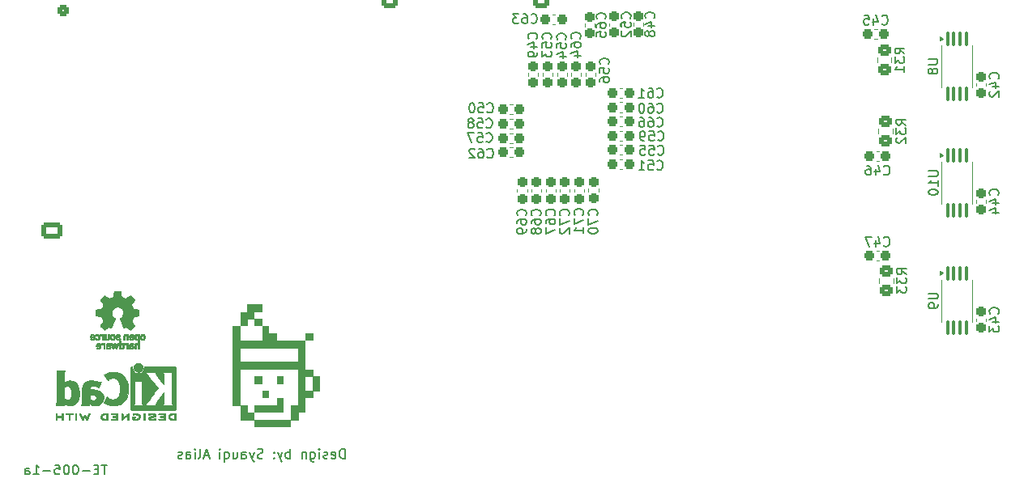
<source format=gbo>
G04 #@! TF.GenerationSoftware,KiCad,Pcbnew,9.0.3*
G04 #@! TF.CreationDate,2025-08-13T17:47:10+01:00*
G04 #@! TF.ProjectId,Pico-BLDC-Controller,5069636f-2d42-44c4-9443-2d436f6e7472,rev?*
G04 #@! TF.SameCoordinates,Original*
G04 #@! TF.FileFunction,Legend,Bot*
G04 #@! TF.FilePolarity,Positive*
%FSLAX46Y46*%
G04 Gerber Fmt 4.6, Leading zero omitted, Abs format (unit mm)*
G04 Created by KiCad (PCBNEW 9.0.3) date 2025-08-13 17:47:10*
%MOMM*%
%LPD*%
G01*
G04 APERTURE LIST*
G04 Aperture macros list*
%AMRoundRect*
0 Rectangle with rounded corners*
0 $1 Rounding radius*
0 $2 $3 $4 $5 $6 $7 $8 $9 X,Y pos of 4 corners*
0 Add a 4 corners polygon primitive as box body*
4,1,4,$2,$3,$4,$5,$6,$7,$8,$9,$2,$3,0*
0 Add four circle primitives for the rounded corners*
1,1,$1+$1,$2,$3*
1,1,$1+$1,$4,$5*
1,1,$1+$1,$6,$7*
1,1,$1+$1,$8,$9*
0 Add four rect primitives between the rounded corners*
20,1,$1+$1,$2,$3,$4,$5,0*
20,1,$1+$1,$4,$5,$6,$7,0*
20,1,$1+$1,$6,$7,$8,$9,0*
20,1,$1+$1,$8,$9,$2,$3,0*%
G04 Aperture macros list end*
%ADD10C,0.200000*%
%ADD11C,0.150000*%
%ADD12C,0.120000*%
%ADD13C,0.010000*%
%ADD14C,0.000000*%
%ADD15C,2.700000*%
%ADD16O,1.000000X1.600000*%
%ADD17O,1.000000X2.100000*%
%ADD18C,0.650000*%
%ADD19C,3.000000*%
%ADD20R,3.000000X3.000000*%
%ADD21C,1.400000*%
%ADD22C,0.629999*%
%ADD23RoundRect,0.250000X0.845000X-0.620000X0.845000X0.620000X-0.845000X0.620000X-0.845000X-0.620000X0*%
%ADD24O,2.190000X1.740000*%
%ADD25RoundRect,0.250000X-0.620000X-0.845000X0.620000X-0.845000X0.620000X0.845000X-0.620000X0.845000X0*%
%ADD26O,1.740000X2.190000*%
%ADD27C,0.499999*%
%ADD28R,1.700000X1.700000*%
%ADD29C,1.700000*%
%ADD30R,3.800000X3.800000*%
%ADD31C,3.800000*%
%ADD32RoundRect,0.250000X-0.350000X-0.350000X0.350000X-0.350000X0.350000X0.350000X-0.350000X0.350000X0*%
%ADD33C,1.200000*%
%ADD34RoundRect,0.237500X-0.237500X0.300000X-0.237500X-0.300000X0.237500X-0.300000X0.237500X0.300000X0*%
%ADD35RoundRect,0.237500X0.300000X0.237500X-0.300000X0.237500X-0.300000X-0.237500X0.300000X-0.237500X0*%
%ADD36RoundRect,0.237500X0.237500X-0.300000X0.237500X0.300000X-0.237500X0.300000X-0.237500X-0.300000X0*%
%ADD37RoundRect,0.237500X-0.300000X-0.237500X0.300000X-0.237500X0.300000X0.237500X-0.300000X0.237500X0*%
%ADD38RoundRect,0.100000X-0.100000X0.637500X-0.100000X-0.637500X0.100000X-0.637500X0.100000X0.637500X0*%
%ADD39RoundRect,0.250000X0.450000X-0.350000X0.450000X0.350000X-0.450000X0.350000X-0.450000X-0.350000X0*%
%ADD40RoundRect,0.250000X-0.450000X0.350000X-0.450000X-0.350000X0.450000X-0.350000X0.450000X0.350000X0*%
G04 APERTURE END LIST*
D10*
X127510326Y-94109719D02*
X127510326Y-93109719D01*
X127510326Y-93109719D02*
X127272231Y-93109719D01*
X127272231Y-93109719D02*
X127129374Y-93157338D01*
X127129374Y-93157338D02*
X127034136Y-93252576D01*
X127034136Y-93252576D02*
X126986517Y-93347814D01*
X126986517Y-93347814D02*
X126938898Y-93538290D01*
X126938898Y-93538290D02*
X126938898Y-93681147D01*
X126938898Y-93681147D02*
X126986517Y-93871623D01*
X126986517Y-93871623D02*
X127034136Y-93966861D01*
X127034136Y-93966861D02*
X127129374Y-94062100D01*
X127129374Y-94062100D02*
X127272231Y-94109719D01*
X127272231Y-94109719D02*
X127510326Y-94109719D01*
X126129374Y-94062100D02*
X126224612Y-94109719D01*
X126224612Y-94109719D02*
X126415088Y-94109719D01*
X126415088Y-94109719D02*
X126510326Y-94062100D01*
X126510326Y-94062100D02*
X126557945Y-93966861D01*
X126557945Y-93966861D02*
X126557945Y-93585909D01*
X126557945Y-93585909D02*
X126510326Y-93490671D01*
X126510326Y-93490671D02*
X126415088Y-93443052D01*
X126415088Y-93443052D02*
X126224612Y-93443052D01*
X126224612Y-93443052D02*
X126129374Y-93490671D01*
X126129374Y-93490671D02*
X126081755Y-93585909D01*
X126081755Y-93585909D02*
X126081755Y-93681147D01*
X126081755Y-93681147D02*
X126557945Y-93776385D01*
X125700802Y-94062100D02*
X125605564Y-94109719D01*
X125605564Y-94109719D02*
X125415088Y-94109719D01*
X125415088Y-94109719D02*
X125319850Y-94062100D01*
X125319850Y-94062100D02*
X125272231Y-93966861D01*
X125272231Y-93966861D02*
X125272231Y-93919242D01*
X125272231Y-93919242D02*
X125319850Y-93824004D01*
X125319850Y-93824004D02*
X125415088Y-93776385D01*
X125415088Y-93776385D02*
X125557945Y-93776385D01*
X125557945Y-93776385D02*
X125653183Y-93728766D01*
X125653183Y-93728766D02*
X125700802Y-93633528D01*
X125700802Y-93633528D02*
X125700802Y-93585909D01*
X125700802Y-93585909D02*
X125653183Y-93490671D01*
X125653183Y-93490671D02*
X125557945Y-93443052D01*
X125557945Y-93443052D02*
X125415088Y-93443052D01*
X125415088Y-93443052D02*
X125319850Y-93490671D01*
X124843659Y-94109719D02*
X124843659Y-93443052D01*
X124843659Y-93109719D02*
X124891278Y-93157338D01*
X124891278Y-93157338D02*
X124843659Y-93204957D01*
X124843659Y-93204957D02*
X124796040Y-93157338D01*
X124796040Y-93157338D02*
X124843659Y-93109719D01*
X124843659Y-93109719D02*
X124843659Y-93204957D01*
X123938898Y-93443052D02*
X123938898Y-94252576D01*
X123938898Y-94252576D02*
X123986517Y-94347814D01*
X123986517Y-94347814D02*
X124034136Y-94395433D01*
X124034136Y-94395433D02*
X124129374Y-94443052D01*
X124129374Y-94443052D02*
X124272231Y-94443052D01*
X124272231Y-94443052D02*
X124367469Y-94395433D01*
X123938898Y-94062100D02*
X124034136Y-94109719D01*
X124034136Y-94109719D02*
X124224612Y-94109719D01*
X124224612Y-94109719D02*
X124319850Y-94062100D01*
X124319850Y-94062100D02*
X124367469Y-94014480D01*
X124367469Y-94014480D02*
X124415088Y-93919242D01*
X124415088Y-93919242D02*
X124415088Y-93633528D01*
X124415088Y-93633528D02*
X124367469Y-93538290D01*
X124367469Y-93538290D02*
X124319850Y-93490671D01*
X124319850Y-93490671D02*
X124224612Y-93443052D01*
X124224612Y-93443052D02*
X124034136Y-93443052D01*
X124034136Y-93443052D02*
X123938898Y-93490671D01*
X123462707Y-93443052D02*
X123462707Y-94109719D01*
X123462707Y-93538290D02*
X123415088Y-93490671D01*
X123415088Y-93490671D02*
X123319850Y-93443052D01*
X123319850Y-93443052D02*
X123176993Y-93443052D01*
X123176993Y-93443052D02*
X123081755Y-93490671D01*
X123081755Y-93490671D02*
X123034136Y-93585909D01*
X123034136Y-93585909D02*
X123034136Y-94109719D01*
X121796040Y-94109719D02*
X121796040Y-93109719D01*
X121796040Y-93490671D02*
X121700802Y-93443052D01*
X121700802Y-93443052D02*
X121510326Y-93443052D01*
X121510326Y-93443052D02*
X121415088Y-93490671D01*
X121415088Y-93490671D02*
X121367469Y-93538290D01*
X121367469Y-93538290D02*
X121319850Y-93633528D01*
X121319850Y-93633528D02*
X121319850Y-93919242D01*
X121319850Y-93919242D02*
X121367469Y-94014480D01*
X121367469Y-94014480D02*
X121415088Y-94062100D01*
X121415088Y-94062100D02*
X121510326Y-94109719D01*
X121510326Y-94109719D02*
X121700802Y-94109719D01*
X121700802Y-94109719D02*
X121796040Y-94062100D01*
X120986516Y-93443052D02*
X120748421Y-94109719D01*
X120510326Y-93443052D02*
X120748421Y-94109719D01*
X120748421Y-94109719D02*
X120843659Y-94347814D01*
X120843659Y-94347814D02*
X120891278Y-94395433D01*
X120891278Y-94395433D02*
X120986516Y-94443052D01*
X120129373Y-94014480D02*
X120081754Y-94062100D01*
X120081754Y-94062100D02*
X120129373Y-94109719D01*
X120129373Y-94109719D02*
X120176992Y-94062100D01*
X120176992Y-94062100D02*
X120129373Y-94014480D01*
X120129373Y-94014480D02*
X120129373Y-94109719D01*
X120129373Y-93490671D02*
X120081754Y-93538290D01*
X120081754Y-93538290D02*
X120129373Y-93585909D01*
X120129373Y-93585909D02*
X120176992Y-93538290D01*
X120176992Y-93538290D02*
X120129373Y-93490671D01*
X120129373Y-93490671D02*
X120129373Y-93585909D01*
X118938897Y-94062100D02*
X118796040Y-94109719D01*
X118796040Y-94109719D02*
X118557945Y-94109719D01*
X118557945Y-94109719D02*
X118462707Y-94062100D01*
X118462707Y-94062100D02*
X118415088Y-94014480D01*
X118415088Y-94014480D02*
X118367469Y-93919242D01*
X118367469Y-93919242D02*
X118367469Y-93824004D01*
X118367469Y-93824004D02*
X118415088Y-93728766D01*
X118415088Y-93728766D02*
X118462707Y-93681147D01*
X118462707Y-93681147D02*
X118557945Y-93633528D01*
X118557945Y-93633528D02*
X118748421Y-93585909D01*
X118748421Y-93585909D02*
X118843659Y-93538290D01*
X118843659Y-93538290D02*
X118891278Y-93490671D01*
X118891278Y-93490671D02*
X118938897Y-93395433D01*
X118938897Y-93395433D02*
X118938897Y-93300195D01*
X118938897Y-93300195D02*
X118891278Y-93204957D01*
X118891278Y-93204957D02*
X118843659Y-93157338D01*
X118843659Y-93157338D02*
X118748421Y-93109719D01*
X118748421Y-93109719D02*
X118510326Y-93109719D01*
X118510326Y-93109719D02*
X118367469Y-93157338D01*
X118034135Y-93443052D02*
X117796040Y-94109719D01*
X117557945Y-93443052D02*
X117796040Y-94109719D01*
X117796040Y-94109719D02*
X117891278Y-94347814D01*
X117891278Y-94347814D02*
X117938897Y-94395433D01*
X117938897Y-94395433D02*
X118034135Y-94443052D01*
X116748421Y-94109719D02*
X116748421Y-93585909D01*
X116748421Y-93585909D02*
X116796040Y-93490671D01*
X116796040Y-93490671D02*
X116891278Y-93443052D01*
X116891278Y-93443052D02*
X117081754Y-93443052D01*
X117081754Y-93443052D02*
X117176992Y-93490671D01*
X116748421Y-94062100D02*
X116843659Y-94109719D01*
X116843659Y-94109719D02*
X117081754Y-94109719D01*
X117081754Y-94109719D02*
X117176992Y-94062100D01*
X117176992Y-94062100D02*
X117224611Y-93966861D01*
X117224611Y-93966861D02*
X117224611Y-93871623D01*
X117224611Y-93871623D02*
X117176992Y-93776385D01*
X117176992Y-93776385D02*
X117081754Y-93728766D01*
X117081754Y-93728766D02*
X116843659Y-93728766D01*
X116843659Y-93728766D02*
X116748421Y-93681147D01*
X115843659Y-93443052D02*
X115843659Y-94109719D01*
X116272230Y-93443052D02*
X116272230Y-93966861D01*
X116272230Y-93966861D02*
X116224611Y-94062100D01*
X116224611Y-94062100D02*
X116129373Y-94109719D01*
X116129373Y-94109719D02*
X115986516Y-94109719D01*
X115986516Y-94109719D02*
X115891278Y-94062100D01*
X115891278Y-94062100D02*
X115843659Y-94014480D01*
X114938897Y-93443052D02*
X114938897Y-94443052D01*
X114938897Y-94062100D02*
X115034135Y-94109719D01*
X115034135Y-94109719D02*
X115224611Y-94109719D01*
X115224611Y-94109719D02*
X115319849Y-94062100D01*
X115319849Y-94062100D02*
X115367468Y-94014480D01*
X115367468Y-94014480D02*
X115415087Y-93919242D01*
X115415087Y-93919242D02*
X115415087Y-93633528D01*
X115415087Y-93633528D02*
X115367468Y-93538290D01*
X115367468Y-93538290D02*
X115319849Y-93490671D01*
X115319849Y-93490671D02*
X115224611Y-93443052D01*
X115224611Y-93443052D02*
X115034135Y-93443052D01*
X115034135Y-93443052D02*
X114938897Y-93490671D01*
X114462706Y-94109719D02*
X114462706Y-93443052D01*
X114462706Y-93109719D02*
X114510325Y-93157338D01*
X114510325Y-93157338D02*
X114462706Y-93204957D01*
X114462706Y-93204957D02*
X114415087Y-93157338D01*
X114415087Y-93157338D02*
X114462706Y-93109719D01*
X114462706Y-93109719D02*
X114462706Y-93204957D01*
X113272230Y-93824004D02*
X112796040Y-93824004D01*
X113367468Y-94109719D02*
X113034135Y-93109719D01*
X113034135Y-93109719D02*
X112700802Y-94109719D01*
X112224611Y-94109719D02*
X112319849Y-94062100D01*
X112319849Y-94062100D02*
X112367468Y-93966861D01*
X112367468Y-93966861D02*
X112367468Y-93109719D01*
X111843658Y-94109719D02*
X111843658Y-93443052D01*
X111843658Y-93109719D02*
X111891277Y-93157338D01*
X111891277Y-93157338D02*
X111843658Y-93204957D01*
X111843658Y-93204957D02*
X111796039Y-93157338D01*
X111796039Y-93157338D02*
X111843658Y-93109719D01*
X111843658Y-93109719D02*
X111843658Y-93204957D01*
X110938897Y-94109719D02*
X110938897Y-93585909D01*
X110938897Y-93585909D02*
X110986516Y-93490671D01*
X110986516Y-93490671D02*
X111081754Y-93443052D01*
X111081754Y-93443052D02*
X111272230Y-93443052D01*
X111272230Y-93443052D02*
X111367468Y-93490671D01*
X110938897Y-94062100D02*
X111034135Y-94109719D01*
X111034135Y-94109719D02*
X111272230Y-94109719D01*
X111272230Y-94109719D02*
X111367468Y-94062100D01*
X111367468Y-94062100D02*
X111415087Y-93966861D01*
X111415087Y-93966861D02*
X111415087Y-93871623D01*
X111415087Y-93871623D02*
X111367468Y-93776385D01*
X111367468Y-93776385D02*
X111272230Y-93728766D01*
X111272230Y-93728766D02*
X111034135Y-93728766D01*
X111034135Y-93728766D02*
X110938897Y-93681147D01*
X110510325Y-94062100D02*
X110415087Y-94109719D01*
X110415087Y-94109719D02*
X110224611Y-94109719D01*
X110224611Y-94109719D02*
X110129373Y-94062100D01*
X110129373Y-94062100D02*
X110081754Y-93966861D01*
X110081754Y-93966861D02*
X110081754Y-93919242D01*
X110081754Y-93919242D02*
X110129373Y-93824004D01*
X110129373Y-93824004D02*
X110224611Y-93776385D01*
X110224611Y-93776385D02*
X110367468Y-93776385D01*
X110367468Y-93776385D02*
X110462706Y-93728766D01*
X110462706Y-93728766D02*
X110510325Y-93633528D01*
X110510325Y-93633528D02*
X110510325Y-93585909D01*
X110510325Y-93585909D02*
X110462706Y-93490671D01*
X110462706Y-93490671D02*
X110367468Y-93443052D01*
X110367468Y-93443052D02*
X110224611Y-93443052D01*
X110224611Y-93443052D02*
X110129373Y-93490671D01*
X102653183Y-94789719D02*
X102081755Y-94789719D01*
X102367469Y-95789719D02*
X102367469Y-94789719D01*
X101748421Y-95265909D02*
X101415088Y-95265909D01*
X101272231Y-95789719D02*
X101748421Y-95789719D01*
X101748421Y-95789719D02*
X101748421Y-94789719D01*
X101748421Y-94789719D02*
X101272231Y-94789719D01*
X100843659Y-95408766D02*
X100081755Y-95408766D01*
X99415088Y-94789719D02*
X99319850Y-94789719D01*
X99319850Y-94789719D02*
X99224612Y-94837338D01*
X99224612Y-94837338D02*
X99176993Y-94884957D01*
X99176993Y-94884957D02*
X99129374Y-94980195D01*
X99129374Y-94980195D02*
X99081755Y-95170671D01*
X99081755Y-95170671D02*
X99081755Y-95408766D01*
X99081755Y-95408766D02*
X99129374Y-95599242D01*
X99129374Y-95599242D02*
X99176993Y-95694480D01*
X99176993Y-95694480D02*
X99224612Y-95742100D01*
X99224612Y-95742100D02*
X99319850Y-95789719D01*
X99319850Y-95789719D02*
X99415088Y-95789719D01*
X99415088Y-95789719D02*
X99510326Y-95742100D01*
X99510326Y-95742100D02*
X99557945Y-95694480D01*
X99557945Y-95694480D02*
X99605564Y-95599242D01*
X99605564Y-95599242D02*
X99653183Y-95408766D01*
X99653183Y-95408766D02*
X99653183Y-95170671D01*
X99653183Y-95170671D02*
X99605564Y-94980195D01*
X99605564Y-94980195D02*
X99557945Y-94884957D01*
X99557945Y-94884957D02*
X99510326Y-94837338D01*
X99510326Y-94837338D02*
X99415088Y-94789719D01*
X98462707Y-94789719D02*
X98367469Y-94789719D01*
X98367469Y-94789719D02*
X98272231Y-94837338D01*
X98272231Y-94837338D02*
X98224612Y-94884957D01*
X98224612Y-94884957D02*
X98176993Y-94980195D01*
X98176993Y-94980195D02*
X98129374Y-95170671D01*
X98129374Y-95170671D02*
X98129374Y-95408766D01*
X98129374Y-95408766D02*
X98176993Y-95599242D01*
X98176993Y-95599242D02*
X98224612Y-95694480D01*
X98224612Y-95694480D02*
X98272231Y-95742100D01*
X98272231Y-95742100D02*
X98367469Y-95789719D01*
X98367469Y-95789719D02*
X98462707Y-95789719D01*
X98462707Y-95789719D02*
X98557945Y-95742100D01*
X98557945Y-95742100D02*
X98605564Y-95694480D01*
X98605564Y-95694480D02*
X98653183Y-95599242D01*
X98653183Y-95599242D02*
X98700802Y-95408766D01*
X98700802Y-95408766D02*
X98700802Y-95170671D01*
X98700802Y-95170671D02*
X98653183Y-94980195D01*
X98653183Y-94980195D02*
X98605564Y-94884957D01*
X98605564Y-94884957D02*
X98557945Y-94837338D01*
X98557945Y-94837338D02*
X98462707Y-94789719D01*
X97224612Y-94789719D02*
X97700802Y-94789719D01*
X97700802Y-94789719D02*
X97748421Y-95265909D01*
X97748421Y-95265909D02*
X97700802Y-95218290D01*
X97700802Y-95218290D02*
X97605564Y-95170671D01*
X97605564Y-95170671D02*
X97367469Y-95170671D01*
X97367469Y-95170671D02*
X97272231Y-95218290D01*
X97272231Y-95218290D02*
X97224612Y-95265909D01*
X97224612Y-95265909D02*
X97176993Y-95361147D01*
X97176993Y-95361147D02*
X97176993Y-95599242D01*
X97176993Y-95599242D02*
X97224612Y-95694480D01*
X97224612Y-95694480D02*
X97272231Y-95742100D01*
X97272231Y-95742100D02*
X97367469Y-95789719D01*
X97367469Y-95789719D02*
X97605564Y-95789719D01*
X97605564Y-95789719D02*
X97700802Y-95742100D01*
X97700802Y-95742100D02*
X97748421Y-95694480D01*
X96748421Y-95408766D02*
X95986517Y-95408766D01*
X94986517Y-95789719D02*
X95557945Y-95789719D01*
X95272231Y-95789719D02*
X95272231Y-94789719D01*
X95272231Y-94789719D02*
X95367469Y-94932576D01*
X95367469Y-94932576D02*
X95462707Y-95027814D01*
X95462707Y-95027814D02*
X95557945Y-95075433D01*
X94129374Y-95789719D02*
X94129374Y-95265909D01*
X94129374Y-95265909D02*
X94176993Y-95170671D01*
X94176993Y-95170671D02*
X94272231Y-95123052D01*
X94272231Y-95123052D02*
X94462707Y-95123052D01*
X94462707Y-95123052D02*
X94557945Y-95170671D01*
X94129374Y-95742100D02*
X94224612Y-95789719D01*
X94224612Y-95789719D02*
X94462707Y-95789719D01*
X94462707Y-95789719D02*
X94557945Y-95742100D01*
X94557945Y-95742100D02*
X94605564Y-95646861D01*
X94605564Y-95646861D02*
X94605564Y-95551623D01*
X94605564Y-95551623D02*
X94557945Y-95456385D01*
X94557945Y-95456385D02*
X94462707Y-95408766D01*
X94462707Y-95408766D02*
X94224612Y-95408766D01*
X94224612Y-95408766D02*
X94129374Y-95361147D01*
D11*
X152379580Y-68622955D02*
X152427200Y-68575336D01*
X152427200Y-68575336D02*
X152474819Y-68432479D01*
X152474819Y-68432479D02*
X152474819Y-68337241D01*
X152474819Y-68337241D02*
X152427200Y-68194384D01*
X152427200Y-68194384D02*
X152331961Y-68099146D01*
X152331961Y-68099146D02*
X152236723Y-68051527D01*
X152236723Y-68051527D02*
X152046247Y-68003908D01*
X152046247Y-68003908D02*
X151903390Y-68003908D01*
X151903390Y-68003908D02*
X151712914Y-68051527D01*
X151712914Y-68051527D02*
X151617676Y-68099146D01*
X151617676Y-68099146D02*
X151522438Y-68194384D01*
X151522438Y-68194384D02*
X151474819Y-68337241D01*
X151474819Y-68337241D02*
X151474819Y-68432479D01*
X151474819Y-68432479D02*
X151522438Y-68575336D01*
X151522438Y-68575336D02*
X151570057Y-68622955D01*
X151474819Y-68956289D02*
X151474819Y-69622955D01*
X151474819Y-69622955D02*
X152474819Y-69194384D01*
X152474819Y-70527717D02*
X152474819Y-69956289D01*
X152474819Y-70242003D02*
X151474819Y-70242003D01*
X151474819Y-70242003D02*
X151617676Y-70146765D01*
X151617676Y-70146765D02*
X151712914Y-70051527D01*
X151712914Y-70051527D02*
X151760533Y-69956289D01*
X150884580Y-68675455D02*
X150932200Y-68627836D01*
X150932200Y-68627836D02*
X150979819Y-68484979D01*
X150979819Y-68484979D02*
X150979819Y-68389741D01*
X150979819Y-68389741D02*
X150932200Y-68246884D01*
X150932200Y-68246884D02*
X150836961Y-68151646D01*
X150836961Y-68151646D02*
X150741723Y-68104027D01*
X150741723Y-68104027D02*
X150551247Y-68056408D01*
X150551247Y-68056408D02*
X150408390Y-68056408D01*
X150408390Y-68056408D02*
X150217914Y-68104027D01*
X150217914Y-68104027D02*
X150122676Y-68151646D01*
X150122676Y-68151646D02*
X150027438Y-68246884D01*
X150027438Y-68246884D02*
X149979819Y-68389741D01*
X149979819Y-68389741D02*
X149979819Y-68484979D01*
X149979819Y-68484979D02*
X150027438Y-68627836D01*
X150027438Y-68627836D02*
X150075057Y-68675455D01*
X149979819Y-69008789D02*
X149979819Y-69675455D01*
X149979819Y-69675455D02*
X150979819Y-69246884D01*
X150075057Y-70008789D02*
X150027438Y-70056408D01*
X150027438Y-70056408D02*
X149979819Y-70151646D01*
X149979819Y-70151646D02*
X149979819Y-70389741D01*
X149979819Y-70389741D02*
X150027438Y-70484979D01*
X150027438Y-70484979D02*
X150075057Y-70532598D01*
X150075057Y-70532598D02*
X150170295Y-70580217D01*
X150170295Y-70580217D02*
X150265533Y-70580217D01*
X150265533Y-70580217D02*
X150408390Y-70532598D01*
X150408390Y-70532598D02*
X150979819Y-69961170D01*
X150979819Y-69961170D02*
X150979819Y-70580217D01*
X142405357Y-62584580D02*
X142452976Y-62632200D01*
X142452976Y-62632200D02*
X142595833Y-62679819D01*
X142595833Y-62679819D02*
X142691071Y-62679819D01*
X142691071Y-62679819D02*
X142833928Y-62632200D01*
X142833928Y-62632200D02*
X142929166Y-62536961D01*
X142929166Y-62536961D02*
X142976785Y-62441723D01*
X142976785Y-62441723D02*
X143024404Y-62251247D01*
X143024404Y-62251247D02*
X143024404Y-62108390D01*
X143024404Y-62108390D02*
X142976785Y-61917914D01*
X142976785Y-61917914D02*
X142929166Y-61822676D01*
X142929166Y-61822676D02*
X142833928Y-61727438D01*
X142833928Y-61727438D02*
X142691071Y-61679819D01*
X142691071Y-61679819D02*
X142595833Y-61679819D01*
X142595833Y-61679819D02*
X142452976Y-61727438D01*
X142452976Y-61727438D02*
X142405357Y-61775057D01*
X141548214Y-61679819D02*
X141738690Y-61679819D01*
X141738690Y-61679819D02*
X141833928Y-61727438D01*
X141833928Y-61727438D02*
X141881547Y-61775057D01*
X141881547Y-61775057D02*
X141976785Y-61917914D01*
X141976785Y-61917914D02*
X142024404Y-62108390D01*
X142024404Y-62108390D02*
X142024404Y-62489342D01*
X142024404Y-62489342D02*
X141976785Y-62584580D01*
X141976785Y-62584580D02*
X141929166Y-62632200D01*
X141929166Y-62632200D02*
X141833928Y-62679819D01*
X141833928Y-62679819D02*
X141643452Y-62679819D01*
X141643452Y-62679819D02*
X141548214Y-62632200D01*
X141548214Y-62632200D02*
X141500595Y-62584580D01*
X141500595Y-62584580D02*
X141452976Y-62489342D01*
X141452976Y-62489342D02*
X141452976Y-62251247D01*
X141452976Y-62251247D02*
X141500595Y-62156009D01*
X141500595Y-62156009D02*
X141548214Y-62108390D01*
X141548214Y-62108390D02*
X141643452Y-62060771D01*
X141643452Y-62060771D02*
X141833928Y-62060771D01*
X141833928Y-62060771D02*
X141929166Y-62108390D01*
X141929166Y-62108390D02*
X141976785Y-62156009D01*
X141976785Y-62156009D02*
X142024404Y-62251247D01*
X141072023Y-61775057D02*
X141024404Y-61727438D01*
X141024404Y-61727438D02*
X140929166Y-61679819D01*
X140929166Y-61679819D02*
X140691071Y-61679819D01*
X140691071Y-61679819D02*
X140595833Y-61727438D01*
X140595833Y-61727438D02*
X140548214Y-61775057D01*
X140548214Y-61775057D02*
X140500595Y-61870295D01*
X140500595Y-61870295D02*
X140500595Y-61965533D01*
X140500595Y-61965533D02*
X140548214Y-62108390D01*
X140548214Y-62108390D02*
X141119642Y-62679819D01*
X141119642Y-62679819D02*
X140500595Y-62679819D01*
X195769580Y-66557142D02*
X195817200Y-66509523D01*
X195817200Y-66509523D02*
X195864819Y-66366666D01*
X195864819Y-66366666D02*
X195864819Y-66271428D01*
X195864819Y-66271428D02*
X195817200Y-66128571D01*
X195817200Y-66128571D02*
X195721961Y-66033333D01*
X195721961Y-66033333D02*
X195626723Y-65985714D01*
X195626723Y-65985714D02*
X195436247Y-65938095D01*
X195436247Y-65938095D02*
X195293390Y-65938095D01*
X195293390Y-65938095D02*
X195102914Y-65985714D01*
X195102914Y-65985714D02*
X195007676Y-66033333D01*
X195007676Y-66033333D02*
X194912438Y-66128571D01*
X194912438Y-66128571D02*
X194864819Y-66271428D01*
X194864819Y-66271428D02*
X194864819Y-66366666D01*
X194864819Y-66366666D02*
X194912438Y-66509523D01*
X194912438Y-66509523D02*
X194960057Y-66557142D01*
X195198152Y-67414285D02*
X195864819Y-67414285D01*
X194817200Y-67176190D02*
X195531485Y-66938095D01*
X195531485Y-66938095D02*
X195531485Y-67557142D01*
X195198152Y-68366666D02*
X195864819Y-68366666D01*
X194817200Y-68128571D02*
X195531485Y-67890476D01*
X195531485Y-67890476D02*
X195531485Y-68509523D01*
X152059580Y-50157142D02*
X152107200Y-50109523D01*
X152107200Y-50109523D02*
X152154819Y-49966666D01*
X152154819Y-49966666D02*
X152154819Y-49871428D01*
X152154819Y-49871428D02*
X152107200Y-49728571D01*
X152107200Y-49728571D02*
X152011961Y-49633333D01*
X152011961Y-49633333D02*
X151916723Y-49585714D01*
X151916723Y-49585714D02*
X151726247Y-49538095D01*
X151726247Y-49538095D02*
X151583390Y-49538095D01*
X151583390Y-49538095D02*
X151392914Y-49585714D01*
X151392914Y-49585714D02*
X151297676Y-49633333D01*
X151297676Y-49633333D02*
X151202438Y-49728571D01*
X151202438Y-49728571D02*
X151154819Y-49871428D01*
X151154819Y-49871428D02*
X151154819Y-49966666D01*
X151154819Y-49966666D02*
X151202438Y-50109523D01*
X151202438Y-50109523D02*
X151250057Y-50157142D01*
X151154819Y-51014285D02*
X151154819Y-50823809D01*
X151154819Y-50823809D02*
X151202438Y-50728571D01*
X151202438Y-50728571D02*
X151250057Y-50680952D01*
X151250057Y-50680952D02*
X151392914Y-50585714D01*
X151392914Y-50585714D02*
X151583390Y-50538095D01*
X151583390Y-50538095D02*
X151964342Y-50538095D01*
X151964342Y-50538095D02*
X152059580Y-50585714D01*
X152059580Y-50585714D02*
X152107200Y-50633333D01*
X152107200Y-50633333D02*
X152154819Y-50728571D01*
X152154819Y-50728571D02*
X152154819Y-50919047D01*
X152154819Y-50919047D02*
X152107200Y-51014285D01*
X152107200Y-51014285D02*
X152059580Y-51061904D01*
X152059580Y-51061904D02*
X151964342Y-51109523D01*
X151964342Y-51109523D02*
X151726247Y-51109523D01*
X151726247Y-51109523D02*
X151631009Y-51061904D01*
X151631009Y-51061904D02*
X151583390Y-51014285D01*
X151583390Y-51014285D02*
X151535771Y-50919047D01*
X151535771Y-50919047D02*
X151535771Y-50728571D01*
X151535771Y-50728571D02*
X151583390Y-50633333D01*
X151583390Y-50633333D02*
X151631009Y-50585714D01*
X151631009Y-50585714D02*
X151726247Y-50538095D01*
X151488152Y-51966666D02*
X152154819Y-51966666D01*
X151107200Y-51728571D02*
X151821485Y-51490476D01*
X151821485Y-51490476D02*
X151821485Y-52109523D01*
X160155357Y-59334580D02*
X160202976Y-59382200D01*
X160202976Y-59382200D02*
X160345833Y-59429819D01*
X160345833Y-59429819D02*
X160441071Y-59429819D01*
X160441071Y-59429819D02*
X160583928Y-59382200D01*
X160583928Y-59382200D02*
X160679166Y-59286961D01*
X160679166Y-59286961D02*
X160726785Y-59191723D01*
X160726785Y-59191723D02*
X160774404Y-59001247D01*
X160774404Y-59001247D02*
X160774404Y-58858390D01*
X160774404Y-58858390D02*
X160726785Y-58667914D01*
X160726785Y-58667914D02*
X160679166Y-58572676D01*
X160679166Y-58572676D02*
X160583928Y-58477438D01*
X160583928Y-58477438D02*
X160441071Y-58429819D01*
X160441071Y-58429819D02*
X160345833Y-58429819D01*
X160345833Y-58429819D02*
X160202976Y-58477438D01*
X160202976Y-58477438D02*
X160155357Y-58525057D01*
X159298214Y-58429819D02*
X159488690Y-58429819D01*
X159488690Y-58429819D02*
X159583928Y-58477438D01*
X159583928Y-58477438D02*
X159631547Y-58525057D01*
X159631547Y-58525057D02*
X159726785Y-58667914D01*
X159726785Y-58667914D02*
X159774404Y-58858390D01*
X159774404Y-58858390D02*
X159774404Y-59239342D01*
X159774404Y-59239342D02*
X159726785Y-59334580D01*
X159726785Y-59334580D02*
X159679166Y-59382200D01*
X159679166Y-59382200D02*
X159583928Y-59429819D01*
X159583928Y-59429819D02*
X159393452Y-59429819D01*
X159393452Y-59429819D02*
X159298214Y-59382200D01*
X159298214Y-59382200D02*
X159250595Y-59334580D01*
X159250595Y-59334580D02*
X159202976Y-59239342D01*
X159202976Y-59239342D02*
X159202976Y-59001247D01*
X159202976Y-59001247D02*
X159250595Y-58906009D01*
X159250595Y-58906009D02*
X159298214Y-58858390D01*
X159298214Y-58858390D02*
X159393452Y-58810771D01*
X159393452Y-58810771D02*
X159583928Y-58810771D01*
X159583928Y-58810771D02*
X159679166Y-58858390D01*
X159679166Y-58858390D02*
X159726785Y-58906009D01*
X159726785Y-58906009D02*
X159774404Y-59001247D01*
X158345833Y-58429819D02*
X158536309Y-58429819D01*
X158536309Y-58429819D02*
X158631547Y-58477438D01*
X158631547Y-58477438D02*
X158679166Y-58525057D01*
X158679166Y-58525057D02*
X158774404Y-58667914D01*
X158774404Y-58667914D02*
X158822023Y-58858390D01*
X158822023Y-58858390D02*
X158822023Y-59239342D01*
X158822023Y-59239342D02*
X158774404Y-59334580D01*
X158774404Y-59334580D02*
X158726785Y-59382200D01*
X158726785Y-59382200D02*
X158631547Y-59429819D01*
X158631547Y-59429819D02*
X158441071Y-59429819D01*
X158441071Y-59429819D02*
X158345833Y-59382200D01*
X158345833Y-59382200D02*
X158298214Y-59334580D01*
X158298214Y-59334580D02*
X158250595Y-59239342D01*
X158250595Y-59239342D02*
X158250595Y-59001247D01*
X158250595Y-59001247D02*
X158298214Y-58906009D01*
X158298214Y-58906009D02*
X158345833Y-58858390D01*
X158345833Y-58858390D02*
X158441071Y-58810771D01*
X158441071Y-58810771D02*
X158631547Y-58810771D01*
X158631547Y-58810771D02*
X158726785Y-58858390D01*
X158726785Y-58858390D02*
X158774404Y-58906009D01*
X158774404Y-58906009D02*
X158822023Y-59001247D01*
X159809580Y-48019642D02*
X159857200Y-47972023D01*
X159857200Y-47972023D02*
X159904819Y-47829166D01*
X159904819Y-47829166D02*
X159904819Y-47733928D01*
X159904819Y-47733928D02*
X159857200Y-47591071D01*
X159857200Y-47591071D02*
X159761961Y-47495833D01*
X159761961Y-47495833D02*
X159666723Y-47448214D01*
X159666723Y-47448214D02*
X159476247Y-47400595D01*
X159476247Y-47400595D02*
X159333390Y-47400595D01*
X159333390Y-47400595D02*
X159142914Y-47448214D01*
X159142914Y-47448214D02*
X159047676Y-47495833D01*
X159047676Y-47495833D02*
X158952438Y-47591071D01*
X158952438Y-47591071D02*
X158904819Y-47733928D01*
X158904819Y-47733928D02*
X158904819Y-47829166D01*
X158904819Y-47829166D02*
X158952438Y-47972023D01*
X158952438Y-47972023D02*
X159000057Y-48019642D01*
X159238152Y-48876785D02*
X159904819Y-48876785D01*
X158857200Y-48638690D02*
X159571485Y-48400595D01*
X159571485Y-48400595D02*
X159571485Y-49019642D01*
X159333390Y-49543452D02*
X159285771Y-49448214D01*
X159285771Y-49448214D02*
X159238152Y-49400595D01*
X159238152Y-49400595D02*
X159142914Y-49352976D01*
X159142914Y-49352976D02*
X159095295Y-49352976D01*
X159095295Y-49352976D02*
X159000057Y-49400595D01*
X159000057Y-49400595D02*
X158952438Y-49448214D01*
X158952438Y-49448214D02*
X158904819Y-49543452D01*
X158904819Y-49543452D02*
X158904819Y-49733928D01*
X158904819Y-49733928D02*
X158952438Y-49829166D01*
X158952438Y-49829166D02*
X159000057Y-49876785D01*
X159000057Y-49876785D02*
X159095295Y-49924404D01*
X159095295Y-49924404D02*
X159142914Y-49924404D01*
X159142914Y-49924404D02*
X159238152Y-49876785D01*
X159238152Y-49876785D02*
X159285771Y-49829166D01*
X159285771Y-49829166D02*
X159333390Y-49733928D01*
X159333390Y-49733928D02*
X159333390Y-49543452D01*
X159333390Y-49543452D02*
X159381009Y-49448214D01*
X159381009Y-49448214D02*
X159428628Y-49400595D01*
X159428628Y-49400595D02*
X159523866Y-49352976D01*
X159523866Y-49352976D02*
X159714342Y-49352976D01*
X159714342Y-49352976D02*
X159809580Y-49400595D01*
X159809580Y-49400595D02*
X159857200Y-49448214D01*
X159857200Y-49448214D02*
X159904819Y-49543452D01*
X159904819Y-49543452D02*
X159904819Y-49733928D01*
X159904819Y-49733928D02*
X159857200Y-49829166D01*
X159857200Y-49829166D02*
X159809580Y-49876785D01*
X159809580Y-49876785D02*
X159714342Y-49924404D01*
X159714342Y-49924404D02*
X159523866Y-49924404D01*
X159523866Y-49924404D02*
X159428628Y-49876785D01*
X159428628Y-49876785D02*
X159381009Y-49829166D01*
X159381009Y-49829166D02*
X159333390Y-49733928D01*
X183642857Y-48629580D02*
X183690476Y-48677200D01*
X183690476Y-48677200D02*
X183833333Y-48724819D01*
X183833333Y-48724819D02*
X183928571Y-48724819D01*
X183928571Y-48724819D02*
X184071428Y-48677200D01*
X184071428Y-48677200D02*
X184166666Y-48581961D01*
X184166666Y-48581961D02*
X184214285Y-48486723D01*
X184214285Y-48486723D02*
X184261904Y-48296247D01*
X184261904Y-48296247D02*
X184261904Y-48153390D01*
X184261904Y-48153390D02*
X184214285Y-47962914D01*
X184214285Y-47962914D02*
X184166666Y-47867676D01*
X184166666Y-47867676D02*
X184071428Y-47772438D01*
X184071428Y-47772438D02*
X183928571Y-47724819D01*
X183928571Y-47724819D02*
X183833333Y-47724819D01*
X183833333Y-47724819D02*
X183690476Y-47772438D01*
X183690476Y-47772438D02*
X183642857Y-47820057D01*
X182785714Y-48058152D02*
X182785714Y-48724819D01*
X183023809Y-47677200D02*
X183261904Y-48391485D01*
X183261904Y-48391485D02*
X182642857Y-48391485D01*
X181785714Y-47724819D02*
X182261904Y-47724819D01*
X182261904Y-47724819D02*
X182309523Y-48201009D01*
X182309523Y-48201009D02*
X182261904Y-48153390D01*
X182261904Y-48153390D02*
X182166666Y-48105771D01*
X182166666Y-48105771D02*
X181928571Y-48105771D01*
X181928571Y-48105771D02*
X181833333Y-48153390D01*
X181833333Y-48153390D02*
X181785714Y-48201009D01*
X181785714Y-48201009D02*
X181738095Y-48296247D01*
X181738095Y-48296247D02*
X181738095Y-48534342D01*
X181738095Y-48534342D02*
X181785714Y-48629580D01*
X181785714Y-48629580D02*
X181833333Y-48677200D01*
X181833333Y-48677200D02*
X181928571Y-48724819D01*
X181928571Y-48724819D02*
X182166666Y-48724819D01*
X182166666Y-48724819D02*
X182261904Y-48677200D01*
X182261904Y-48677200D02*
X182309523Y-48629580D01*
X147547080Y-50194642D02*
X147594700Y-50147023D01*
X147594700Y-50147023D02*
X147642319Y-50004166D01*
X147642319Y-50004166D02*
X147642319Y-49908928D01*
X147642319Y-49908928D02*
X147594700Y-49766071D01*
X147594700Y-49766071D02*
X147499461Y-49670833D01*
X147499461Y-49670833D02*
X147404223Y-49623214D01*
X147404223Y-49623214D02*
X147213747Y-49575595D01*
X147213747Y-49575595D02*
X147070890Y-49575595D01*
X147070890Y-49575595D02*
X146880414Y-49623214D01*
X146880414Y-49623214D02*
X146785176Y-49670833D01*
X146785176Y-49670833D02*
X146689938Y-49766071D01*
X146689938Y-49766071D02*
X146642319Y-49908928D01*
X146642319Y-49908928D02*
X146642319Y-50004166D01*
X146642319Y-50004166D02*
X146689938Y-50147023D01*
X146689938Y-50147023D02*
X146737557Y-50194642D01*
X146975652Y-51051785D02*
X147642319Y-51051785D01*
X146594700Y-50813690D02*
X147308985Y-50575595D01*
X147308985Y-50575595D02*
X147308985Y-51194642D01*
X147642319Y-51623214D02*
X147642319Y-51813690D01*
X147642319Y-51813690D02*
X147594700Y-51908928D01*
X147594700Y-51908928D02*
X147547080Y-51956547D01*
X147547080Y-51956547D02*
X147404223Y-52051785D01*
X147404223Y-52051785D02*
X147213747Y-52099404D01*
X147213747Y-52099404D02*
X146832795Y-52099404D01*
X146832795Y-52099404D02*
X146737557Y-52051785D01*
X146737557Y-52051785D02*
X146689938Y-52004166D01*
X146689938Y-52004166D02*
X146642319Y-51908928D01*
X146642319Y-51908928D02*
X146642319Y-51718452D01*
X146642319Y-51718452D02*
X146689938Y-51623214D01*
X146689938Y-51623214D02*
X146737557Y-51575595D01*
X146737557Y-51575595D02*
X146832795Y-51527976D01*
X146832795Y-51527976D02*
X147070890Y-51527976D01*
X147070890Y-51527976D02*
X147166128Y-51575595D01*
X147166128Y-51575595D02*
X147213747Y-51623214D01*
X147213747Y-51623214D02*
X147261366Y-51718452D01*
X147261366Y-51718452D02*
X147261366Y-51908928D01*
X147261366Y-51908928D02*
X147213747Y-52004166D01*
X147213747Y-52004166D02*
X147166128Y-52051785D01*
X147166128Y-52051785D02*
X147070890Y-52099404D01*
X195789580Y-78957142D02*
X195837200Y-78909523D01*
X195837200Y-78909523D02*
X195884819Y-78766666D01*
X195884819Y-78766666D02*
X195884819Y-78671428D01*
X195884819Y-78671428D02*
X195837200Y-78528571D01*
X195837200Y-78528571D02*
X195741961Y-78433333D01*
X195741961Y-78433333D02*
X195646723Y-78385714D01*
X195646723Y-78385714D02*
X195456247Y-78338095D01*
X195456247Y-78338095D02*
X195313390Y-78338095D01*
X195313390Y-78338095D02*
X195122914Y-78385714D01*
X195122914Y-78385714D02*
X195027676Y-78433333D01*
X195027676Y-78433333D02*
X194932438Y-78528571D01*
X194932438Y-78528571D02*
X194884819Y-78671428D01*
X194884819Y-78671428D02*
X194884819Y-78766666D01*
X194884819Y-78766666D02*
X194932438Y-78909523D01*
X194932438Y-78909523D02*
X194980057Y-78957142D01*
X195218152Y-79814285D02*
X195884819Y-79814285D01*
X194837200Y-79576190D02*
X195551485Y-79338095D01*
X195551485Y-79338095D02*
X195551485Y-79957142D01*
X194884819Y-80242857D02*
X194884819Y-80861904D01*
X194884819Y-80861904D02*
X195265771Y-80528571D01*
X195265771Y-80528571D02*
X195265771Y-80671428D01*
X195265771Y-80671428D02*
X195313390Y-80766666D01*
X195313390Y-80766666D02*
X195361009Y-80814285D01*
X195361009Y-80814285D02*
X195456247Y-80861904D01*
X195456247Y-80861904D02*
X195694342Y-80861904D01*
X195694342Y-80861904D02*
X195789580Y-80814285D01*
X195789580Y-80814285D02*
X195837200Y-80766666D01*
X195837200Y-80766666D02*
X195884819Y-80671428D01*
X195884819Y-80671428D02*
X195884819Y-80385714D01*
X195884819Y-80385714D02*
X195837200Y-80290476D01*
X195837200Y-80290476D02*
X195789580Y-80242857D01*
X142405357Y-57834580D02*
X142452976Y-57882200D01*
X142452976Y-57882200D02*
X142595833Y-57929819D01*
X142595833Y-57929819D02*
X142691071Y-57929819D01*
X142691071Y-57929819D02*
X142833928Y-57882200D01*
X142833928Y-57882200D02*
X142929166Y-57786961D01*
X142929166Y-57786961D02*
X142976785Y-57691723D01*
X142976785Y-57691723D02*
X143024404Y-57501247D01*
X143024404Y-57501247D02*
X143024404Y-57358390D01*
X143024404Y-57358390D02*
X142976785Y-57167914D01*
X142976785Y-57167914D02*
X142929166Y-57072676D01*
X142929166Y-57072676D02*
X142833928Y-56977438D01*
X142833928Y-56977438D02*
X142691071Y-56929819D01*
X142691071Y-56929819D02*
X142595833Y-56929819D01*
X142595833Y-56929819D02*
X142452976Y-56977438D01*
X142452976Y-56977438D02*
X142405357Y-57025057D01*
X141500595Y-56929819D02*
X141976785Y-56929819D01*
X141976785Y-56929819D02*
X142024404Y-57406009D01*
X142024404Y-57406009D02*
X141976785Y-57358390D01*
X141976785Y-57358390D02*
X141881547Y-57310771D01*
X141881547Y-57310771D02*
X141643452Y-57310771D01*
X141643452Y-57310771D02*
X141548214Y-57358390D01*
X141548214Y-57358390D02*
X141500595Y-57406009D01*
X141500595Y-57406009D02*
X141452976Y-57501247D01*
X141452976Y-57501247D02*
X141452976Y-57739342D01*
X141452976Y-57739342D02*
X141500595Y-57834580D01*
X141500595Y-57834580D02*
X141548214Y-57882200D01*
X141548214Y-57882200D02*
X141643452Y-57929819D01*
X141643452Y-57929819D02*
X141881547Y-57929819D01*
X141881547Y-57929819D02*
X141976785Y-57882200D01*
X141976785Y-57882200D02*
X142024404Y-57834580D01*
X140833928Y-56929819D02*
X140738690Y-56929819D01*
X140738690Y-56929819D02*
X140643452Y-56977438D01*
X140643452Y-56977438D02*
X140595833Y-57025057D01*
X140595833Y-57025057D02*
X140548214Y-57120295D01*
X140548214Y-57120295D02*
X140500595Y-57310771D01*
X140500595Y-57310771D02*
X140500595Y-57548866D01*
X140500595Y-57548866D02*
X140548214Y-57739342D01*
X140548214Y-57739342D02*
X140595833Y-57834580D01*
X140595833Y-57834580D02*
X140643452Y-57882200D01*
X140643452Y-57882200D02*
X140738690Y-57929819D01*
X140738690Y-57929819D02*
X140833928Y-57929819D01*
X140833928Y-57929819D02*
X140929166Y-57882200D01*
X140929166Y-57882200D02*
X140976785Y-57834580D01*
X140976785Y-57834580D02*
X141024404Y-57739342D01*
X141024404Y-57739342D02*
X141072023Y-57548866D01*
X141072023Y-57548866D02*
X141072023Y-57310771D01*
X141072023Y-57310771D02*
X141024404Y-57120295D01*
X141024404Y-57120295D02*
X140976785Y-57025057D01*
X140976785Y-57025057D02*
X140929166Y-56977438D01*
X140929166Y-56977438D02*
X140833928Y-56929819D01*
X160155357Y-63834580D02*
X160202976Y-63882200D01*
X160202976Y-63882200D02*
X160345833Y-63929819D01*
X160345833Y-63929819D02*
X160441071Y-63929819D01*
X160441071Y-63929819D02*
X160583928Y-63882200D01*
X160583928Y-63882200D02*
X160679166Y-63786961D01*
X160679166Y-63786961D02*
X160726785Y-63691723D01*
X160726785Y-63691723D02*
X160774404Y-63501247D01*
X160774404Y-63501247D02*
X160774404Y-63358390D01*
X160774404Y-63358390D02*
X160726785Y-63167914D01*
X160726785Y-63167914D02*
X160679166Y-63072676D01*
X160679166Y-63072676D02*
X160583928Y-62977438D01*
X160583928Y-62977438D02*
X160441071Y-62929819D01*
X160441071Y-62929819D02*
X160345833Y-62929819D01*
X160345833Y-62929819D02*
X160202976Y-62977438D01*
X160202976Y-62977438D02*
X160155357Y-63025057D01*
X159250595Y-62929819D02*
X159726785Y-62929819D01*
X159726785Y-62929819D02*
X159774404Y-63406009D01*
X159774404Y-63406009D02*
X159726785Y-63358390D01*
X159726785Y-63358390D02*
X159631547Y-63310771D01*
X159631547Y-63310771D02*
X159393452Y-63310771D01*
X159393452Y-63310771D02*
X159298214Y-63358390D01*
X159298214Y-63358390D02*
X159250595Y-63406009D01*
X159250595Y-63406009D02*
X159202976Y-63501247D01*
X159202976Y-63501247D02*
X159202976Y-63739342D01*
X159202976Y-63739342D02*
X159250595Y-63834580D01*
X159250595Y-63834580D02*
X159298214Y-63882200D01*
X159298214Y-63882200D02*
X159393452Y-63929819D01*
X159393452Y-63929819D02*
X159631547Y-63929819D01*
X159631547Y-63929819D02*
X159726785Y-63882200D01*
X159726785Y-63882200D02*
X159774404Y-63834580D01*
X158250595Y-63929819D02*
X158822023Y-63929819D01*
X158536309Y-63929819D02*
X158536309Y-62929819D01*
X158536309Y-62929819D02*
X158631547Y-63072676D01*
X158631547Y-63072676D02*
X158726785Y-63167914D01*
X158726785Y-63167914D02*
X158822023Y-63215533D01*
X157309580Y-48057142D02*
X157357200Y-48009523D01*
X157357200Y-48009523D02*
X157404819Y-47866666D01*
X157404819Y-47866666D02*
X157404819Y-47771428D01*
X157404819Y-47771428D02*
X157357200Y-47628571D01*
X157357200Y-47628571D02*
X157261961Y-47533333D01*
X157261961Y-47533333D02*
X157166723Y-47485714D01*
X157166723Y-47485714D02*
X156976247Y-47438095D01*
X156976247Y-47438095D02*
X156833390Y-47438095D01*
X156833390Y-47438095D02*
X156642914Y-47485714D01*
X156642914Y-47485714D02*
X156547676Y-47533333D01*
X156547676Y-47533333D02*
X156452438Y-47628571D01*
X156452438Y-47628571D02*
X156404819Y-47771428D01*
X156404819Y-47771428D02*
X156404819Y-47866666D01*
X156404819Y-47866666D02*
X156452438Y-48009523D01*
X156452438Y-48009523D02*
X156500057Y-48057142D01*
X156404819Y-48961904D02*
X156404819Y-48485714D01*
X156404819Y-48485714D02*
X156881009Y-48438095D01*
X156881009Y-48438095D02*
X156833390Y-48485714D01*
X156833390Y-48485714D02*
X156785771Y-48580952D01*
X156785771Y-48580952D02*
X156785771Y-48819047D01*
X156785771Y-48819047D02*
X156833390Y-48914285D01*
X156833390Y-48914285D02*
X156881009Y-48961904D01*
X156881009Y-48961904D02*
X156976247Y-49009523D01*
X156976247Y-49009523D02*
X157214342Y-49009523D01*
X157214342Y-49009523D02*
X157309580Y-48961904D01*
X157309580Y-48961904D02*
X157357200Y-48914285D01*
X157357200Y-48914285D02*
X157404819Y-48819047D01*
X157404819Y-48819047D02*
X157404819Y-48580952D01*
X157404819Y-48580952D02*
X157357200Y-48485714D01*
X157357200Y-48485714D02*
X157309580Y-48438095D01*
X156500057Y-49390476D02*
X156452438Y-49438095D01*
X156452438Y-49438095D02*
X156404819Y-49533333D01*
X156404819Y-49533333D02*
X156404819Y-49771428D01*
X156404819Y-49771428D02*
X156452438Y-49866666D01*
X156452438Y-49866666D02*
X156500057Y-49914285D01*
X156500057Y-49914285D02*
X156595295Y-49961904D01*
X156595295Y-49961904D02*
X156690533Y-49961904D01*
X156690533Y-49961904D02*
X156833390Y-49914285D01*
X156833390Y-49914285D02*
X157404819Y-49342857D01*
X157404819Y-49342857D02*
X157404819Y-49961904D01*
X149047080Y-50194642D02*
X149094700Y-50147023D01*
X149094700Y-50147023D02*
X149142319Y-50004166D01*
X149142319Y-50004166D02*
X149142319Y-49908928D01*
X149142319Y-49908928D02*
X149094700Y-49766071D01*
X149094700Y-49766071D02*
X148999461Y-49670833D01*
X148999461Y-49670833D02*
X148904223Y-49623214D01*
X148904223Y-49623214D02*
X148713747Y-49575595D01*
X148713747Y-49575595D02*
X148570890Y-49575595D01*
X148570890Y-49575595D02*
X148380414Y-49623214D01*
X148380414Y-49623214D02*
X148285176Y-49670833D01*
X148285176Y-49670833D02*
X148189938Y-49766071D01*
X148189938Y-49766071D02*
X148142319Y-49908928D01*
X148142319Y-49908928D02*
X148142319Y-50004166D01*
X148142319Y-50004166D02*
X148189938Y-50147023D01*
X148189938Y-50147023D02*
X148237557Y-50194642D01*
X148142319Y-51099404D02*
X148142319Y-50623214D01*
X148142319Y-50623214D02*
X148618509Y-50575595D01*
X148618509Y-50575595D02*
X148570890Y-50623214D01*
X148570890Y-50623214D02*
X148523271Y-50718452D01*
X148523271Y-50718452D02*
X148523271Y-50956547D01*
X148523271Y-50956547D02*
X148570890Y-51051785D01*
X148570890Y-51051785D02*
X148618509Y-51099404D01*
X148618509Y-51099404D02*
X148713747Y-51147023D01*
X148713747Y-51147023D02*
X148951842Y-51147023D01*
X148951842Y-51147023D02*
X149047080Y-51099404D01*
X149047080Y-51099404D02*
X149094700Y-51051785D01*
X149094700Y-51051785D02*
X149142319Y-50956547D01*
X149142319Y-50956547D02*
X149142319Y-50718452D01*
X149142319Y-50718452D02*
X149094700Y-50623214D01*
X149094700Y-50623214D02*
X149047080Y-50575595D01*
X148142319Y-51480357D02*
X148142319Y-52099404D01*
X148142319Y-52099404D02*
X148523271Y-51766071D01*
X148523271Y-51766071D02*
X148523271Y-51908928D01*
X148523271Y-51908928D02*
X148570890Y-52004166D01*
X148570890Y-52004166D02*
X148618509Y-52051785D01*
X148618509Y-52051785D02*
X148713747Y-52099404D01*
X148713747Y-52099404D02*
X148951842Y-52099404D01*
X148951842Y-52099404D02*
X149047080Y-52051785D01*
X149047080Y-52051785D02*
X149094700Y-52004166D01*
X149094700Y-52004166D02*
X149142319Y-51908928D01*
X149142319Y-51908928D02*
X149142319Y-51623214D01*
X149142319Y-51623214D02*
X149094700Y-51527976D01*
X149094700Y-51527976D02*
X149047080Y-51480357D01*
X150559580Y-50257142D02*
X150607200Y-50209523D01*
X150607200Y-50209523D02*
X150654819Y-50066666D01*
X150654819Y-50066666D02*
X150654819Y-49971428D01*
X150654819Y-49971428D02*
X150607200Y-49828571D01*
X150607200Y-49828571D02*
X150511961Y-49733333D01*
X150511961Y-49733333D02*
X150416723Y-49685714D01*
X150416723Y-49685714D02*
X150226247Y-49638095D01*
X150226247Y-49638095D02*
X150083390Y-49638095D01*
X150083390Y-49638095D02*
X149892914Y-49685714D01*
X149892914Y-49685714D02*
X149797676Y-49733333D01*
X149797676Y-49733333D02*
X149702438Y-49828571D01*
X149702438Y-49828571D02*
X149654819Y-49971428D01*
X149654819Y-49971428D02*
X149654819Y-50066666D01*
X149654819Y-50066666D02*
X149702438Y-50209523D01*
X149702438Y-50209523D02*
X149750057Y-50257142D01*
X149654819Y-51161904D02*
X149654819Y-50685714D01*
X149654819Y-50685714D02*
X150131009Y-50638095D01*
X150131009Y-50638095D02*
X150083390Y-50685714D01*
X150083390Y-50685714D02*
X150035771Y-50780952D01*
X150035771Y-50780952D02*
X150035771Y-51019047D01*
X150035771Y-51019047D02*
X150083390Y-51114285D01*
X150083390Y-51114285D02*
X150131009Y-51161904D01*
X150131009Y-51161904D02*
X150226247Y-51209523D01*
X150226247Y-51209523D02*
X150464342Y-51209523D01*
X150464342Y-51209523D02*
X150559580Y-51161904D01*
X150559580Y-51161904D02*
X150607200Y-51114285D01*
X150607200Y-51114285D02*
X150654819Y-51019047D01*
X150654819Y-51019047D02*
X150654819Y-50780952D01*
X150654819Y-50780952D02*
X150607200Y-50685714D01*
X150607200Y-50685714D02*
X150559580Y-50638095D01*
X149988152Y-52066666D02*
X150654819Y-52066666D01*
X149607200Y-51828571D02*
X150321485Y-51590476D01*
X150321485Y-51590476D02*
X150321485Y-52209523D01*
X160242857Y-62259580D02*
X160290476Y-62307200D01*
X160290476Y-62307200D02*
X160433333Y-62354819D01*
X160433333Y-62354819D02*
X160528571Y-62354819D01*
X160528571Y-62354819D02*
X160671428Y-62307200D01*
X160671428Y-62307200D02*
X160766666Y-62211961D01*
X160766666Y-62211961D02*
X160814285Y-62116723D01*
X160814285Y-62116723D02*
X160861904Y-61926247D01*
X160861904Y-61926247D02*
X160861904Y-61783390D01*
X160861904Y-61783390D02*
X160814285Y-61592914D01*
X160814285Y-61592914D02*
X160766666Y-61497676D01*
X160766666Y-61497676D02*
X160671428Y-61402438D01*
X160671428Y-61402438D02*
X160528571Y-61354819D01*
X160528571Y-61354819D02*
X160433333Y-61354819D01*
X160433333Y-61354819D02*
X160290476Y-61402438D01*
X160290476Y-61402438D02*
X160242857Y-61450057D01*
X159338095Y-61354819D02*
X159814285Y-61354819D01*
X159814285Y-61354819D02*
X159861904Y-61831009D01*
X159861904Y-61831009D02*
X159814285Y-61783390D01*
X159814285Y-61783390D02*
X159719047Y-61735771D01*
X159719047Y-61735771D02*
X159480952Y-61735771D01*
X159480952Y-61735771D02*
X159385714Y-61783390D01*
X159385714Y-61783390D02*
X159338095Y-61831009D01*
X159338095Y-61831009D02*
X159290476Y-61926247D01*
X159290476Y-61926247D02*
X159290476Y-62164342D01*
X159290476Y-62164342D02*
X159338095Y-62259580D01*
X159338095Y-62259580D02*
X159385714Y-62307200D01*
X159385714Y-62307200D02*
X159480952Y-62354819D01*
X159480952Y-62354819D02*
X159719047Y-62354819D01*
X159719047Y-62354819D02*
X159814285Y-62307200D01*
X159814285Y-62307200D02*
X159861904Y-62259580D01*
X158385714Y-61354819D02*
X158861904Y-61354819D01*
X158861904Y-61354819D02*
X158909523Y-61831009D01*
X158909523Y-61831009D02*
X158861904Y-61783390D01*
X158861904Y-61783390D02*
X158766666Y-61735771D01*
X158766666Y-61735771D02*
X158528571Y-61735771D01*
X158528571Y-61735771D02*
X158433333Y-61783390D01*
X158433333Y-61783390D02*
X158385714Y-61831009D01*
X158385714Y-61831009D02*
X158338095Y-61926247D01*
X158338095Y-61926247D02*
X158338095Y-62164342D01*
X158338095Y-62164342D02*
X158385714Y-62259580D01*
X158385714Y-62259580D02*
X158433333Y-62307200D01*
X158433333Y-62307200D02*
X158528571Y-62354819D01*
X158528571Y-62354819D02*
X158766666Y-62354819D01*
X158766666Y-62354819D02*
X158861904Y-62307200D01*
X158861904Y-62307200D02*
X158909523Y-62259580D01*
X153859580Y-68657142D02*
X153907200Y-68609523D01*
X153907200Y-68609523D02*
X153954819Y-68466666D01*
X153954819Y-68466666D02*
X153954819Y-68371428D01*
X153954819Y-68371428D02*
X153907200Y-68228571D01*
X153907200Y-68228571D02*
X153811961Y-68133333D01*
X153811961Y-68133333D02*
X153716723Y-68085714D01*
X153716723Y-68085714D02*
X153526247Y-68038095D01*
X153526247Y-68038095D02*
X153383390Y-68038095D01*
X153383390Y-68038095D02*
X153192914Y-68085714D01*
X153192914Y-68085714D02*
X153097676Y-68133333D01*
X153097676Y-68133333D02*
X153002438Y-68228571D01*
X153002438Y-68228571D02*
X152954819Y-68371428D01*
X152954819Y-68371428D02*
X152954819Y-68466666D01*
X152954819Y-68466666D02*
X153002438Y-68609523D01*
X153002438Y-68609523D02*
X153050057Y-68657142D01*
X152954819Y-68990476D02*
X152954819Y-69657142D01*
X152954819Y-69657142D02*
X153954819Y-69228571D01*
X152954819Y-70228571D02*
X152954819Y-70323809D01*
X152954819Y-70323809D02*
X153002438Y-70419047D01*
X153002438Y-70419047D02*
X153050057Y-70466666D01*
X153050057Y-70466666D02*
X153145295Y-70514285D01*
X153145295Y-70514285D02*
X153335771Y-70561904D01*
X153335771Y-70561904D02*
X153573866Y-70561904D01*
X153573866Y-70561904D02*
X153764342Y-70514285D01*
X153764342Y-70514285D02*
X153859580Y-70466666D01*
X153859580Y-70466666D02*
X153907200Y-70419047D01*
X153907200Y-70419047D02*
X153954819Y-70323809D01*
X153954819Y-70323809D02*
X153954819Y-70228571D01*
X153954819Y-70228571D02*
X153907200Y-70133333D01*
X153907200Y-70133333D02*
X153859580Y-70085714D01*
X153859580Y-70085714D02*
X153764342Y-70038095D01*
X153764342Y-70038095D02*
X153573866Y-69990476D01*
X153573866Y-69990476D02*
X153335771Y-69990476D01*
X153335771Y-69990476D02*
X153145295Y-70038095D01*
X153145295Y-70038095D02*
X153050057Y-70085714D01*
X153050057Y-70085714D02*
X153002438Y-70133333D01*
X153002438Y-70133333D02*
X152954819Y-70228571D01*
X155059580Y-52857142D02*
X155107200Y-52809523D01*
X155107200Y-52809523D02*
X155154819Y-52666666D01*
X155154819Y-52666666D02*
X155154819Y-52571428D01*
X155154819Y-52571428D02*
X155107200Y-52428571D01*
X155107200Y-52428571D02*
X155011961Y-52333333D01*
X155011961Y-52333333D02*
X154916723Y-52285714D01*
X154916723Y-52285714D02*
X154726247Y-52238095D01*
X154726247Y-52238095D02*
X154583390Y-52238095D01*
X154583390Y-52238095D02*
X154392914Y-52285714D01*
X154392914Y-52285714D02*
X154297676Y-52333333D01*
X154297676Y-52333333D02*
X154202438Y-52428571D01*
X154202438Y-52428571D02*
X154154819Y-52571428D01*
X154154819Y-52571428D02*
X154154819Y-52666666D01*
X154154819Y-52666666D02*
X154202438Y-52809523D01*
X154202438Y-52809523D02*
X154250057Y-52857142D01*
X154154819Y-53761904D02*
X154154819Y-53285714D01*
X154154819Y-53285714D02*
X154631009Y-53238095D01*
X154631009Y-53238095D02*
X154583390Y-53285714D01*
X154583390Y-53285714D02*
X154535771Y-53380952D01*
X154535771Y-53380952D02*
X154535771Y-53619047D01*
X154535771Y-53619047D02*
X154583390Y-53714285D01*
X154583390Y-53714285D02*
X154631009Y-53761904D01*
X154631009Y-53761904D02*
X154726247Y-53809523D01*
X154726247Y-53809523D02*
X154964342Y-53809523D01*
X154964342Y-53809523D02*
X155059580Y-53761904D01*
X155059580Y-53761904D02*
X155107200Y-53714285D01*
X155107200Y-53714285D02*
X155154819Y-53619047D01*
X155154819Y-53619047D02*
X155154819Y-53380952D01*
X155154819Y-53380952D02*
X155107200Y-53285714D01*
X155107200Y-53285714D02*
X155059580Y-53238095D01*
X154154819Y-54666666D02*
X154154819Y-54476190D01*
X154154819Y-54476190D02*
X154202438Y-54380952D01*
X154202438Y-54380952D02*
X154250057Y-54333333D01*
X154250057Y-54333333D02*
X154392914Y-54238095D01*
X154392914Y-54238095D02*
X154583390Y-54190476D01*
X154583390Y-54190476D02*
X154964342Y-54190476D01*
X154964342Y-54190476D02*
X155059580Y-54238095D01*
X155059580Y-54238095D02*
X155107200Y-54285714D01*
X155107200Y-54285714D02*
X155154819Y-54380952D01*
X155154819Y-54380952D02*
X155154819Y-54571428D01*
X155154819Y-54571428D02*
X155107200Y-54666666D01*
X155107200Y-54666666D02*
X155059580Y-54714285D01*
X155059580Y-54714285D02*
X154964342Y-54761904D01*
X154964342Y-54761904D02*
X154726247Y-54761904D01*
X154726247Y-54761904D02*
X154631009Y-54714285D01*
X154631009Y-54714285D02*
X154583390Y-54666666D01*
X154583390Y-54666666D02*
X154535771Y-54571428D01*
X154535771Y-54571428D02*
X154535771Y-54380952D01*
X154535771Y-54380952D02*
X154583390Y-54285714D01*
X154583390Y-54285714D02*
X154631009Y-54238095D01*
X154631009Y-54238095D02*
X154726247Y-54190476D01*
X160142857Y-56259580D02*
X160190476Y-56307200D01*
X160190476Y-56307200D02*
X160333333Y-56354819D01*
X160333333Y-56354819D02*
X160428571Y-56354819D01*
X160428571Y-56354819D02*
X160571428Y-56307200D01*
X160571428Y-56307200D02*
X160666666Y-56211961D01*
X160666666Y-56211961D02*
X160714285Y-56116723D01*
X160714285Y-56116723D02*
X160761904Y-55926247D01*
X160761904Y-55926247D02*
X160761904Y-55783390D01*
X160761904Y-55783390D02*
X160714285Y-55592914D01*
X160714285Y-55592914D02*
X160666666Y-55497676D01*
X160666666Y-55497676D02*
X160571428Y-55402438D01*
X160571428Y-55402438D02*
X160428571Y-55354819D01*
X160428571Y-55354819D02*
X160333333Y-55354819D01*
X160333333Y-55354819D02*
X160190476Y-55402438D01*
X160190476Y-55402438D02*
X160142857Y-55450057D01*
X159285714Y-55354819D02*
X159476190Y-55354819D01*
X159476190Y-55354819D02*
X159571428Y-55402438D01*
X159571428Y-55402438D02*
X159619047Y-55450057D01*
X159619047Y-55450057D02*
X159714285Y-55592914D01*
X159714285Y-55592914D02*
X159761904Y-55783390D01*
X159761904Y-55783390D02*
X159761904Y-56164342D01*
X159761904Y-56164342D02*
X159714285Y-56259580D01*
X159714285Y-56259580D02*
X159666666Y-56307200D01*
X159666666Y-56307200D02*
X159571428Y-56354819D01*
X159571428Y-56354819D02*
X159380952Y-56354819D01*
X159380952Y-56354819D02*
X159285714Y-56307200D01*
X159285714Y-56307200D02*
X159238095Y-56259580D01*
X159238095Y-56259580D02*
X159190476Y-56164342D01*
X159190476Y-56164342D02*
X159190476Y-55926247D01*
X159190476Y-55926247D02*
X159238095Y-55831009D01*
X159238095Y-55831009D02*
X159285714Y-55783390D01*
X159285714Y-55783390D02*
X159380952Y-55735771D01*
X159380952Y-55735771D02*
X159571428Y-55735771D01*
X159571428Y-55735771D02*
X159666666Y-55783390D01*
X159666666Y-55783390D02*
X159714285Y-55831009D01*
X159714285Y-55831009D02*
X159761904Y-55926247D01*
X158238095Y-56354819D02*
X158809523Y-56354819D01*
X158523809Y-56354819D02*
X158523809Y-55354819D01*
X158523809Y-55354819D02*
X158619047Y-55497676D01*
X158619047Y-55497676D02*
X158714285Y-55592914D01*
X158714285Y-55592914D02*
X158809523Y-55640533D01*
X142305357Y-60934580D02*
X142352976Y-60982200D01*
X142352976Y-60982200D02*
X142495833Y-61029819D01*
X142495833Y-61029819D02*
X142591071Y-61029819D01*
X142591071Y-61029819D02*
X142733928Y-60982200D01*
X142733928Y-60982200D02*
X142829166Y-60886961D01*
X142829166Y-60886961D02*
X142876785Y-60791723D01*
X142876785Y-60791723D02*
X142924404Y-60601247D01*
X142924404Y-60601247D02*
X142924404Y-60458390D01*
X142924404Y-60458390D02*
X142876785Y-60267914D01*
X142876785Y-60267914D02*
X142829166Y-60172676D01*
X142829166Y-60172676D02*
X142733928Y-60077438D01*
X142733928Y-60077438D02*
X142591071Y-60029819D01*
X142591071Y-60029819D02*
X142495833Y-60029819D01*
X142495833Y-60029819D02*
X142352976Y-60077438D01*
X142352976Y-60077438D02*
X142305357Y-60125057D01*
X141400595Y-60029819D02*
X141876785Y-60029819D01*
X141876785Y-60029819D02*
X141924404Y-60506009D01*
X141924404Y-60506009D02*
X141876785Y-60458390D01*
X141876785Y-60458390D02*
X141781547Y-60410771D01*
X141781547Y-60410771D02*
X141543452Y-60410771D01*
X141543452Y-60410771D02*
X141448214Y-60458390D01*
X141448214Y-60458390D02*
X141400595Y-60506009D01*
X141400595Y-60506009D02*
X141352976Y-60601247D01*
X141352976Y-60601247D02*
X141352976Y-60839342D01*
X141352976Y-60839342D02*
X141400595Y-60934580D01*
X141400595Y-60934580D02*
X141448214Y-60982200D01*
X141448214Y-60982200D02*
X141543452Y-61029819D01*
X141543452Y-61029819D02*
X141781547Y-61029819D01*
X141781547Y-61029819D02*
X141876785Y-60982200D01*
X141876785Y-60982200D02*
X141924404Y-60934580D01*
X141019642Y-60029819D02*
X140352976Y-60029819D01*
X140352976Y-60029819D02*
X140781547Y-61029819D01*
X188479818Y-52300595D02*
X189289341Y-52300595D01*
X189289341Y-52300595D02*
X189384579Y-52348214D01*
X189384579Y-52348214D02*
X189432199Y-52395833D01*
X189432199Y-52395833D02*
X189479818Y-52491071D01*
X189479818Y-52491071D02*
X189479818Y-52681547D01*
X189479818Y-52681547D02*
X189432199Y-52776785D01*
X189432199Y-52776785D02*
X189384579Y-52824404D01*
X189384579Y-52824404D02*
X189289341Y-52872023D01*
X189289341Y-52872023D02*
X188479818Y-52872023D01*
X188908389Y-53491071D02*
X188860770Y-53395833D01*
X188860770Y-53395833D02*
X188813151Y-53348214D01*
X188813151Y-53348214D02*
X188717913Y-53300595D01*
X188717913Y-53300595D02*
X188670294Y-53300595D01*
X188670294Y-53300595D02*
X188575056Y-53348214D01*
X188575056Y-53348214D02*
X188527437Y-53395833D01*
X188527437Y-53395833D02*
X188479818Y-53491071D01*
X188479818Y-53491071D02*
X188479818Y-53681547D01*
X188479818Y-53681547D02*
X188527437Y-53776785D01*
X188527437Y-53776785D02*
X188575056Y-53824404D01*
X188575056Y-53824404D02*
X188670294Y-53872023D01*
X188670294Y-53872023D02*
X188717913Y-53872023D01*
X188717913Y-53872023D02*
X188813151Y-53824404D01*
X188813151Y-53824404D02*
X188860770Y-53776785D01*
X188860770Y-53776785D02*
X188908389Y-53681547D01*
X188908389Y-53681547D02*
X188908389Y-53491071D01*
X188908389Y-53491071D02*
X188956008Y-53395833D01*
X188956008Y-53395833D02*
X189003627Y-53348214D01*
X189003627Y-53348214D02*
X189098865Y-53300595D01*
X189098865Y-53300595D02*
X189289341Y-53300595D01*
X189289341Y-53300595D02*
X189384579Y-53348214D01*
X189384579Y-53348214D02*
X189432199Y-53395833D01*
X189432199Y-53395833D02*
X189479818Y-53491071D01*
X189479818Y-53491071D02*
X189479818Y-53681547D01*
X189479818Y-53681547D02*
X189432199Y-53776785D01*
X189432199Y-53776785D02*
X189384579Y-53824404D01*
X189384579Y-53824404D02*
X189289341Y-53872023D01*
X189289341Y-53872023D02*
X189098865Y-53872023D01*
X189098865Y-53872023D02*
X189003627Y-53824404D01*
X189003627Y-53824404D02*
X188956008Y-53776785D01*
X188956008Y-53776785D02*
X188908389Y-53681547D01*
X186004819Y-51757142D02*
X185528628Y-51423809D01*
X186004819Y-51185714D02*
X185004819Y-51185714D01*
X185004819Y-51185714D02*
X185004819Y-51566666D01*
X185004819Y-51566666D02*
X185052438Y-51661904D01*
X185052438Y-51661904D02*
X185100057Y-51709523D01*
X185100057Y-51709523D02*
X185195295Y-51757142D01*
X185195295Y-51757142D02*
X185338152Y-51757142D01*
X185338152Y-51757142D02*
X185433390Y-51709523D01*
X185433390Y-51709523D02*
X185481009Y-51661904D01*
X185481009Y-51661904D02*
X185528628Y-51566666D01*
X185528628Y-51566666D02*
X185528628Y-51185714D01*
X185004819Y-52090476D02*
X185004819Y-52709523D01*
X185004819Y-52709523D02*
X185385771Y-52376190D01*
X185385771Y-52376190D02*
X185385771Y-52519047D01*
X185385771Y-52519047D02*
X185433390Y-52614285D01*
X185433390Y-52614285D02*
X185481009Y-52661904D01*
X185481009Y-52661904D02*
X185576247Y-52709523D01*
X185576247Y-52709523D02*
X185814342Y-52709523D01*
X185814342Y-52709523D02*
X185909580Y-52661904D01*
X185909580Y-52661904D02*
X185957200Y-52614285D01*
X185957200Y-52614285D02*
X186004819Y-52519047D01*
X186004819Y-52519047D02*
X186004819Y-52233333D01*
X186004819Y-52233333D02*
X185957200Y-52138095D01*
X185957200Y-52138095D02*
X185909580Y-52090476D01*
X186004819Y-53661904D02*
X186004819Y-53090476D01*
X186004819Y-53376190D02*
X185004819Y-53376190D01*
X185004819Y-53376190D02*
X185147676Y-53280952D01*
X185147676Y-53280952D02*
X185242914Y-53185714D01*
X185242914Y-53185714D02*
X185290533Y-53090476D01*
X186204819Y-74857142D02*
X185728628Y-74523809D01*
X186204819Y-74285714D02*
X185204819Y-74285714D01*
X185204819Y-74285714D02*
X185204819Y-74666666D01*
X185204819Y-74666666D02*
X185252438Y-74761904D01*
X185252438Y-74761904D02*
X185300057Y-74809523D01*
X185300057Y-74809523D02*
X185395295Y-74857142D01*
X185395295Y-74857142D02*
X185538152Y-74857142D01*
X185538152Y-74857142D02*
X185633390Y-74809523D01*
X185633390Y-74809523D02*
X185681009Y-74761904D01*
X185681009Y-74761904D02*
X185728628Y-74666666D01*
X185728628Y-74666666D02*
X185728628Y-74285714D01*
X185204819Y-75190476D02*
X185204819Y-75809523D01*
X185204819Y-75809523D02*
X185585771Y-75476190D01*
X185585771Y-75476190D02*
X185585771Y-75619047D01*
X185585771Y-75619047D02*
X185633390Y-75714285D01*
X185633390Y-75714285D02*
X185681009Y-75761904D01*
X185681009Y-75761904D02*
X185776247Y-75809523D01*
X185776247Y-75809523D02*
X186014342Y-75809523D01*
X186014342Y-75809523D02*
X186109580Y-75761904D01*
X186109580Y-75761904D02*
X186157200Y-75714285D01*
X186157200Y-75714285D02*
X186204819Y-75619047D01*
X186204819Y-75619047D02*
X186204819Y-75333333D01*
X186204819Y-75333333D02*
X186157200Y-75238095D01*
X186157200Y-75238095D02*
X186109580Y-75190476D01*
X185204819Y-76142857D02*
X185204819Y-76761904D01*
X185204819Y-76761904D02*
X185585771Y-76428571D01*
X185585771Y-76428571D02*
X185585771Y-76571428D01*
X185585771Y-76571428D02*
X185633390Y-76666666D01*
X185633390Y-76666666D02*
X185681009Y-76714285D01*
X185681009Y-76714285D02*
X185776247Y-76761904D01*
X185776247Y-76761904D02*
X186014342Y-76761904D01*
X186014342Y-76761904D02*
X186109580Y-76714285D01*
X186109580Y-76714285D02*
X186157200Y-76666666D01*
X186157200Y-76666666D02*
X186204819Y-76571428D01*
X186204819Y-76571428D02*
X186204819Y-76285714D01*
X186204819Y-76285714D02*
X186157200Y-76190476D01*
X186157200Y-76190476D02*
X186109580Y-76142857D01*
X142305357Y-59434580D02*
X142352976Y-59482200D01*
X142352976Y-59482200D02*
X142495833Y-59529819D01*
X142495833Y-59529819D02*
X142591071Y-59529819D01*
X142591071Y-59529819D02*
X142733928Y-59482200D01*
X142733928Y-59482200D02*
X142829166Y-59386961D01*
X142829166Y-59386961D02*
X142876785Y-59291723D01*
X142876785Y-59291723D02*
X142924404Y-59101247D01*
X142924404Y-59101247D02*
X142924404Y-58958390D01*
X142924404Y-58958390D02*
X142876785Y-58767914D01*
X142876785Y-58767914D02*
X142829166Y-58672676D01*
X142829166Y-58672676D02*
X142733928Y-58577438D01*
X142733928Y-58577438D02*
X142591071Y-58529819D01*
X142591071Y-58529819D02*
X142495833Y-58529819D01*
X142495833Y-58529819D02*
X142352976Y-58577438D01*
X142352976Y-58577438D02*
X142305357Y-58625057D01*
X141400595Y-58529819D02*
X141876785Y-58529819D01*
X141876785Y-58529819D02*
X141924404Y-59006009D01*
X141924404Y-59006009D02*
X141876785Y-58958390D01*
X141876785Y-58958390D02*
X141781547Y-58910771D01*
X141781547Y-58910771D02*
X141543452Y-58910771D01*
X141543452Y-58910771D02*
X141448214Y-58958390D01*
X141448214Y-58958390D02*
X141400595Y-59006009D01*
X141400595Y-59006009D02*
X141352976Y-59101247D01*
X141352976Y-59101247D02*
X141352976Y-59339342D01*
X141352976Y-59339342D02*
X141400595Y-59434580D01*
X141400595Y-59434580D02*
X141448214Y-59482200D01*
X141448214Y-59482200D02*
X141543452Y-59529819D01*
X141543452Y-59529819D02*
X141781547Y-59529819D01*
X141781547Y-59529819D02*
X141876785Y-59482200D01*
X141876785Y-59482200D02*
X141924404Y-59434580D01*
X140781547Y-58958390D02*
X140876785Y-58910771D01*
X140876785Y-58910771D02*
X140924404Y-58863152D01*
X140924404Y-58863152D02*
X140972023Y-58767914D01*
X140972023Y-58767914D02*
X140972023Y-58720295D01*
X140972023Y-58720295D02*
X140924404Y-58625057D01*
X140924404Y-58625057D02*
X140876785Y-58577438D01*
X140876785Y-58577438D02*
X140781547Y-58529819D01*
X140781547Y-58529819D02*
X140591071Y-58529819D01*
X140591071Y-58529819D02*
X140495833Y-58577438D01*
X140495833Y-58577438D02*
X140448214Y-58625057D01*
X140448214Y-58625057D02*
X140400595Y-58720295D01*
X140400595Y-58720295D02*
X140400595Y-58767914D01*
X140400595Y-58767914D02*
X140448214Y-58863152D01*
X140448214Y-58863152D02*
X140495833Y-58910771D01*
X140495833Y-58910771D02*
X140591071Y-58958390D01*
X140591071Y-58958390D02*
X140781547Y-58958390D01*
X140781547Y-58958390D02*
X140876785Y-59006009D01*
X140876785Y-59006009D02*
X140924404Y-59053628D01*
X140924404Y-59053628D02*
X140972023Y-59148866D01*
X140972023Y-59148866D02*
X140972023Y-59339342D01*
X140972023Y-59339342D02*
X140924404Y-59434580D01*
X140924404Y-59434580D02*
X140876785Y-59482200D01*
X140876785Y-59482200D02*
X140781547Y-59529819D01*
X140781547Y-59529819D02*
X140591071Y-59529819D01*
X140591071Y-59529819D02*
X140495833Y-59482200D01*
X140495833Y-59482200D02*
X140448214Y-59434580D01*
X140448214Y-59434580D02*
X140400595Y-59339342D01*
X140400595Y-59339342D02*
X140400595Y-59148866D01*
X140400595Y-59148866D02*
X140448214Y-59053628D01*
X140448214Y-59053628D02*
X140495833Y-59006009D01*
X140495833Y-59006009D02*
X140591071Y-58958390D01*
X146409580Y-68687955D02*
X146457200Y-68640336D01*
X146457200Y-68640336D02*
X146504819Y-68497479D01*
X146504819Y-68497479D02*
X146504819Y-68402241D01*
X146504819Y-68402241D02*
X146457200Y-68259384D01*
X146457200Y-68259384D02*
X146361961Y-68164146D01*
X146361961Y-68164146D02*
X146266723Y-68116527D01*
X146266723Y-68116527D02*
X146076247Y-68068908D01*
X146076247Y-68068908D02*
X145933390Y-68068908D01*
X145933390Y-68068908D02*
X145742914Y-68116527D01*
X145742914Y-68116527D02*
X145647676Y-68164146D01*
X145647676Y-68164146D02*
X145552438Y-68259384D01*
X145552438Y-68259384D02*
X145504819Y-68402241D01*
X145504819Y-68402241D02*
X145504819Y-68497479D01*
X145504819Y-68497479D02*
X145552438Y-68640336D01*
X145552438Y-68640336D02*
X145600057Y-68687955D01*
X145504819Y-69545098D02*
X145504819Y-69354622D01*
X145504819Y-69354622D02*
X145552438Y-69259384D01*
X145552438Y-69259384D02*
X145600057Y-69211765D01*
X145600057Y-69211765D02*
X145742914Y-69116527D01*
X145742914Y-69116527D02*
X145933390Y-69068908D01*
X145933390Y-69068908D02*
X146314342Y-69068908D01*
X146314342Y-69068908D02*
X146409580Y-69116527D01*
X146409580Y-69116527D02*
X146457200Y-69164146D01*
X146457200Y-69164146D02*
X146504819Y-69259384D01*
X146504819Y-69259384D02*
X146504819Y-69449860D01*
X146504819Y-69449860D02*
X146457200Y-69545098D01*
X146457200Y-69545098D02*
X146409580Y-69592717D01*
X146409580Y-69592717D02*
X146314342Y-69640336D01*
X146314342Y-69640336D02*
X146076247Y-69640336D01*
X146076247Y-69640336D02*
X145981009Y-69592717D01*
X145981009Y-69592717D02*
X145933390Y-69545098D01*
X145933390Y-69545098D02*
X145885771Y-69449860D01*
X145885771Y-69449860D02*
X145885771Y-69259384D01*
X145885771Y-69259384D02*
X145933390Y-69164146D01*
X145933390Y-69164146D02*
X145981009Y-69116527D01*
X145981009Y-69116527D02*
X146076247Y-69068908D01*
X146504819Y-70116527D02*
X146504819Y-70307003D01*
X146504819Y-70307003D02*
X146457200Y-70402241D01*
X146457200Y-70402241D02*
X146409580Y-70449860D01*
X146409580Y-70449860D02*
X146266723Y-70545098D01*
X146266723Y-70545098D02*
X146076247Y-70592717D01*
X146076247Y-70592717D02*
X145695295Y-70592717D01*
X145695295Y-70592717D02*
X145600057Y-70545098D01*
X145600057Y-70545098D02*
X145552438Y-70497479D01*
X145552438Y-70497479D02*
X145504819Y-70402241D01*
X145504819Y-70402241D02*
X145504819Y-70211765D01*
X145504819Y-70211765D02*
X145552438Y-70116527D01*
X145552438Y-70116527D02*
X145600057Y-70068908D01*
X145600057Y-70068908D02*
X145695295Y-70021289D01*
X145695295Y-70021289D02*
X145933390Y-70021289D01*
X145933390Y-70021289D02*
X146028628Y-70068908D01*
X146028628Y-70068908D02*
X146076247Y-70116527D01*
X146076247Y-70116527D02*
X146123866Y-70211765D01*
X146123866Y-70211765D02*
X146123866Y-70402241D01*
X146123866Y-70402241D02*
X146076247Y-70497479D01*
X146076247Y-70497479D02*
X146028628Y-70545098D01*
X146028628Y-70545098D02*
X145933390Y-70592717D01*
X149409580Y-68675455D02*
X149457200Y-68627836D01*
X149457200Y-68627836D02*
X149504819Y-68484979D01*
X149504819Y-68484979D02*
X149504819Y-68389741D01*
X149504819Y-68389741D02*
X149457200Y-68246884D01*
X149457200Y-68246884D02*
X149361961Y-68151646D01*
X149361961Y-68151646D02*
X149266723Y-68104027D01*
X149266723Y-68104027D02*
X149076247Y-68056408D01*
X149076247Y-68056408D02*
X148933390Y-68056408D01*
X148933390Y-68056408D02*
X148742914Y-68104027D01*
X148742914Y-68104027D02*
X148647676Y-68151646D01*
X148647676Y-68151646D02*
X148552438Y-68246884D01*
X148552438Y-68246884D02*
X148504819Y-68389741D01*
X148504819Y-68389741D02*
X148504819Y-68484979D01*
X148504819Y-68484979D02*
X148552438Y-68627836D01*
X148552438Y-68627836D02*
X148600057Y-68675455D01*
X148504819Y-69532598D02*
X148504819Y-69342122D01*
X148504819Y-69342122D02*
X148552438Y-69246884D01*
X148552438Y-69246884D02*
X148600057Y-69199265D01*
X148600057Y-69199265D02*
X148742914Y-69104027D01*
X148742914Y-69104027D02*
X148933390Y-69056408D01*
X148933390Y-69056408D02*
X149314342Y-69056408D01*
X149314342Y-69056408D02*
X149409580Y-69104027D01*
X149409580Y-69104027D02*
X149457200Y-69151646D01*
X149457200Y-69151646D02*
X149504819Y-69246884D01*
X149504819Y-69246884D02*
X149504819Y-69437360D01*
X149504819Y-69437360D02*
X149457200Y-69532598D01*
X149457200Y-69532598D02*
X149409580Y-69580217D01*
X149409580Y-69580217D02*
X149314342Y-69627836D01*
X149314342Y-69627836D02*
X149076247Y-69627836D01*
X149076247Y-69627836D02*
X148981009Y-69580217D01*
X148981009Y-69580217D02*
X148933390Y-69532598D01*
X148933390Y-69532598D02*
X148885771Y-69437360D01*
X148885771Y-69437360D02*
X148885771Y-69246884D01*
X148885771Y-69246884D02*
X148933390Y-69151646D01*
X148933390Y-69151646D02*
X148981009Y-69104027D01*
X148981009Y-69104027D02*
X149076247Y-69056408D01*
X148504819Y-69961170D02*
X148504819Y-70627836D01*
X148504819Y-70627836D02*
X149504819Y-70199265D01*
X160242857Y-60759580D02*
X160290476Y-60807200D01*
X160290476Y-60807200D02*
X160433333Y-60854819D01*
X160433333Y-60854819D02*
X160528571Y-60854819D01*
X160528571Y-60854819D02*
X160671428Y-60807200D01*
X160671428Y-60807200D02*
X160766666Y-60711961D01*
X160766666Y-60711961D02*
X160814285Y-60616723D01*
X160814285Y-60616723D02*
X160861904Y-60426247D01*
X160861904Y-60426247D02*
X160861904Y-60283390D01*
X160861904Y-60283390D02*
X160814285Y-60092914D01*
X160814285Y-60092914D02*
X160766666Y-59997676D01*
X160766666Y-59997676D02*
X160671428Y-59902438D01*
X160671428Y-59902438D02*
X160528571Y-59854819D01*
X160528571Y-59854819D02*
X160433333Y-59854819D01*
X160433333Y-59854819D02*
X160290476Y-59902438D01*
X160290476Y-59902438D02*
X160242857Y-59950057D01*
X159338095Y-59854819D02*
X159814285Y-59854819D01*
X159814285Y-59854819D02*
X159861904Y-60331009D01*
X159861904Y-60331009D02*
X159814285Y-60283390D01*
X159814285Y-60283390D02*
X159719047Y-60235771D01*
X159719047Y-60235771D02*
X159480952Y-60235771D01*
X159480952Y-60235771D02*
X159385714Y-60283390D01*
X159385714Y-60283390D02*
X159338095Y-60331009D01*
X159338095Y-60331009D02*
X159290476Y-60426247D01*
X159290476Y-60426247D02*
X159290476Y-60664342D01*
X159290476Y-60664342D02*
X159338095Y-60759580D01*
X159338095Y-60759580D02*
X159385714Y-60807200D01*
X159385714Y-60807200D02*
X159480952Y-60854819D01*
X159480952Y-60854819D02*
X159719047Y-60854819D01*
X159719047Y-60854819D02*
X159814285Y-60807200D01*
X159814285Y-60807200D02*
X159861904Y-60759580D01*
X158814285Y-60854819D02*
X158623809Y-60854819D01*
X158623809Y-60854819D02*
X158528571Y-60807200D01*
X158528571Y-60807200D02*
X158480952Y-60759580D01*
X158480952Y-60759580D02*
X158385714Y-60616723D01*
X158385714Y-60616723D02*
X158338095Y-60426247D01*
X158338095Y-60426247D02*
X158338095Y-60045295D01*
X158338095Y-60045295D02*
X158385714Y-59950057D01*
X158385714Y-59950057D02*
X158433333Y-59902438D01*
X158433333Y-59902438D02*
X158528571Y-59854819D01*
X158528571Y-59854819D02*
X158719047Y-59854819D01*
X158719047Y-59854819D02*
X158814285Y-59902438D01*
X158814285Y-59902438D02*
X158861904Y-59950057D01*
X158861904Y-59950057D02*
X158909523Y-60045295D01*
X158909523Y-60045295D02*
X158909523Y-60283390D01*
X158909523Y-60283390D02*
X158861904Y-60378628D01*
X158861904Y-60378628D02*
X158814285Y-60426247D01*
X158814285Y-60426247D02*
X158719047Y-60473866D01*
X158719047Y-60473866D02*
X158528571Y-60473866D01*
X158528571Y-60473866D02*
X158433333Y-60426247D01*
X158433333Y-60426247D02*
X158385714Y-60378628D01*
X158385714Y-60378628D02*
X158338095Y-60283390D01*
X160152857Y-57859580D02*
X160200476Y-57907200D01*
X160200476Y-57907200D02*
X160343333Y-57954819D01*
X160343333Y-57954819D02*
X160438571Y-57954819D01*
X160438571Y-57954819D02*
X160581428Y-57907200D01*
X160581428Y-57907200D02*
X160676666Y-57811961D01*
X160676666Y-57811961D02*
X160724285Y-57716723D01*
X160724285Y-57716723D02*
X160771904Y-57526247D01*
X160771904Y-57526247D02*
X160771904Y-57383390D01*
X160771904Y-57383390D02*
X160724285Y-57192914D01*
X160724285Y-57192914D02*
X160676666Y-57097676D01*
X160676666Y-57097676D02*
X160581428Y-57002438D01*
X160581428Y-57002438D02*
X160438571Y-56954819D01*
X160438571Y-56954819D02*
X160343333Y-56954819D01*
X160343333Y-56954819D02*
X160200476Y-57002438D01*
X160200476Y-57002438D02*
X160152857Y-57050057D01*
X159295714Y-56954819D02*
X159486190Y-56954819D01*
X159486190Y-56954819D02*
X159581428Y-57002438D01*
X159581428Y-57002438D02*
X159629047Y-57050057D01*
X159629047Y-57050057D02*
X159724285Y-57192914D01*
X159724285Y-57192914D02*
X159771904Y-57383390D01*
X159771904Y-57383390D02*
X159771904Y-57764342D01*
X159771904Y-57764342D02*
X159724285Y-57859580D01*
X159724285Y-57859580D02*
X159676666Y-57907200D01*
X159676666Y-57907200D02*
X159581428Y-57954819D01*
X159581428Y-57954819D02*
X159390952Y-57954819D01*
X159390952Y-57954819D02*
X159295714Y-57907200D01*
X159295714Y-57907200D02*
X159248095Y-57859580D01*
X159248095Y-57859580D02*
X159200476Y-57764342D01*
X159200476Y-57764342D02*
X159200476Y-57526247D01*
X159200476Y-57526247D02*
X159248095Y-57431009D01*
X159248095Y-57431009D02*
X159295714Y-57383390D01*
X159295714Y-57383390D02*
X159390952Y-57335771D01*
X159390952Y-57335771D02*
X159581428Y-57335771D01*
X159581428Y-57335771D02*
X159676666Y-57383390D01*
X159676666Y-57383390D02*
X159724285Y-57431009D01*
X159724285Y-57431009D02*
X159771904Y-57526247D01*
X158581428Y-56954819D02*
X158486190Y-56954819D01*
X158486190Y-56954819D02*
X158390952Y-57002438D01*
X158390952Y-57002438D02*
X158343333Y-57050057D01*
X158343333Y-57050057D02*
X158295714Y-57145295D01*
X158295714Y-57145295D02*
X158248095Y-57335771D01*
X158248095Y-57335771D02*
X158248095Y-57573866D01*
X158248095Y-57573866D02*
X158295714Y-57764342D01*
X158295714Y-57764342D02*
X158343333Y-57859580D01*
X158343333Y-57859580D02*
X158390952Y-57907200D01*
X158390952Y-57907200D02*
X158486190Y-57954819D01*
X158486190Y-57954819D02*
X158581428Y-57954819D01*
X158581428Y-57954819D02*
X158676666Y-57907200D01*
X158676666Y-57907200D02*
X158724285Y-57859580D01*
X158724285Y-57859580D02*
X158771904Y-57764342D01*
X158771904Y-57764342D02*
X158819523Y-57573866D01*
X158819523Y-57573866D02*
X158819523Y-57335771D01*
X158819523Y-57335771D02*
X158771904Y-57145295D01*
X158771904Y-57145295D02*
X158724285Y-57050057D01*
X158724285Y-57050057D02*
X158676666Y-57002438D01*
X158676666Y-57002438D02*
X158581428Y-56954819D01*
X147909580Y-68687955D02*
X147957200Y-68640336D01*
X147957200Y-68640336D02*
X148004819Y-68497479D01*
X148004819Y-68497479D02*
X148004819Y-68402241D01*
X148004819Y-68402241D02*
X147957200Y-68259384D01*
X147957200Y-68259384D02*
X147861961Y-68164146D01*
X147861961Y-68164146D02*
X147766723Y-68116527D01*
X147766723Y-68116527D02*
X147576247Y-68068908D01*
X147576247Y-68068908D02*
X147433390Y-68068908D01*
X147433390Y-68068908D02*
X147242914Y-68116527D01*
X147242914Y-68116527D02*
X147147676Y-68164146D01*
X147147676Y-68164146D02*
X147052438Y-68259384D01*
X147052438Y-68259384D02*
X147004819Y-68402241D01*
X147004819Y-68402241D02*
X147004819Y-68497479D01*
X147004819Y-68497479D02*
X147052438Y-68640336D01*
X147052438Y-68640336D02*
X147100057Y-68687955D01*
X147004819Y-69545098D02*
X147004819Y-69354622D01*
X147004819Y-69354622D02*
X147052438Y-69259384D01*
X147052438Y-69259384D02*
X147100057Y-69211765D01*
X147100057Y-69211765D02*
X147242914Y-69116527D01*
X147242914Y-69116527D02*
X147433390Y-69068908D01*
X147433390Y-69068908D02*
X147814342Y-69068908D01*
X147814342Y-69068908D02*
X147909580Y-69116527D01*
X147909580Y-69116527D02*
X147957200Y-69164146D01*
X147957200Y-69164146D02*
X148004819Y-69259384D01*
X148004819Y-69259384D02*
X148004819Y-69449860D01*
X148004819Y-69449860D02*
X147957200Y-69545098D01*
X147957200Y-69545098D02*
X147909580Y-69592717D01*
X147909580Y-69592717D02*
X147814342Y-69640336D01*
X147814342Y-69640336D02*
X147576247Y-69640336D01*
X147576247Y-69640336D02*
X147481009Y-69592717D01*
X147481009Y-69592717D02*
X147433390Y-69545098D01*
X147433390Y-69545098D02*
X147385771Y-69449860D01*
X147385771Y-69449860D02*
X147385771Y-69259384D01*
X147385771Y-69259384D02*
X147433390Y-69164146D01*
X147433390Y-69164146D02*
X147481009Y-69116527D01*
X147481009Y-69116527D02*
X147576247Y-69068908D01*
X147433390Y-70211765D02*
X147385771Y-70116527D01*
X147385771Y-70116527D02*
X147338152Y-70068908D01*
X147338152Y-70068908D02*
X147242914Y-70021289D01*
X147242914Y-70021289D02*
X147195295Y-70021289D01*
X147195295Y-70021289D02*
X147100057Y-70068908D01*
X147100057Y-70068908D02*
X147052438Y-70116527D01*
X147052438Y-70116527D02*
X147004819Y-70211765D01*
X147004819Y-70211765D02*
X147004819Y-70402241D01*
X147004819Y-70402241D02*
X147052438Y-70497479D01*
X147052438Y-70497479D02*
X147100057Y-70545098D01*
X147100057Y-70545098D02*
X147195295Y-70592717D01*
X147195295Y-70592717D02*
X147242914Y-70592717D01*
X147242914Y-70592717D02*
X147338152Y-70545098D01*
X147338152Y-70545098D02*
X147385771Y-70497479D01*
X147385771Y-70497479D02*
X147433390Y-70402241D01*
X147433390Y-70402241D02*
X147433390Y-70211765D01*
X147433390Y-70211765D02*
X147481009Y-70116527D01*
X147481009Y-70116527D02*
X147528628Y-70068908D01*
X147528628Y-70068908D02*
X147623866Y-70021289D01*
X147623866Y-70021289D02*
X147814342Y-70021289D01*
X147814342Y-70021289D02*
X147909580Y-70068908D01*
X147909580Y-70068908D02*
X147957200Y-70116527D01*
X147957200Y-70116527D02*
X148004819Y-70211765D01*
X148004819Y-70211765D02*
X148004819Y-70402241D01*
X148004819Y-70402241D02*
X147957200Y-70497479D01*
X147957200Y-70497479D02*
X147909580Y-70545098D01*
X147909580Y-70545098D02*
X147814342Y-70592717D01*
X147814342Y-70592717D02*
X147623866Y-70592717D01*
X147623866Y-70592717D02*
X147528628Y-70545098D01*
X147528628Y-70545098D02*
X147481009Y-70497479D01*
X147481009Y-70497479D02*
X147433390Y-70402241D01*
X195789580Y-54357142D02*
X195837200Y-54309523D01*
X195837200Y-54309523D02*
X195884819Y-54166666D01*
X195884819Y-54166666D02*
X195884819Y-54071428D01*
X195884819Y-54071428D02*
X195837200Y-53928571D01*
X195837200Y-53928571D02*
X195741961Y-53833333D01*
X195741961Y-53833333D02*
X195646723Y-53785714D01*
X195646723Y-53785714D02*
X195456247Y-53738095D01*
X195456247Y-53738095D02*
X195313390Y-53738095D01*
X195313390Y-53738095D02*
X195122914Y-53785714D01*
X195122914Y-53785714D02*
X195027676Y-53833333D01*
X195027676Y-53833333D02*
X194932438Y-53928571D01*
X194932438Y-53928571D02*
X194884819Y-54071428D01*
X194884819Y-54071428D02*
X194884819Y-54166666D01*
X194884819Y-54166666D02*
X194932438Y-54309523D01*
X194932438Y-54309523D02*
X194980057Y-54357142D01*
X195218152Y-55214285D02*
X195884819Y-55214285D01*
X194837200Y-54976190D02*
X195551485Y-54738095D01*
X195551485Y-54738095D02*
X195551485Y-55357142D01*
X194980057Y-55690476D02*
X194932438Y-55738095D01*
X194932438Y-55738095D02*
X194884819Y-55833333D01*
X194884819Y-55833333D02*
X194884819Y-56071428D01*
X194884819Y-56071428D02*
X194932438Y-56166666D01*
X194932438Y-56166666D02*
X194980057Y-56214285D01*
X194980057Y-56214285D02*
X195075295Y-56261904D01*
X195075295Y-56261904D02*
X195170533Y-56261904D01*
X195170533Y-56261904D02*
X195313390Y-56214285D01*
X195313390Y-56214285D02*
X195884819Y-55642857D01*
X195884819Y-55642857D02*
X195884819Y-56261904D01*
X183842857Y-71829580D02*
X183890476Y-71877200D01*
X183890476Y-71877200D02*
X184033333Y-71924819D01*
X184033333Y-71924819D02*
X184128571Y-71924819D01*
X184128571Y-71924819D02*
X184271428Y-71877200D01*
X184271428Y-71877200D02*
X184366666Y-71781961D01*
X184366666Y-71781961D02*
X184414285Y-71686723D01*
X184414285Y-71686723D02*
X184461904Y-71496247D01*
X184461904Y-71496247D02*
X184461904Y-71353390D01*
X184461904Y-71353390D02*
X184414285Y-71162914D01*
X184414285Y-71162914D02*
X184366666Y-71067676D01*
X184366666Y-71067676D02*
X184271428Y-70972438D01*
X184271428Y-70972438D02*
X184128571Y-70924819D01*
X184128571Y-70924819D02*
X184033333Y-70924819D01*
X184033333Y-70924819D02*
X183890476Y-70972438D01*
X183890476Y-70972438D02*
X183842857Y-71020057D01*
X182985714Y-71258152D02*
X182985714Y-71924819D01*
X183223809Y-70877200D02*
X183461904Y-71591485D01*
X183461904Y-71591485D02*
X182842857Y-71591485D01*
X182557142Y-70924819D02*
X181890476Y-70924819D01*
X181890476Y-70924819D02*
X182319047Y-71924819D01*
X186154819Y-59219642D02*
X185678628Y-58886309D01*
X186154819Y-58648214D02*
X185154819Y-58648214D01*
X185154819Y-58648214D02*
X185154819Y-59029166D01*
X185154819Y-59029166D02*
X185202438Y-59124404D01*
X185202438Y-59124404D02*
X185250057Y-59172023D01*
X185250057Y-59172023D02*
X185345295Y-59219642D01*
X185345295Y-59219642D02*
X185488152Y-59219642D01*
X185488152Y-59219642D02*
X185583390Y-59172023D01*
X185583390Y-59172023D02*
X185631009Y-59124404D01*
X185631009Y-59124404D02*
X185678628Y-59029166D01*
X185678628Y-59029166D02*
X185678628Y-58648214D01*
X185154819Y-59552976D02*
X185154819Y-60172023D01*
X185154819Y-60172023D02*
X185535771Y-59838690D01*
X185535771Y-59838690D02*
X185535771Y-59981547D01*
X185535771Y-59981547D02*
X185583390Y-60076785D01*
X185583390Y-60076785D02*
X185631009Y-60124404D01*
X185631009Y-60124404D02*
X185726247Y-60172023D01*
X185726247Y-60172023D02*
X185964342Y-60172023D01*
X185964342Y-60172023D02*
X186059580Y-60124404D01*
X186059580Y-60124404D02*
X186107200Y-60076785D01*
X186107200Y-60076785D02*
X186154819Y-59981547D01*
X186154819Y-59981547D02*
X186154819Y-59695833D01*
X186154819Y-59695833D02*
X186107200Y-59600595D01*
X186107200Y-59600595D02*
X186059580Y-59552976D01*
X185250057Y-60552976D02*
X185202438Y-60600595D01*
X185202438Y-60600595D02*
X185154819Y-60695833D01*
X185154819Y-60695833D02*
X185154819Y-60933928D01*
X185154819Y-60933928D02*
X185202438Y-61029166D01*
X185202438Y-61029166D02*
X185250057Y-61076785D01*
X185250057Y-61076785D02*
X185345295Y-61124404D01*
X185345295Y-61124404D02*
X185440533Y-61124404D01*
X185440533Y-61124404D02*
X185583390Y-61076785D01*
X185583390Y-61076785D02*
X186154819Y-60505357D01*
X186154819Y-60505357D02*
X186154819Y-61124404D01*
X146992857Y-48497080D02*
X147040476Y-48544700D01*
X147040476Y-48544700D02*
X147183333Y-48592319D01*
X147183333Y-48592319D02*
X147278571Y-48592319D01*
X147278571Y-48592319D02*
X147421428Y-48544700D01*
X147421428Y-48544700D02*
X147516666Y-48449461D01*
X147516666Y-48449461D02*
X147564285Y-48354223D01*
X147564285Y-48354223D02*
X147611904Y-48163747D01*
X147611904Y-48163747D02*
X147611904Y-48020890D01*
X147611904Y-48020890D02*
X147564285Y-47830414D01*
X147564285Y-47830414D02*
X147516666Y-47735176D01*
X147516666Y-47735176D02*
X147421428Y-47639938D01*
X147421428Y-47639938D02*
X147278571Y-47592319D01*
X147278571Y-47592319D02*
X147183333Y-47592319D01*
X147183333Y-47592319D02*
X147040476Y-47639938D01*
X147040476Y-47639938D02*
X146992857Y-47687557D01*
X146135714Y-47592319D02*
X146326190Y-47592319D01*
X146326190Y-47592319D02*
X146421428Y-47639938D01*
X146421428Y-47639938D02*
X146469047Y-47687557D01*
X146469047Y-47687557D02*
X146564285Y-47830414D01*
X146564285Y-47830414D02*
X146611904Y-48020890D01*
X146611904Y-48020890D02*
X146611904Y-48401842D01*
X146611904Y-48401842D02*
X146564285Y-48497080D01*
X146564285Y-48497080D02*
X146516666Y-48544700D01*
X146516666Y-48544700D02*
X146421428Y-48592319D01*
X146421428Y-48592319D02*
X146230952Y-48592319D01*
X146230952Y-48592319D02*
X146135714Y-48544700D01*
X146135714Y-48544700D02*
X146088095Y-48497080D01*
X146088095Y-48497080D02*
X146040476Y-48401842D01*
X146040476Y-48401842D02*
X146040476Y-48163747D01*
X146040476Y-48163747D02*
X146088095Y-48068509D01*
X146088095Y-48068509D02*
X146135714Y-48020890D01*
X146135714Y-48020890D02*
X146230952Y-47973271D01*
X146230952Y-47973271D02*
X146421428Y-47973271D01*
X146421428Y-47973271D02*
X146516666Y-48020890D01*
X146516666Y-48020890D02*
X146564285Y-48068509D01*
X146564285Y-48068509D02*
X146611904Y-48163747D01*
X145707142Y-47592319D02*
X145088095Y-47592319D01*
X145088095Y-47592319D02*
X145421428Y-47973271D01*
X145421428Y-47973271D02*
X145278571Y-47973271D01*
X145278571Y-47973271D02*
X145183333Y-48020890D01*
X145183333Y-48020890D02*
X145135714Y-48068509D01*
X145135714Y-48068509D02*
X145088095Y-48163747D01*
X145088095Y-48163747D02*
X145088095Y-48401842D01*
X145088095Y-48401842D02*
X145135714Y-48497080D01*
X145135714Y-48497080D02*
X145183333Y-48544700D01*
X145183333Y-48544700D02*
X145278571Y-48592319D01*
X145278571Y-48592319D02*
X145564285Y-48592319D01*
X145564285Y-48592319D02*
X145659523Y-48544700D01*
X145659523Y-48544700D02*
X145707142Y-48497080D01*
X188504819Y-64011905D02*
X189314342Y-64011905D01*
X189314342Y-64011905D02*
X189409580Y-64059524D01*
X189409580Y-64059524D02*
X189457200Y-64107143D01*
X189457200Y-64107143D02*
X189504819Y-64202381D01*
X189504819Y-64202381D02*
X189504819Y-64392857D01*
X189504819Y-64392857D02*
X189457200Y-64488095D01*
X189457200Y-64488095D02*
X189409580Y-64535714D01*
X189409580Y-64535714D02*
X189314342Y-64583333D01*
X189314342Y-64583333D02*
X188504819Y-64583333D01*
X189504819Y-65583333D02*
X189504819Y-65011905D01*
X189504819Y-65297619D02*
X188504819Y-65297619D01*
X188504819Y-65297619D02*
X188647676Y-65202381D01*
X188647676Y-65202381D02*
X188742914Y-65107143D01*
X188742914Y-65107143D02*
X188790533Y-65011905D01*
X188504819Y-66202381D02*
X188504819Y-66297619D01*
X188504819Y-66297619D02*
X188552438Y-66392857D01*
X188552438Y-66392857D02*
X188600057Y-66440476D01*
X188600057Y-66440476D02*
X188695295Y-66488095D01*
X188695295Y-66488095D02*
X188885771Y-66535714D01*
X188885771Y-66535714D02*
X189123866Y-66535714D01*
X189123866Y-66535714D02*
X189314342Y-66488095D01*
X189314342Y-66488095D02*
X189409580Y-66440476D01*
X189409580Y-66440476D02*
X189457200Y-66392857D01*
X189457200Y-66392857D02*
X189504819Y-66297619D01*
X189504819Y-66297619D02*
X189504819Y-66202381D01*
X189504819Y-66202381D02*
X189457200Y-66107143D01*
X189457200Y-66107143D02*
X189409580Y-66059524D01*
X189409580Y-66059524D02*
X189314342Y-66011905D01*
X189314342Y-66011905D02*
X189123866Y-65964286D01*
X189123866Y-65964286D02*
X188885771Y-65964286D01*
X188885771Y-65964286D02*
X188695295Y-66011905D01*
X188695295Y-66011905D02*
X188600057Y-66059524D01*
X188600057Y-66059524D02*
X188552438Y-66107143D01*
X188552438Y-66107143D02*
X188504819Y-66202381D01*
X154709580Y-48119642D02*
X154757200Y-48072023D01*
X154757200Y-48072023D02*
X154804819Y-47929166D01*
X154804819Y-47929166D02*
X154804819Y-47833928D01*
X154804819Y-47833928D02*
X154757200Y-47691071D01*
X154757200Y-47691071D02*
X154661961Y-47595833D01*
X154661961Y-47595833D02*
X154566723Y-47548214D01*
X154566723Y-47548214D02*
X154376247Y-47500595D01*
X154376247Y-47500595D02*
X154233390Y-47500595D01*
X154233390Y-47500595D02*
X154042914Y-47548214D01*
X154042914Y-47548214D02*
X153947676Y-47595833D01*
X153947676Y-47595833D02*
X153852438Y-47691071D01*
X153852438Y-47691071D02*
X153804819Y-47833928D01*
X153804819Y-47833928D02*
X153804819Y-47929166D01*
X153804819Y-47929166D02*
X153852438Y-48072023D01*
X153852438Y-48072023D02*
X153900057Y-48119642D01*
X153804819Y-48976785D02*
X153804819Y-48786309D01*
X153804819Y-48786309D02*
X153852438Y-48691071D01*
X153852438Y-48691071D02*
X153900057Y-48643452D01*
X153900057Y-48643452D02*
X154042914Y-48548214D01*
X154042914Y-48548214D02*
X154233390Y-48500595D01*
X154233390Y-48500595D02*
X154614342Y-48500595D01*
X154614342Y-48500595D02*
X154709580Y-48548214D01*
X154709580Y-48548214D02*
X154757200Y-48595833D01*
X154757200Y-48595833D02*
X154804819Y-48691071D01*
X154804819Y-48691071D02*
X154804819Y-48881547D01*
X154804819Y-48881547D02*
X154757200Y-48976785D01*
X154757200Y-48976785D02*
X154709580Y-49024404D01*
X154709580Y-49024404D02*
X154614342Y-49072023D01*
X154614342Y-49072023D02*
X154376247Y-49072023D01*
X154376247Y-49072023D02*
X154281009Y-49024404D01*
X154281009Y-49024404D02*
X154233390Y-48976785D01*
X154233390Y-48976785D02*
X154185771Y-48881547D01*
X154185771Y-48881547D02*
X154185771Y-48691071D01*
X154185771Y-48691071D02*
X154233390Y-48595833D01*
X154233390Y-48595833D02*
X154281009Y-48548214D01*
X154281009Y-48548214D02*
X154376247Y-48500595D01*
X153804819Y-49976785D02*
X153804819Y-49500595D01*
X153804819Y-49500595D02*
X154281009Y-49452976D01*
X154281009Y-49452976D02*
X154233390Y-49500595D01*
X154233390Y-49500595D02*
X154185771Y-49595833D01*
X154185771Y-49595833D02*
X154185771Y-49833928D01*
X154185771Y-49833928D02*
X154233390Y-49929166D01*
X154233390Y-49929166D02*
X154281009Y-49976785D01*
X154281009Y-49976785D02*
X154376247Y-50024404D01*
X154376247Y-50024404D02*
X154614342Y-50024404D01*
X154614342Y-50024404D02*
X154709580Y-49976785D01*
X154709580Y-49976785D02*
X154757200Y-49929166D01*
X154757200Y-49929166D02*
X154804819Y-49833928D01*
X154804819Y-49833928D02*
X154804819Y-49595833D01*
X154804819Y-49595833D02*
X154757200Y-49500595D01*
X154757200Y-49500595D02*
X154709580Y-49452976D01*
X183842857Y-64359580D02*
X183890476Y-64407200D01*
X183890476Y-64407200D02*
X184033333Y-64454819D01*
X184033333Y-64454819D02*
X184128571Y-64454819D01*
X184128571Y-64454819D02*
X184271428Y-64407200D01*
X184271428Y-64407200D02*
X184366666Y-64311961D01*
X184366666Y-64311961D02*
X184414285Y-64216723D01*
X184414285Y-64216723D02*
X184461904Y-64026247D01*
X184461904Y-64026247D02*
X184461904Y-63883390D01*
X184461904Y-63883390D02*
X184414285Y-63692914D01*
X184414285Y-63692914D02*
X184366666Y-63597676D01*
X184366666Y-63597676D02*
X184271428Y-63502438D01*
X184271428Y-63502438D02*
X184128571Y-63454819D01*
X184128571Y-63454819D02*
X184033333Y-63454819D01*
X184033333Y-63454819D02*
X183890476Y-63502438D01*
X183890476Y-63502438D02*
X183842857Y-63550057D01*
X182985714Y-63788152D02*
X182985714Y-64454819D01*
X183223809Y-63407200D02*
X183461904Y-64121485D01*
X183461904Y-64121485D02*
X182842857Y-64121485D01*
X182033333Y-63454819D02*
X182223809Y-63454819D01*
X182223809Y-63454819D02*
X182319047Y-63502438D01*
X182319047Y-63502438D02*
X182366666Y-63550057D01*
X182366666Y-63550057D02*
X182461904Y-63692914D01*
X182461904Y-63692914D02*
X182509523Y-63883390D01*
X182509523Y-63883390D02*
X182509523Y-64264342D01*
X182509523Y-64264342D02*
X182461904Y-64359580D01*
X182461904Y-64359580D02*
X182414285Y-64407200D01*
X182414285Y-64407200D02*
X182319047Y-64454819D01*
X182319047Y-64454819D02*
X182128571Y-64454819D01*
X182128571Y-64454819D02*
X182033333Y-64407200D01*
X182033333Y-64407200D02*
X181985714Y-64359580D01*
X181985714Y-64359580D02*
X181938095Y-64264342D01*
X181938095Y-64264342D02*
X181938095Y-64026247D01*
X181938095Y-64026247D02*
X181985714Y-63931009D01*
X181985714Y-63931009D02*
X182033333Y-63883390D01*
X182033333Y-63883390D02*
X182128571Y-63835771D01*
X182128571Y-63835771D02*
X182319047Y-63835771D01*
X182319047Y-63835771D02*
X182414285Y-63883390D01*
X182414285Y-63883390D02*
X182461904Y-63931009D01*
X182461904Y-63931009D02*
X182509523Y-64026247D01*
X188504818Y-76838095D02*
X189314341Y-76838095D01*
X189314341Y-76838095D02*
X189409579Y-76885714D01*
X189409579Y-76885714D02*
X189457199Y-76933333D01*
X189457199Y-76933333D02*
X189504818Y-77028571D01*
X189504818Y-77028571D02*
X189504818Y-77219047D01*
X189504818Y-77219047D02*
X189457199Y-77314285D01*
X189457199Y-77314285D02*
X189409579Y-77361904D01*
X189409579Y-77361904D02*
X189314341Y-77409523D01*
X189314341Y-77409523D02*
X188504818Y-77409523D01*
X189504818Y-77933333D02*
X189504818Y-78123809D01*
X189504818Y-78123809D02*
X189457199Y-78219047D01*
X189457199Y-78219047D02*
X189409579Y-78266666D01*
X189409579Y-78266666D02*
X189266722Y-78361904D01*
X189266722Y-78361904D02*
X189076246Y-78409523D01*
X189076246Y-78409523D02*
X188695294Y-78409523D01*
X188695294Y-78409523D02*
X188600056Y-78361904D01*
X188600056Y-78361904D02*
X188552437Y-78314285D01*
X188552437Y-78314285D02*
X188504818Y-78219047D01*
X188504818Y-78219047D02*
X188504818Y-78028571D01*
X188504818Y-78028571D02*
X188552437Y-77933333D01*
X188552437Y-77933333D02*
X188600056Y-77885714D01*
X188600056Y-77885714D02*
X188695294Y-77838095D01*
X188695294Y-77838095D02*
X188933389Y-77838095D01*
X188933389Y-77838095D02*
X189028627Y-77885714D01*
X189028627Y-77885714D02*
X189076246Y-77933333D01*
X189076246Y-77933333D02*
X189123865Y-78028571D01*
X189123865Y-78028571D02*
X189123865Y-78219047D01*
X189123865Y-78219047D02*
X189076246Y-78314285D01*
X189076246Y-78314285D02*
X189028627Y-78361904D01*
X189028627Y-78361904D02*
X188933389Y-78409523D01*
D12*
X151490000Y-65922046D02*
X151490000Y-66214580D01*
X152510000Y-65922046D02*
X152510000Y-66214580D01*
X150015000Y-65922046D02*
X150015000Y-66214580D01*
X151035000Y-65922046D02*
X151035000Y-66214580D01*
X145058767Y-61565000D02*
X144766233Y-61565000D01*
X145058767Y-62585000D02*
X144766233Y-62585000D01*
X193470000Y-67346267D02*
X193470000Y-67053733D01*
X194490000Y-67346267D02*
X194490000Y-67053733D01*
X151190000Y-54083767D02*
X151190000Y-53791233D01*
X152210000Y-54083767D02*
X152210000Y-53791233D01*
X156243733Y-58305000D02*
X156536267Y-58305000D01*
X156243733Y-59325000D02*
X156536267Y-59325000D01*
X157690000Y-48516233D02*
X157690000Y-48808767D01*
X158710000Y-48516233D02*
X158710000Y-48808767D01*
X183146267Y-49190000D02*
X182853733Y-49190000D01*
X183146267Y-50210000D02*
X182853733Y-50210000D01*
X146685000Y-54086267D02*
X146685000Y-53793733D01*
X147705000Y-54086267D02*
X147705000Y-53793733D01*
X193490000Y-79746267D02*
X193490000Y-79453733D01*
X194510000Y-79746267D02*
X194510000Y-79453733D01*
X145048767Y-57055000D02*
X144756233Y-57055000D01*
X145048767Y-58075000D02*
X144756233Y-58075000D01*
X156243733Y-62815000D02*
X156536267Y-62815000D01*
X156243733Y-63835000D02*
X156536267Y-63835000D01*
X155190000Y-48553733D02*
X155190000Y-48846267D01*
X156210000Y-48553733D02*
X156210000Y-48846267D01*
X148187500Y-54083767D02*
X148187500Y-53791233D01*
X149207500Y-54083767D02*
X149207500Y-53791233D01*
X149690000Y-54083767D02*
X149690000Y-53791233D01*
X150710000Y-54083767D02*
X150710000Y-53791233D01*
X156241233Y-61315000D02*
X156533767Y-61315000D01*
X156241233Y-62335000D02*
X156533767Y-62335000D01*
X152990000Y-65903733D02*
X152990000Y-66196267D01*
X154010000Y-65903733D02*
X154010000Y-66196267D01*
X152697500Y-54086267D02*
X152697500Y-53793733D01*
X153717500Y-54086267D02*
X153717500Y-53793733D01*
X156238733Y-55385000D02*
X156531267Y-55385000D01*
X156238733Y-56405000D02*
X156531267Y-56405000D01*
X145058767Y-60065000D02*
X144766233Y-60065000D01*
X145058767Y-61085000D02*
X144766233Y-61085000D01*
D13*
X102037128Y-81096445D02*
X102067954Y-81106068D01*
X102105916Y-81122063D01*
X102124296Y-81130659D01*
X102137561Y-81132213D01*
X102140495Y-81120298D01*
X102140498Y-81119961D01*
X102146709Y-81108587D01*
X102168131Y-81102756D01*
X102209653Y-81101114D01*
X102278812Y-81101114D01*
X102278812Y-81704679D01*
X102140495Y-81704679D01*
X102140495Y-81288527D01*
X102106110Y-81256661D01*
X102095368Y-81247604D01*
X102063370Y-81232130D01*
X102023965Y-81231510D01*
X101970312Y-81245164D01*
X101952225Y-81246029D01*
X101931008Y-81232783D01*
X101902768Y-81201300D01*
X101889069Y-81183885D01*
X101872868Y-81159297D01*
X101870371Y-81143645D01*
X101879442Y-81130441D01*
X101907289Y-81113745D01*
X101950540Y-81100530D01*
X101997464Y-81093978D01*
X102037128Y-81096445D01*
G36*
X102037128Y-81096445D02*
G01*
X102067954Y-81106068D01*
X102105916Y-81122063D01*
X102124296Y-81130659D01*
X102137561Y-81132213D01*
X102140495Y-81120298D01*
X102140498Y-81119961D01*
X102146709Y-81108587D01*
X102168131Y-81102756D01*
X102209653Y-81101114D01*
X102278812Y-81101114D01*
X102278812Y-81704679D01*
X102140495Y-81704679D01*
X102140495Y-81288527D01*
X102106110Y-81256661D01*
X102095368Y-81247604D01*
X102063370Y-81232130D01*
X102023965Y-81231510D01*
X101970312Y-81245164D01*
X101952225Y-81246029D01*
X101931008Y-81232783D01*
X101902768Y-81201300D01*
X101889069Y-81183885D01*
X101872868Y-81159297D01*
X101870371Y-81143645D01*
X101879442Y-81130441D01*
X101907289Y-81113745D01*
X101950540Y-81100530D01*
X101997464Y-81093978D01*
X102037128Y-81096445D01*
G37*
X102220265Y-82052465D02*
X102258255Y-82070245D01*
X102291386Y-82096306D01*
X102291386Y-82070245D01*
X102292211Y-82060349D01*
X102299893Y-82049858D01*
X102320667Y-82045225D01*
X102360544Y-82044183D01*
X102429703Y-82044183D01*
X102429703Y-82660322D01*
X102291386Y-82660322D01*
X102291386Y-82459726D01*
X102291369Y-82448210D01*
X102290189Y-82367258D01*
X102287294Y-82301317D01*
X102282888Y-82253758D01*
X102277181Y-82227952D01*
X102271940Y-82218210D01*
X102239676Y-82187656D01*
X102195730Y-82174131D01*
X102147743Y-82180441D01*
X102135973Y-82184717D01*
X102110898Y-82192276D01*
X102093762Y-82189928D01*
X102076518Y-82174564D01*
X102051124Y-82143071D01*
X102009936Y-82091068D01*
X102038886Y-82067625D01*
X102066405Y-82053515D01*
X102114745Y-82043986D01*
X102169230Y-82043674D01*
X102220265Y-82052465D01*
G36*
X102220265Y-82052465D02*
G01*
X102258255Y-82070245D01*
X102291386Y-82096306D01*
X102291386Y-82070245D01*
X102292211Y-82060349D01*
X102299893Y-82049858D01*
X102320667Y-82045225D01*
X102360544Y-82044183D01*
X102429703Y-82044183D01*
X102429703Y-82660322D01*
X102291386Y-82660322D01*
X102291386Y-82459726D01*
X102291369Y-82448210D01*
X102290189Y-82367258D01*
X102287294Y-82301317D01*
X102282888Y-82253758D01*
X102277181Y-82227952D01*
X102271940Y-82218210D01*
X102239676Y-82187656D01*
X102195730Y-82174131D01*
X102147743Y-82180441D01*
X102135973Y-82184717D01*
X102110898Y-82192276D01*
X102093762Y-82189928D01*
X102076518Y-82174564D01*
X102051124Y-82143071D01*
X102009936Y-82091068D01*
X102038886Y-82067625D01*
X102066405Y-82053515D01*
X102114745Y-82043986D01*
X102169230Y-82043674D01*
X102220265Y-82052465D01*
G37*
X104843960Y-82660322D02*
X104718218Y-82660322D01*
X104718218Y-82466240D01*
X104718078Y-82421094D01*
X104716649Y-82346323D01*
X104713029Y-82290967D01*
X104706434Y-82251202D01*
X104696079Y-82223200D01*
X104681178Y-82203135D01*
X104660946Y-82187181D01*
X104638859Y-82175292D01*
X104612705Y-82171921D01*
X104575508Y-82179417D01*
X104563555Y-82182538D01*
X104533718Y-82187235D01*
X104512383Y-82180505D01*
X104487655Y-82159677D01*
X104482963Y-82155147D01*
X104457020Y-82127126D01*
X104440291Y-82104343D01*
X104437996Y-82098855D01*
X104442543Y-82078588D01*
X104465602Y-82062384D01*
X104501995Y-82051013D01*
X104546544Y-82045240D01*
X104594072Y-82045834D01*
X104639400Y-82053563D01*
X104677351Y-82069194D01*
X104689381Y-82076493D01*
X104709632Y-82087176D01*
X104717129Y-82084730D01*
X104718218Y-82069147D01*
X104718473Y-82063553D01*
X104724539Y-82051160D01*
X104743356Y-82045520D01*
X104781089Y-82044183D01*
X104843960Y-82044183D01*
X104843960Y-82660322D01*
G36*
X104843960Y-82660322D02*
G01*
X104718218Y-82660322D01*
X104718218Y-82466240D01*
X104718078Y-82421094D01*
X104716649Y-82346323D01*
X104713029Y-82290967D01*
X104706434Y-82251202D01*
X104696079Y-82223200D01*
X104681178Y-82203135D01*
X104660946Y-82187181D01*
X104638859Y-82175292D01*
X104612705Y-82171921D01*
X104575508Y-82179417D01*
X104563555Y-82182538D01*
X104533718Y-82187235D01*
X104512383Y-82180505D01*
X104487655Y-82159677D01*
X104482963Y-82155147D01*
X104457020Y-82127126D01*
X104440291Y-82104343D01*
X104437996Y-82098855D01*
X104442543Y-82078588D01*
X104465602Y-82062384D01*
X104501995Y-82051013D01*
X104546544Y-82045240D01*
X104594072Y-82045834D01*
X104639400Y-82053563D01*
X104677351Y-82069194D01*
X104689381Y-82076493D01*
X104709632Y-82087176D01*
X104717129Y-82084730D01*
X104718218Y-82069147D01*
X104718473Y-82063553D01*
X104724539Y-82051160D01*
X104743356Y-82045520D01*
X104781089Y-82044183D01*
X104843960Y-82044183D01*
X104843960Y-82660322D01*
G37*
X102530297Y-81296842D02*
X102531357Y-81384894D01*
X102535509Y-81456010D01*
X102543921Y-81507699D01*
X102557757Y-81542860D01*
X102578182Y-81564389D01*
X102606364Y-81575182D01*
X102643465Y-81578136D01*
X102678890Y-81575500D01*
X102707500Y-81565179D01*
X102728296Y-81544272D01*
X102742442Y-81509881D01*
X102751103Y-81459110D01*
X102755445Y-81389063D01*
X102756633Y-81296842D01*
X102756633Y-81101114D01*
X102882376Y-81101114D01*
X102882376Y-81337078D01*
X102882160Y-81400061D01*
X102880484Y-81481507D01*
X102876277Y-81543621D01*
X102868521Y-81589958D01*
X102856196Y-81624073D01*
X102838285Y-81649522D01*
X102813767Y-81669862D01*
X102781623Y-81688647D01*
X102714125Y-81712428D01*
X102643681Y-81713980D01*
X102577264Y-81692080D01*
X102548286Y-81677883D01*
X102533909Y-81675761D01*
X102530297Y-81685793D01*
X102524299Y-81697056D01*
X102502830Y-81702989D01*
X102461138Y-81704679D01*
X102391980Y-81704679D01*
X102391980Y-81101114D01*
X102530297Y-81101114D01*
X102530297Y-81296842D01*
G36*
X102530297Y-81296842D02*
G01*
X102531357Y-81384894D01*
X102535509Y-81456010D01*
X102543921Y-81507699D01*
X102557757Y-81542860D01*
X102578182Y-81564389D01*
X102606364Y-81575182D01*
X102643465Y-81578136D01*
X102678890Y-81575500D01*
X102707500Y-81565179D01*
X102728296Y-81544272D01*
X102742442Y-81509881D01*
X102751103Y-81459110D01*
X102755445Y-81389063D01*
X102756633Y-81296842D01*
X102756633Y-81101114D01*
X102882376Y-81101114D01*
X102882376Y-81337078D01*
X102882160Y-81400061D01*
X102880484Y-81481507D01*
X102876277Y-81543621D01*
X102868521Y-81589958D01*
X102856196Y-81624073D01*
X102838285Y-81649522D01*
X102813767Y-81669862D01*
X102781623Y-81688647D01*
X102714125Y-81712428D01*
X102643681Y-81713980D01*
X102577264Y-81692080D01*
X102548286Y-81677883D01*
X102533909Y-81675761D01*
X102530297Y-81685793D01*
X102524299Y-81697056D01*
X102502830Y-81702989D01*
X102461138Y-81704679D01*
X102391980Y-81704679D01*
X102391980Y-81101114D01*
X102530297Y-81101114D01*
X102530297Y-81296842D01*
G37*
X104632605Y-81099924D02*
X104689926Y-81117934D01*
X104715199Y-81130174D01*
X104727910Y-81131438D01*
X104730792Y-81120298D01*
X104730795Y-81119961D01*
X104737006Y-81108587D01*
X104758428Y-81102756D01*
X104799950Y-81101114D01*
X104869109Y-81101114D01*
X104869109Y-81704679D01*
X104730792Y-81704679D01*
X104730792Y-81496632D01*
X104730697Y-81426379D01*
X104730051Y-81368670D01*
X104728320Y-81328287D01*
X104724974Y-81301115D01*
X104719481Y-81283040D01*
X104711310Y-81269947D01*
X104699928Y-81257721D01*
X104684424Y-81244717D01*
X104639843Y-81227245D01*
X104593047Y-81232373D01*
X104550180Y-81260007D01*
X104537927Y-81272868D01*
X104529132Y-81285884D01*
X104523233Y-81303206D01*
X104519651Y-81329001D01*
X104517809Y-81367439D01*
X104517128Y-81422689D01*
X104517030Y-81498918D01*
X104517030Y-81704679D01*
X104378713Y-81704679D01*
X104378989Y-81481485D01*
X104379008Y-81471544D01*
X104380207Y-81376606D01*
X104383891Y-81302858D01*
X104391006Y-81246714D01*
X104402500Y-81204587D01*
X104419318Y-81172891D01*
X104442409Y-81148041D01*
X104472717Y-81126450D01*
X104504012Y-81111502D01*
X104567037Y-81097921D01*
X104632605Y-81099924D01*
G36*
X104632605Y-81099924D02*
G01*
X104689926Y-81117934D01*
X104715199Y-81130174D01*
X104727910Y-81131438D01*
X104730792Y-81120298D01*
X104730795Y-81119961D01*
X104737006Y-81108587D01*
X104758428Y-81102756D01*
X104799950Y-81101114D01*
X104869109Y-81101114D01*
X104869109Y-81704679D01*
X104730792Y-81704679D01*
X104730792Y-81496632D01*
X104730697Y-81426379D01*
X104730051Y-81368670D01*
X104728320Y-81328287D01*
X104724974Y-81301115D01*
X104719481Y-81283040D01*
X104711310Y-81269947D01*
X104699928Y-81257721D01*
X104684424Y-81244717D01*
X104639843Y-81227245D01*
X104593047Y-81232373D01*
X104550180Y-81260007D01*
X104537927Y-81272868D01*
X104529132Y-81285884D01*
X104523233Y-81303206D01*
X104519651Y-81329001D01*
X104517809Y-81367439D01*
X104517128Y-81422689D01*
X104517030Y-81498918D01*
X104517030Y-81704679D01*
X104378713Y-81704679D01*
X104378989Y-81481485D01*
X104379008Y-81471544D01*
X104380207Y-81376606D01*
X104383891Y-81302858D01*
X104391006Y-81246714D01*
X104402500Y-81204587D01*
X104419318Y-81172891D01*
X104442409Y-81148041D01*
X104472717Y-81126450D01*
X104504012Y-81111502D01*
X104567037Y-81097921D01*
X104632605Y-81099924D01*
G37*
X101683409Y-81103993D02*
X101752021Y-81130724D01*
X101810048Y-81174851D01*
X101852907Y-81235458D01*
X101855801Y-81241637D01*
X101874176Y-81301909D01*
X101883357Y-81373907D01*
X101883285Y-81448869D01*
X101873901Y-81518036D01*
X101855149Y-81572649D01*
X101831995Y-81610712D01*
X101781030Y-81664635D01*
X101717306Y-81698911D01*
X101662785Y-81712772D01*
X101579767Y-81714285D01*
X101500326Y-81693382D01*
X101429879Y-81650964D01*
X101384284Y-81613380D01*
X101425351Y-81571010D01*
X101451296Y-81545909D01*
X101474764Y-81531934D01*
X101496524Y-81535011D01*
X101524356Y-81553787D01*
X101535454Y-81561138D01*
X101582337Y-81576183D01*
X101636224Y-81576173D01*
X101686675Y-81560668D01*
X101705672Y-81548216D01*
X101733537Y-81511446D01*
X101747506Y-81457439D01*
X101748405Y-81383831D01*
X101748403Y-81383789D01*
X101738009Y-81317933D01*
X101715114Y-81272272D01*
X101677439Y-81244028D01*
X101622708Y-81230420D01*
X101588241Y-81228590D01*
X101558126Y-81236084D01*
X101527240Y-81257795D01*
X101487272Y-81291426D01*
X101436656Y-81250750D01*
X101418163Y-81235167D01*
X101395065Y-81212840D01*
X101386039Y-81199683D01*
X101389236Y-81193753D01*
X101407646Y-81175548D01*
X101436973Y-81152395D01*
X101459920Y-81137330D01*
X101532774Y-81106380D01*
X101608799Y-81095573D01*
X101683409Y-81103993D01*
G36*
X101683409Y-81103993D02*
G01*
X101752021Y-81130724D01*
X101810048Y-81174851D01*
X101852907Y-81235458D01*
X101855801Y-81241637D01*
X101874176Y-81301909D01*
X101883357Y-81373907D01*
X101883285Y-81448869D01*
X101873901Y-81518036D01*
X101855149Y-81572649D01*
X101831995Y-81610712D01*
X101781030Y-81664635D01*
X101717306Y-81698911D01*
X101662785Y-81712772D01*
X101579767Y-81714285D01*
X101500326Y-81693382D01*
X101429879Y-81650964D01*
X101384284Y-81613380D01*
X101425351Y-81571010D01*
X101451296Y-81545909D01*
X101474764Y-81531934D01*
X101496524Y-81535011D01*
X101524356Y-81553787D01*
X101535454Y-81561138D01*
X101582337Y-81576183D01*
X101636224Y-81576173D01*
X101686675Y-81560668D01*
X101705672Y-81548216D01*
X101733537Y-81511446D01*
X101747506Y-81457439D01*
X101748405Y-81383831D01*
X101748403Y-81383789D01*
X101738009Y-81317933D01*
X101715114Y-81272272D01*
X101677439Y-81244028D01*
X101622708Y-81230420D01*
X101588241Y-81228590D01*
X101558126Y-81236084D01*
X101527240Y-81257795D01*
X101487272Y-81291426D01*
X101436656Y-81250750D01*
X101418163Y-81235167D01*
X101395065Y-81212840D01*
X101386039Y-81199683D01*
X101389236Y-81193753D01*
X101407646Y-81175548D01*
X101436973Y-81152395D01*
X101459920Y-81137330D01*
X101532774Y-81106380D01*
X101608799Y-81095573D01*
X101683409Y-81103993D01*
G37*
X103482857Y-81446271D02*
X103479349Y-81486065D01*
X103463844Y-81562038D01*
X103436110Y-81620011D01*
X103393898Y-81663800D01*
X103334960Y-81697222D01*
X103312076Y-81705176D01*
X103252812Y-81715101D01*
X103190447Y-81714831D01*
X103137823Y-81703930D01*
X103136789Y-81703534D01*
X103094381Y-81678587D01*
X103051537Y-81639968D01*
X103015986Y-81595806D01*
X102995459Y-81554227D01*
X102989374Y-81523834D01*
X102984164Y-81466929D01*
X102983291Y-81416205D01*
X103109976Y-81416205D01*
X103117549Y-81477045D01*
X103135341Y-81527038D01*
X103162296Y-81559704D01*
X103172513Y-81565312D01*
X103211473Y-81575507D01*
X103256536Y-81577604D01*
X103294448Y-81570520D01*
X103309244Y-81560361D01*
X103330014Y-81524834D01*
X103343083Y-81469232D01*
X103347624Y-81396266D01*
X103347551Y-81375262D01*
X103345974Y-81332703D01*
X103340728Y-81304939D01*
X103329723Y-81284425D01*
X103310868Y-81263612D01*
X103274989Y-81238387D01*
X103228280Y-81228073D01*
X103183151Y-81237896D01*
X103145680Y-81266305D01*
X103121943Y-81311753D01*
X103113675Y-81350997D01*
X103109976Y-81416205D01*
X102983291Y-81416205D01*
X102983049Y-81402121D01*
X102985844Y-81337616D01*
X102992366Y-81281621D01*
X103002432Y-81242342D01*
X103025877Y-81197872D01*
X103075637Y-81143192D01*
X103139238Y-81108555D01*
X103214790Y-81094845D01*
X103300399Y-81102948D01*
X103314644Y-81106399D01*
X103380982Y-81136164D01*
X103430971Y-81185030D01*
X103464612Y-81253001D01*
X103481906Y-81340080D01*
X103482410Y-81396266D01*
X103482857Y-81446271D01*
G36*
X103482857Y-81446271D02*
G01*
X103479349Y-81486065D01*
X103463844Y-81562038D01*
X103436110Y-81620011D01*
X103393898Y-81663800D01*
X103334960Y-81697222D01*
X103312076Y-81705176D01*
X103252812Y-81715101D01*
X103190447Y-81714831D01*
X103137823Y-81703930D01*
X103136789Y-81703534D01*
X103094381Y-81678587D01*
X103051537Y-81639968D01*
X103015986Y-81595806D01*
X102995459Y-81554227D01*
X102989374Y-81523834D01*
X102984164Y-81466929D01*
X102983291Y-81416205D01*
X103109976Y-81416205D01*
X103117549Y-81477045D01*
X103135341Y-81527038D01*
X103162296Y-81559704D01*
X103172513Y-81565312D01*
X103211473Y-81575507D01*
X103256536Y-81577604D01*
X103294448Y-81570520D01*
X103309244Y-81560361D01*
X103330014Y-81524834D01*
X103343083Y-81469232D01*
X103347624Y-81396266D01*
X103347551Y-81375262D01*
X103345974Y-81332703D01*
X103340728Y-81304939D01*
X103329723Y-81284425D01*
X103310868Y-81263612D01*
X103274989Y-81238387D01*
X103228280Y-81228073D01*
X103183151Y-81237896D01*
X103145680Y-81266305D01*
X103121943Y-81311753D01*
X103113675Y-81350997D01*
X103109976Y-81416205D01*
X102983291Y-81416205D01*
X102983049Y-81402121D01*
X102985844Y-81337616D01*
X102992366Y-81281621D01*
X103002432Y-81242342D01*
X103025877Y-81197872D01*
X103075637Y-81143192D01*
X103139238Y-81108555D01*
X103214790Y-81094845D01*
X103300399Y-81102948D01*
X103314644Y-81106399D01*
X103380982Y-81136164D01*
X103430971Y-81185030D01*
X103464612Y-81253001D01*
X103481906Y-81340080D01*
X103482410Y-81396266D01*
X103482857Y-81446271D01*
G37*
X103582997Y-82241630D02*
X103599997Y-82292350D01*
X103620107Y-82348497D01*
X103636899Y-82391032D01*
X103648986Y-82416490D01*
X103654980Y-82421403D01*
X103656426Y-82417130D01*
X103664254Y-82390922D01*
X103676723Y-82347149D01*
X103692447Y-82290711D01*
X103710043Y-82226510D01*
X103757914Y-82050471D01*
X103831007Y-82046652D01*
X103837177Y-82046346D01*
X103876592Y-82045941D01*
X103895533Y-82049987D01*
X103897945Y-82059226D01*
X103894898Y-82068249D01*
X103884874Y-82099132D01*
X103869180Y-82148044D01*
X103848934Y-82211487D01*
X103825256Y-82285962D01*
X103799263Y-82367971D01*
X103706736Y-82660322D01*
X103590993Y-82660322D01*
X103536457Y-82474852D01*
X103526386Y-82440794D01*
X103507775Y-82378878D01*
X103491872Y-82327287D01*
X103480109Y-82290630D01*
X103473918Y-82273518D01*
X103472154Y-82272241D01*
X103463571Y-82283279D01*
X103451316Y-82312469D01*
X103437426Y-82355250D01*
X103436692Y-82357763D01*
X103418096Y-82420900D01*
X103396818Y-82492389D01*
X103377321Y-82557234D01*
X103345705Y-82661622D01*
X103287402Y-82657828D01*
X103229098Y-82654035D01*
X103175098Y-82484282D01*
X103151390Y-82409693D01*
X103124833Y-82326039D01*
X103099404Y-82245842D01*
X103078354Y-82179357D01*
X103035609Y-82044183D01*
X103178612Y-82044183D01*
X103213274Y-82173070D01*
X103222488Y-82207125D01*
X103239915Y-82270615D01*
X103256054Y-82328374D01*
X103268322Y-82371114D01*
X103288709Y-82440273D01*
X103418745Y-82050471D01*
X103468476Y-82046737D01*
X103518206Y-82043004D01*
X103582997Y-82241630D01*
G36*
X103582997Y-82241630D02*
G01*
X103599997Y-82292350D01*
X103620107Y-82348497D01*
X103636899Y-82391032D01*
X103648986Y-82416490D01*
X103654980Y-82421403D01*
X103656426Y-82417130D01*
X103664254Y-82390922D01*
X103676723Y-82347149D01*
X103692447Y-82290711D01*
X103710043Y-82226510D01*
X103757914Y-82050471D01*
X103831007Y-82046652D01*
X103837177Y-82046346D01*
X103876592Y-82045941D01*
X103895533Y-82049987D01*
X103897945Y-82059226D01*
X103894898Y-82068249D01*
X103884874Y-82099132D01*
X103869180Y-82148044D01*
X103848934Y-82211487D01*
X103825256Y-82285962D01*
X103799263Y-82367971D01*
X103706736Y-82660322D01*
X103590993Y-82660322D01*
X103536457Y-82474852D01*
X103526386Y-82440794D01*
X103507775Y-82378878D01*
X103491872Y-82327287D01*
X103480109Y-82290630D01*
X103473918Y-82273518D01*
X103472154Y-82272241D01*
X103463571Y-82283279D01*
X103451316Y-82312469D01*
X103437426Y-82355250D01*
X103436692Y-82357763D01*
X103418096Y-82420900D01*
X103396818Y-82492389D01*
X103377321Y-82557234D01*
X103345705Y-82661622D01*
X103287402Y-82657828D01*
X103229098Y-82654035D01*
X103175098Y-82484282D01*
X103151390Y-82409693D01*
X103124833Y-82326039D01*
X103099404Y-82245842D01*
X103078354Y-82179357D01*
X103035609Y-82044183D01*
X103178612Y-82044183D01*
X103213274Y-82173070D01*
X103222488Y-82207125D01*
X103239915Y-82270615D01*
X103256054Y-82328374D01*
X103268322Y-82371114D01*
X103288709Y-82440273D01*
X103418745Y-82050471D01*
X103468476Y-82046737D01*
X103518206Y-82043004D01*
X103582997Y-82241630D01*
G37*
X104440761Y-82399313D02*
X104439167Y-82453071D01*
X104435962Y-82490518D01*
X104435413Y-82493950D01*
X104413838Y-82555335D01*
X104374438Y-82607377D01*
X104322752Y-82642635D01*
X104267248Y-82657229D01*
X104198977Y-82656097D01*
X104136173Y-82636529D01*
X104119815Y-82628271D01*
X104098779Y-82619423D01*
X104090774Y-82622176D01*
X104089505Y-82636529D01*
X104088922Y-82643686D01*
X104081394Y-82654272D01*
X104060488Y-82659145D01*
X104020346Y-82660322D01*
X103951188Y-82660322D01*
X103951188Y-82358430D01*
X104089505Y-82358430D01*
X104090496Y-82410730D01*
X104094519Y-82445550D01*
X104103108Y-82469405D01*
X104117797Y-82489395D01*
X104156584Y-82519118D01*
X104201974Y-82529082D01*
X104245989Y-82516760D01*
X104283060Y-82482388D01*
X104292859Y-82457235D01*
X104300097Y-82412694D01*
X104303279Y-82358655D01*
X104302277Y-82303228D01*
X104296961Y-82254522D01*
X104287204Y-82220648D01*
X104284087Y-82215093D01*
X104254038Y-82187174D01*
X104213315Y-82174806D01*
X104169579Y-82177683D01*
X104130491Y-82195500D01*
X104103710Y-82227952D01*
X104102603Y-82230681D01*
X104095963Y-82261134D01*
X104091278Y-82306639D01*
X104089505Y-82358430D01*
X103951188Y-82358430D01*
X103951188Y-81805273D01*
X104089505Y-81805273D01*
X104089505Y-82098378D01*
X104115124Y-82075193D01*
X104139792Y-82060782D01*
X104186480Y-82048736D01*
X104241056Y-82044854D01*
X104294354Y-82049620D01*
X104337207Y-82063514D01*
X104367878Y-82083279D01*
X104399471Y-82116949D01*
X104420733Y-82162230D01*
X104433514Y-82223481D01*
X104439664Y-82305063D01*
X104440568Y-82338040D01*
X104440633Y-82358655D01*
X104440761Y-82399313D01*
G36*
X104440761Y-82399313D02*
G01*
X104439167Y-82453071D01*
X104435962Y-82490518D01*
X104435413Y-82493950D01*
X104413838Y-82555335D01*
X104374438Y-82607377D01*
X104322752Y-82642635D01*
X104267248Y-82657229D01*
X104198977Y-82656097D01*
X104136173Y-82636529D01*
X104119815Y-82628271D01*
X104098779Y-82619423D01*
X104090774Y-82622176D01*
X104089505Y-82636529D01*
X104088922Y-82643686D01*
X104081394Y-82654272D01*
X104060488Y-82659145D01*
X104020346Y-82660322D01*
X103951188Y-82660322D01*
X103951188Y-82358430D01*
X104089505Y-82358430D01*
X104090496Y-82410730D01*
X104094519Y-82445550D01*
X104103108Y-82469405D01*
X104117797Y-82489395D01*
X104156584Y-82519118D01*
X104201974Y-82529082D01*
X104245989Y-82516760D01*
X104283060Y-82482388D01*
X104292859Y-82457235D01*
X104300097Y-82412694D01*
X104303279Y-82358655D01*
X104302277Y-82303228D01*
X104296961Y-82254522D01*
X104287204Y-82220648D01*
X104284087Y-82215093D01*
X104254038Y-82187174D01*
X104213315Y-82174806D01*
X104169579Y-82177683D01*
X104130491Y-82195500D01*
X104103710Y-82227952D01*
X104102603Y-82230681D01*
X104095963Y-82261134D01*
X104091278Y-82306639D01*
X104089505Y-82358430D01*
X103951188Y-82358430D01*
X103951188Y-81805273D01*
X104089505Y-81805273D01*
X104089505Y-82098378D01*
X104115124Y-82075193D01*
X104139792Y-82060782D01*
X104186480Y-82048736D01*
X104241056Y-82044854D01*
X104294354Y-82049620D01*
X104337207Y-82063514D01*
X104367878Y-82083279D01*
X104399471Y-82116949D01*
X104420733Y-82162230D01*
X104433514Y-82223481D01*
X104439664Y-82305063D01*
X104440568Y-82338040D01*
X104440633Y-82358655D01*
X104440761Y-82399313D01*
G37*
X106614997Y-81437431D02*
X106613373Y-81476810D01*
X106609688Y-81524832D01*
X106603410Y-81558868D01*
X106593044Y-81585838D01*
X106577092Y-81612658D01*
X106576412Y-81613675D01*
X106537132Y-81657129D01*
X106489072Y-81690272D01*
X106433185Y-81709939D01*
X106359666Y-81716324D01*
X106287609Y-81703768D01*
X106223201Y-81673511D01*
X106172627Y-81626794D01*
X106158108Y-81604721D01*
X106130993Y-81536102D01*
X106117546Y-81451439D01*
X106117776Y-81430023D01*
X106252920Y-81430023D01*
X106253174Y-81470074D01*
X106257421Y-81496813D01*
X106267096Y-81517359D01*
X106283638Y-81538831D01*
X106306593Y-81560139D01*
X106352505Y-81579153D01*
X106401802Y-81575622D01*
X106448917Y-81549194D01*
X106462207Y-81536572D01*
X106476397Y-81514965D01*
X106484266Y-81484594D01*
X106488726Y-81437270D01*
X106489955Y-81401719D01*
X106483224Y-81329120D01*
X106462567Y-81277142D01*
X106427894Y-81245499D01*
X106387249Y-81230347D01*
X106338777Y-81231623D01*
X106293845Y-81257203D01*
X106283103Y-81266942D01*
X106269548Y-81283980D01*
X106261505Y-81306272D01*
X106257043Y-81340447D01*
X106254228Y-81393138D01*
X106252920Y-81430023D01*
X106117776Y-81430023D01*
X106118583Y-81354851D01*
X106119907Y-81341151D01*
X106138374Y-81253408D01*
X106172540Y-81185293D01*
X106222479Y-81136731D01*
X106288261Y-81107648D01*
X106369961Y-81097971D01*
X106400828Y-81098879D01*
X106464128Y-81109993D01*
X106515889Y-81136521D01*
X106564147Y-81181936D01*
X106571865Y-81191051D01*
X106592681Y-81221748D01*
X106606362Y-81256507D01*
X106613948Y-81300556D01*
X106616479Y-81359121D01*
X106615672Y-81401719D01*
X106614997Y-81437431D01*
G36*
X106614997Y-81437431D02*
G01*
X106613373Y-81476810D01*
X106609688Y-81524832D01*
X106603410Y-81558868D01*
X106593044Y-81585838D01*
X106577092Y-81612658D01*
X106576412Y-81613675D01*
X106537132Y-81657129D01*
X106489072Y-81690272D01*
X106433185Y-81709939D01*
X106359666Y-81716324D01*
X106287609Y-81703768D01*
X106223201Y-81673511D01*
X106172627Y-81626794D01*
X106158108Y-81604721D01*
X106130993Y-81536102D01*
X106117546Y-81451439D01*
X106117776Y-81430023D01*
X106252920Y-81430023D01*
X106253174Y-81470074D01*
X106257421Y-81496813D01*
X106267096Y-81517359D01*
X106283638Y-81538831D01*
X106306593Y-81560139D01*
X106352505Y-81579153D01*
X106401802Y-81575622D01*
X106448917Y-81549194D01*
X106462207Y-81536572D01*
X106476397Y-81514965D01*
X106484266Y-81484594D01*
X106488726Y-81437270D01*
X106489955Y-81401719D01*
X106483224Y-81329120D01*
X106462567Y-81277142D01*
X106427894Y-81245499D01*
X106387249Y-81230347D01*
X106338777Y-81231623D01*
X106293845Y-81257203D01*
X106283103Y-81266942D01*
X106269548Y-81283980D01*
X106261505Y-81306272D01*
X106257043Y-81340447D01*
X106254228Y-81393138D01*
X106252920Y-81430023D01*
X106117776Y-81430023D01*
X106118583Y-81354851D01*
X106119907Y-81341151D01*
X106138374Y-81253408D01*
X106172540Y-81185293D01*
X106222479Y-81136731D01*
X106288261Y-81107648D01*
X106369961Y-81097971D01*
X106400828Y-81098879D01*
X106464128Y-81109993D01*
X106515889Y-81136521D01*
X106564147Y-81181936D01*
X106571865Y-81191051D01*
X106592681Y-81221748D01*
X106606362Y-81256507D01*
X106613948Y-81300556D01*
X106616479Y-81359121D01*
X106615672Y-81401719D01*
X106614997Y-81437431D01*
G37*
X101369444Y-81362378D02*
X101367825Y-81458621D01*
X101367615Y-81460514D01*
X101349535Y-81548825D01*
X101316870Y-81617486D01*
X101268601Y-81668006D01*
X101203713Y-81701893D01*
X101191801Y-81705768D01*
X101117971Y-81717188D01*
X101041614Y-81710820D01*
X100970626Y-81688063D01*
X100912904Y-81650319D01*
X100869667Y-81610372D01*
X100915625Y-81574032D01*
X100961583Y-81537693D01*
X101016969Y-81564601D01*
X101081056Y-81586405D01*
X101137632Y-81587058D01*
X101183920Y-81567025D01*
X101217230Y-81526815D01*
X101229171Y-81502722D01*
X101235837Y-81482130D01*
X101231980Y-81468220D01*
X101214675Y-81459681D01*
X101180997Y-81455204D01*
X101128021Y-81453478D01*
X101052822Y-81453193D01*
X100870495Y-81453193D01*
X100870495Y-81365992D01*
X100871857Y-81327710D01*
X101000234Y-81327710D01*
X101006399Y-81334751D01*
X101024654Y-81338416D01*
X101059352Y-81339806D01*
X101114846Y-81340025D01*
X101144603Y-81339676D01*
X101191562Y-81337367D01*
X101223416Y-81333322D01*
X101235148Y-81328042D01*
X101232146Y-81308562D01*
X101210988Y-81271286D01*
X101175731Y-81240664D01*
X101133699Y-81222168D01*
X101092220Y-81221273D01*
X101060997Y-81236104D01*
X101025618Y-81269855D01*
X101003122Y-81311733D01*
X101001805Y-81316190D01*
X101000234Y-81327710D01*
X100871857Y-81327710D01*
X100872136Y-81319871D01*
X100876955Y-81274240D01*
X100883840Y-81243393D01*
X100888859Y-81231617D01*
X100925390Y-81179167D01*
X100978175Y-81135421D01*
X101039904Y-81106779D01*
X101072102Y-81098957D01*
X101148820Y-81095396D01*
X101217179Y-81113509D01*
X101275299Y-81151279D01*
X101321302Y-81206691D01*
X101353310Y-81277729D01*
X101362900Y-81328042D01*
X101369444Y-81362378D01*
G36*
X101369444Y-81362378D02*
G01*
X101367825Y-81458621D01*
X101367615Y-81460514D01*
X101349535Y-81548825D01*
X101316870Y-81617486D01*
X101268601Y-81668006D01*
X101203713Y-81701893D01*
X101191801Y-81705768D01*
X101117971Y-81717188D01*
X101041614Y-81710820D01*
X100970626Y-81688063D01*
X100912904Y-81650319D01*
X100869667Y-81610372D01*
X100915625Y-81574032D01*
X100961583Y-81537693D01*
X101016969Y-81564601D01*
X101081056Y-81586405D01*
X101137632Y-81587058D01*
X101183920Y-81567025D01*
X101217230Y-81526815D01*
X101229171Y-81502722D01*
X101235837Y-81482130D01*
X101231980Y-81468220D01*
X101214675Y-81459681D01*
X101180997Y-81455204D01*
X101128021Y-81453478D01*
X101052822Y-81453193D01*
X100870495Y-81453193D01*
X100870495Y-81365992D01*
X100871857Y-81327710D01*
X101000234Y-81327710D01*
X101006399Y-81334751D01*
X101024654Y-81338416D01*
X101059352Y-81339806D01*
X101114846Y-81340025D01*
X101144603Y-81339676D01*
X101191562Y-81337367D01*
X101223416Y-81333322D01*
X101235148Y-81328042D01*
X101232146Y-81308562D01*
X101210988Y-81271286D01*
X101175731Y-81240664D01*
X101133699Y-81222168D01*
X101092220Y-81221273D01*
X101060997Y-81236104D01*
X101025618Y-81269855D01*
X101003122Y-81311733D01*
X101001805Y-81316190D01*
X101000234Y-81327710D01*
X100871857Y-81327710D01*
X100872136Y-81319871D01*
X100876955Y-81274240D01*
X100883840Y-81243393D01*
X100888859Y-81231617D01*
X100925390Y-81179167D01*
X100978175Y-81135421D01*
X101039904Y-81106779D01*
X101072102Y-81098957D01*
X101148820Y-81095396D01*
X101217179Y-81113509D01*
X101275299Y-81151279D01*
X101321302Y-81206691D01*
X101353310Y-81277729D01*
X101362900Y-81328042D01*
X101369444Y-81362378D01*
G37*
X103848874Y-81100707D02*
X103921495Y-81118908D01*
X103974546Y-81152644D01*
X104008329Y-81202142D01*
X104023147Y-81267626D01*
X104020147Y-81330320D01*
X103998493Y-81383199D01*
X103956967Y-81422296D01*
X103894736Y-81448373D01*
X103810969Y-81462195D01*
X103756540Y-81469440D01*
X103706860Y-81485115D01*
X103681211Y-81507814D01*
X103679662Y-81537498D01*
X103689984Y-81556007D01*
X103721951Y-81577943D01*
X103767395Y-81588318D01*
X103820649Y-81586899D01*
X103876048Y-81573452D01*
X103927928Y-81547743D01*
X103979653Y-81513513D01*
X104025148Y-81559549D01*
X104070643Y-81605584D01*
X104032921Y-81636376D01*
X104018253Y-81647074D01*
X103976983Y-81671380D01*
X103932327Y-81692325D01*
X103896984Y-81704345D01*
X103845234Y-81713052D01*
X103781435Y-81713167D01*
X103703200Y-81703581D01*
X103632722Y-81679283D01*
X103582836Y-81640688D01*
X103553423Y-81587698D01*
X103544365Y-81520218D01*
X103550921Y-81460854D01*
X103571970Y-81412252D01*
X103609864Y-81377446D01*
X103667004Y-81354298D01*
X103745785Y-81340670D01*
X103754834Y-81339683D01*
X103803885Y-81333392D01*
X103843675Y-81326809D01*
X103866312Y-81321208D01*
X103873866Y-81316697D01*
X103886637Y-81293441D01*
X103884563Y-81263671D01*
X103867495Y-81237827D01*
X103858533Y-81232191D01*
X103821188Y-81223160D01*
X103772950Y-81223767D01*
X103722650Y-81233378D01*
X103679115Y-81251358D01*
X103633372Y-81278347D01*
X103597890Y-81236884D01*
X103589280Y-81226350D01*
X103569883Y-81198132D01*
X103561897Y-81179008D01*
X103570283Y-81167281D01*
X103596226Y-81148976D01*
X103633688Y-81129277D01*
X103638966Y-81126870D01*
X103688366Y-81107982D01*
X103735983Y-81098952D01*
X103795072Y-81097139D01*
X103848874Y-81100707D01*
G36*
X103848874Y-81100707D02*
G01*
X103921495Y-81118908D01*
X103974546Y-81152644D01*
X104008329Y-81202142D01*
X104023147Y-81267626D01*
X104020147Y-81330320D01*
X103998493Y-81383199D01*
X103956967Y-81422296D01*
X103894736Y-81448373D01*
X103810969Y-81462195D01*
X103756540Y-81469440D01*
X103706860Y-81485115D01*
X103681211Y-81507814D01*
X103679662Y-81537498D01*
X103689984Y-81556007D01*
X103721951Y-81577943D01*
X103767395Y-81588318D01*
X103820649Y-81586899D01*
X103876048Y-81573452D01*
X103927928Y-81547743D01*
X103979653Y-81513513D01*
X104025148Y-81559549D01*
X104070643Y-81605584D01*
X104032921Y-81636376D01*
X104018253Y-81647074D01*
X103976983Y-81671380D01*
X103932327Y-81692325D01*
X103896984Y-81704345D01*
X103845234Y-81713052D01*
X103781435Y-81713167D01*
X103703200Y-81703581D01*
X103632722Y-81679283D01*
X103582836Y-81640688D01*
X103553423Y-81587698D01*
X103544365Y-81520218D01*
X103550921Y-81460854D01*
X103571970Y-81412252D01*
X103609864Y-81377446D01*
X103667004Y-81354298D01*
X103745785Y-81340670D01*
X103754834Y-81339683D01*
X103803885Y-81333392D01*
X103843675Y-81326809D01*
X103866312Y-81321208D01*
X103873866Y-81316697D01*
X103886637Y-81293441D01*
X103884563Y-81263671D01*
X103867495Y-81237827D01*
X103858533Y-81232191D01*
X103821188Y-81223160D01*
X103772950Y-81223767D01*
X103722650Y-81233378D01*
X103679115Y-81251358D01*
X103633372Y-81278347D01*
X103597890Y-81236884D01*
X103589280Y-81226350D01*
X103569883Y-81198132D01*
X103561897Y-81179008D01*
X103570283Y-81167281D01*
X103596226Y-81148976D01*
X103633688Y-81129277D01*
X103638966Y-81126870D01*
X103688366Y-81107982D01*
X103735983Y-81098952D01*
X103795072Y-81097139D01*
X103848874Y-81100707D01*
G37*
X102014353Y-82352253D02*
X102012718Y-82399192D01*
X101997827Y-82488959D01*
X101967185Y-82559545D01*
X101920524Y-82611452D01*
X101857574Y-82645186D01*
X101837235Y-82651147D01*
X101764612Y-82659471D01*
X101687928Y-82652446D01*
X101618663Y-82630765D01*
X101594262Y-82618459D01*
X101559275Y-82597379D01*
X101538072Y-82580034D01*
X101534942Y-82576071D01*
X101529085Y-82561577D01*
X101537524Y-82545821D01*
X101563221Y-82521960D01*
X101575622Y-82511572D01*
X101600052Y-82492563D01*
X101612861Y-82484793D01*
X101616530Y-82485594D01*
X101637561Y-82494245D01*
X101668960Y-82509431D01*
X101679197Y-82514426D01*
X101739590Y-82532975D01*
X101792057Y-82528194D01*
X101838065Y-82500000D01*
X101843419Y-82494791D01*
X101869013Y-82462159D01*
X101883637Y-82430842D01*
X101891736Y-82396263D01*
X101511782Y-82396263D01*
X101511852Y-82330248D01*
X101511892Y-82323682D01*
X101517022Y-82270718D01*
X101650099Y-82270718D01*
X101651670Y-82281703D01*
X101659738Y-82289273D01*
X101678967Y-82293475D01*
X101714019Y-82295283D01*
X101769554Y-82295669D01*
X101800429Y-82295268D01*
X101846002Y-82292929D01*
X101877348Y-82288965D01*
X101889010Y-82283913D01*
X101879064Y-82242327D01*
X101849947Y-82203513D01*
X101807952Y-82176586D01*
X101759440Y-82167272D01*
X101723723Y-82177772D01*
X101688020Y-82203440D01*
X101660879Y-82236881D01*
X101650099Y-82270718D01*
X101517022Y-82270718D01*
X101519758Y-82242465D01*
X101542655Y-82176395D01*
X101582607Y-82119440D01*
X101606979Y-82095348D01*
X101657315Y-82063097D01*
X101717419Y-82047470D01*
X101793338Y-82046371D01*
X101830010Y-82050679D01*
X101897703Y-82073049D01*
X101949530Y-82113763D01*
X101985945Y-82173449D01*
X102007401Y-82252736D01*
X102009579Y-82283913D01*
X102014353Y-82352253D01*
G36*
X102014353Y-82352253D02*
G01*
X102012718Y-82399192D01*
X101997827Y-82488959D01*
X101967185Y-82559545D01*
X101920524Y-82611452D01*
X101857574Y-82645186D01*
X101837235Y-82651147D01*
X101764612Y-82659471D01*
X101687928Y-82652446D01*
X101618663Y-82630765D01*
X101594262Y-82618459D01*
X101559275Y-82597379D01*
X101538072Y-82580034D01*
X101534942Y-82576071D01*
X101529085Y-82561577D01*
X101537524Y-82545821D01*
X101563221Y-82521960D01*
X101575622Y-82511572D01*
X101600052Y-82492563D01*
X101612861Y-82484793D01*
X101616530Y-82485594D01*
X101637561Y-82494245D01*
X101668960Y-82509431D01*
X101679197Y-82514426D01*
X101739590Y-82532975D01*
X101792057Y-82528194D01*
X101838065Y-82500000D01*
X101843419Y-82494791D01*
X101869013Y-82462159D01*
X101883637Y-82430842D01*
X101891736Y-82396263D01*
X101511782Y-82396263D01*
X101511852Y-82330248D01*
X101511892Y-82323682D01*
X101517022Y-82270718D01*
X101650099Y-82270718D01*
X101651670Y-82281703D01*
X101659738Y-82289273D01*
X101678967Y-82293475D01*
X101714019Y-82295283D01*
X101769554Y-82295669D01*
X101800429Y-82295268D01*
X101846002Y-82292929D01*
X101877348Y-82288965D01*
X101889010Y-82283913D01*
X101879064Y-82242327D01*
X101849947Y-82203513D01*
X101807952Y-82176586D01*
X101759440Y-82167272D01*
X101723723Y-82177772D01*
X101688020Y-82203440D01*
X101660879Y-82236881D01*
X101650099Y-82270718D01*
X101517022Y-82270718D01*
X101519758Y-82242465D01*
X101542655Y-82176395D01*
X101582607Y-82119440D01*
X101606979Y-82095348D01*
X101657315Y-82063097D01*
X101717419Y-82047470D01*
X101793338Y-82046371D01*
X101830010Y-82050679D01*
X101897703Y-82073049D01*
X101949530Y-82113763D01*
X101985945Y-82173449D01*
X102007401Y-82252736D01*
X102009579Y-82283913D01*
X102014353Y-82352253D01*
G37*
X105457022Y-81327361D02*
X105461421Y-81415436D01*
X105460322Y-81453871D01*
X105447926Y-81537867D01*
X105420608Y-81604095D01*
X105376941Y-81655284D01*
X105315495Y-81694163D01*
X105255888Y-81712312D01*
X105181110Y-81715784D01*
X105105664Y-81702430D01*
X105038366Y-81672925D01*
X105013428Y-81656512D01*
X104985951Y-81635473D01*
X104973414Y-81621629D01*
X104974124Y-81615917D01*
X104988158Y-81596455D01*
X105014533Y-81572876D01*
X105060240Y-81538013D01*
X105113799Y-81564762D01*
X105128282Y-81571382D01*
X105170916Y-81585773D01*
X105206649Y-81591510D01*
X105232998Y-81586782D01*
X105274347Y-81564014D01*
X105309104Y-81528670D01*
X105328983Y-81487773D01*
X105337083Y-81453193D01*
X104957129Y-81453193D01*
X104957199Y-81387179D01*
X104957774Y-81366257D01*
X104961972Y-81321362D01*
X105095445Y-81321362D01*
X105095690Y-81323934D01*
X105102604Y-81331943D01*
X105122141Y-81336864D01*
X105158467Y-81339343D01*
X105215748Y-81340025D01*
X105234575Y-81340017D01*
X105283470Y-81339565D01*
X105312863Y-81337613D01*
X105327115Y-81333058D01*
X105330582Y-81324799D01*
X105327625Y-81311733D01*
X105327173Y-81310252D01*
X105301699Y-81264785D01*
X105261539Y-81233481D01*
X105213651Y-81221827D01*
X105195949Y-81222759D01*
X105163094Y-81233908D01*
X105131575Y-81262263D01*
X105123085Y-81272289D01*
X105103336Y-81300923D01*
X105095445Y-81321362D01*
X104961972Y-81321362D01*
X104962512Y-81315591D01*
X104970459Y-81273666D01*
X104979168Y-81250196D01*
X105009790Y-81199146D01*
X105050799Y-81152783D01*
X105094168Y-81121014D01*
X105106699Y-81115114D01*
X105179661Y-81095546D01*
X105254168Y-81097609D01*
X105324217Y-81120431D01*
X105383807Y-81163139D01*
X105416038Y-81202525D01*
X105442392Y-81258010D01*
X105456482Y-81324799D01*
X105457022Y-81327361D01*
G36*
X105457022Y-81327361D02*
G01*
X105461421Y-81415436D01*
X105460322Y-81453871D01*
X105447926Y-81537867D01*
X105420608Y-81604095D01*
X105376941Y-81655284D01*
X105315495Y-81694163D01*
X105255888Y-81712312D01*
X105181110Y-81715784D01*
X105105664Y-81702430D01*
X105038366Y-81672925D01*
X105013428Y-81656512D01*
X104985951Y-81635473D01*
X104973414Y-81621629D01*
X104974124Y-81615917D01*
X104988158Y-81596455D01*
X105014533Y-81572876D01*
X105060240Y-81538013D01*
X105113799Y-81564762D01*
X105128282Y-81571382D01*
X105170916Y-81585773D01*
X105206649Y-81591510D01*
X105232998Y-81586782D01*
X105274347Y-81564014D01*
X105309104Y-81528670D01*
X105328983Y-81487773D01*
X105337083Y-81453193D01*
X104957129Y-81453193D01*
X104957199Y-81387179D01*
X104957774Y-81366257D01*
X104961972Y-81321362D01*
X105095445Y-81321362D01*
X105095690Y-81323934D01*
X105102604Y-81331943D01*
X105122141Y-81336864D01*
X105158467Y-81339343D01*
X105215748Y-81340025D01*
X105234575Y-81340017D01*
X105283470Y-81339565D01*
X105312863Y-81337613D01*
X105327115Y-81333058D01*
X105330582Y-81324799D01*
X105327625Y-81311733D01*
X105327173Y-81310252D01*
X105301699Y-81264785D01*
X105261539Y-81233481D01*
X105213651Y-81221827D01*
X105195949Y-81222759D01*
X105163094Y-81233908D01*
X105131575Y-81262263D01*
X105123085Y-81272289D01*
X105103336Y-81300923D01*
X105095445Y-81321362D01*
X104961972Y-81321362D01*
X104962512Y-81315591D01*
X104970459Y-81273666D01*
X104979168Y-81250196D01*
X105009790Y-81199146D01*
X105050799Y-81152783D01*
X105094168Y-81121014D01*
X105106699Y-81115114D01*
X105179661Y-81095546D01*
X105254168Y-81097609D01*
X105324217Y-81120431D01*
X105383807Y-81163139D01*
X105416038Y-81202525D01*
X105442392Y-81258010D01*
X105456482Y-81324799D01*
X105457022Y-81327361D01*
G37*
X103039413Y-82494833D02*
X103024244Y-82551919D01*
X102991277Y-82600755D01*
X102941270Y-82635886D01*
X102936362Y-82638021D01*
X102881646Y-82653403D01*
X102819993Y-82659399D01*
X102761376Y-82655733D01*
X102715767Y-82642129D01*
X102697549Y-82633254D01*
X102684179Y-82631137D01*
X102681188Y-82642206D01*
X102675524Y-82652442D01*
X102653607Y-82658538D01*
X102611068Y-82660322D01*
X102540948Y-82660322D01*
X102545053Y-82418268D01*
X102545492Y-82396263D01*
X102681188Y-82396263D01*
X102681188Y-82440273D01*
X102685924Y-82473166D01*
X102706336Y-82509431D01*
X102713871Y-82516097D01*
X102744753Y-82530120D01*
X102791213Y-82533728D01*
X102819090Y-82532319D01*
X102871255Y-82521704D01*
X102903587Y-82501925D01*
X102914492Y-82474324D01*
X102902374Y-82440243D01*
X102895304Y-82431324D01*
X102863724Y-82411318D01*
X102813744Y-82399895D01*
X102742487Y-82396263D01*
X102681188Y-82396263D01*
X102545492Y-82396263D01*
X102546169Y-82362294D01*
X102549106Y-82278496D01*
X102554058Y-82214420D01*
X102562002Y-82166573D01*
X102573917Y-82131462D01*
X102590780Y-82105593D01*
X102613572Y-82085474D01*
X102643269Y-82067610D01*
X102658589Y-82060790D01*
X102711589Y-82047917D01*
X102775513Y-82042595D01*
X102841602Y-82044727D01*
X102901099Y-82054214D01*
X102945247Y-82070961D01*
X102960604Y-82080685D01*
X102995960Y-82109505D01*
X103007926Y-82133637D01*
X103005020Y-82138300D01*
X102986909Y-82154588D01*
X102957672Y-82176317D01*
X102942725Y-82186487D01*
X102917270Y-82200897D01*
X102900728Y-82202273D01*
X102885370Y-82192327D01*
X102847094Y-82172184D01*
X102795590Y-82163900D01*
X102742957Y-82170242D01*
X102741961Y-82170530D01*
X102704838Y-82186658D01*
X102686463Y-82211905D01*
X102681380Y-82253658D01*
X102681188Y-82293379D01*
X102812423Y-82297668D01*
X102833331Y-82298373D01*
X102886043Y-82300826D01*
X102921381Y-82304680D01*
X102945267Y-82311378D01*
X102963624Y-82322364D01*
X102982376Y-82339080D01*
X103013337Y-82377744D01*
X103036029Y-82434956D01*
X103038254Y-82474324D01*
X103039413Y-82494833D01*
G36*
X103039413Y-82494833D02*
G01*
X103024244Y-82551919D01*
X102991277Y-82600755D01*
X102941270Y-82635886D01*
X102936362Y-82638021D01*
X102881646Y-82653403D01*
X102819993Y-82659399D01*
X102761376Y-82655733D01*
X102715767Y-82642129D01*
X102697549Y-82633254D01*
X102684179Y-82631137D01*
X102681188Y-82642206D01*
X102675524Y-82652442D01*
X102653607Y-82658538D01*
X102611068Y-82660322D01*
X102540948Y-82660322D01*
X102545053Y-82418268D01*
X102545492Y-82396263D01*
X102681188Y-82396263D01*
X102681188Y-82440273D01*
X102685924Y-82473166D01*
X102706336Y-82509431D01*
X102713871Y-82516097D01*
X102744753Y-82530120D01*
X102791213Y-82533728D01*
X102819090Y-82532319D01*
X102871255Y-82521704D01*
X102903587Y-82501925D01*
X102914492Y-82474324D01*
X102902374Y-82440243D01*
X102895304Y-82431324D01*
X102863724Y-82411318D01*
X102813744Y-82399895D01*
X102742487Y-82396263D01*
X102681188Y-82396263D01*
X102545492Y-82396263D01*
X102546169Y-82362294D01*
X102549106Y-82278496D01*
X102554058Y-82214420D01*
X102562002Y-82166573D01*
X102573917Y-82131462D01*
X102590780Y-82105593D01*
X102613572Y-82085474D01*
X102643269Y-82067610D01*
X102658589Y-82060790D01*
X102711589Y-82047917D01*
X102775513Y-82042595D01*
X102841602Y-82044727D01*
X102901099Y-82054214D01*
X102945247Y-82070961D01*
X102960604Y-82080685D01*
X102995960Y-82109505D01*
X103007926Y-82133637D01*
X103005020Y-82138300D01*
X102986909Y-82154588D01*
X102957672Y-82176317D01*
X102942725Y-82186487D01*
X102917270Y-82200897D01*
X102900728Y-82202273D01*
X102885370Y-82192327D01*
X102847094Y-82172184D01*
X102795590Y-82163900D01*
X102742957Y-82170242D01*
X102741961Y-82170530D01*
X102704838Y-82186658D01*
X102686463Y-82211905D01*
X102681380Y-82253658D01*
X102681188Y-82293379D01*
X102812423Y-82297668D01*
X102833331Y-82298373D01*
X102886043Y-82300826D01*
X102921381Y-82304680D01*
X102945267Y-82311378D01*
X102963624Y-82322364D01*
X102982376Y-82339080D01*
X103013337Y-82377744D01*
X103036029Y-82434956D01*
X103038254Y-82474324D01*
X103039413Y-82494833D01*
G37*
X105457299Y-82492723D02*
X105457157Y-82494382D01*
X105441835Y-82558979D01*
X105407753Y-82607563D01*
X105353218Y-82642572D01*
X105325036Y-82651089D01*
X105276764Y-82657728D01*
X105223978Y-82659313D01*
X105176353Y-82655660D01*
X105143566Y-82646583D01*
X105123652Y-82639313D01*
X105104155Y-82646583D01*
X105097023Y-82650795D01*
X105068557Y-82657626D01*
X105030059Y-82660322D01*
X104969703Y-82660322D01*
X104969703Y-82416984D01*
X104969707Y-82396263D01*
X105108020Y-82396263D01*
X105108020Y-82444611D01*
X105112668Y-82481404D01*
X105131015Y-82513769D01*
X105141514Y-82520774D01*
X105178988Y-82531691D01*
X105225773Y-82534417D01*
X105271652Y-82528879D01*
X105306410Y-82515005D01*
X105323726Y-82496661D01*
X105334356Y-82464066D01*
X105324929Y-82438229D01*
X105293764Y-82415763D01*
X105243667Y-82401350D01*
X105177582Y-82396263D01*
X105108020Y-82396263D01*
X104969707Y-82396263D01*
X104969707Y-82395940D01*
X104969937Y-82316622D01*
X104970797Y-82257654D01*
X104972679Y-82215116D01*
X104975974Y-82185092D01*
X104981073Y-82163663D01*
X104988366Y-82146911D01*
X104998246Y-82130919D01*
X105030023Y-82093448D01*
X105075055Y-82064839D01*
X105134210Y-82049055D01*
X105212161Y-82044203D01*
X105214695Y-82044208D01*
X105268880Y-82046655D01*
X105317380Y-82052756D01*
X105350478Y-82061309D01*
X105359552Y-82065596D01*
X105388433Y-82083748D01*
X105414568Y-82105322D01*
X105431764Y-82124736D01*
X105433825Y-82136409D01*
X105429803Y-82139563D01*
X105385976Y-82173239D01*
X105356671Y-82193100D01*
X105337294Y-82201113D01*
X105323253Y-82199246D01*
X105309957Y-82189465D01*
X105285418Y-82177256D01*
X105244064Y-82169115D01*
X105197326Y-82167003D01*
X105155034Y-82171300D01*
X105127017Y-82182387D01*
X105125543Y-82183736D01*
X105112953Y-82209081D01*
X105108020Y-82246911D01*
X105108020Y-82295669D01*
X105224331Y-82295716D01*
X105277760Y-82296561D01*
X105322735Y-82300240D01*
X105354907Y-82307809D01*
X105380899Y-82320308D01*
X105386948Y-82324147D01*
X105430710Y-82366345D01*
X105453987Y-82422147D01*
X105455955Y-82464066D01*
X105457299Y-82492723D01*
G36*
X105457299Y-82492723D02*
G01*
X105457157Y-82494382D01*
X105441835Y-82558979D01*
X105407753Y-82607563D01*
X105353218Y-82642572D01*
X105325036Y-82651089D01*
X105276764Y-82657728D01*
X105223978Y-82659313D01*
X105176353Y-82655660D01*
X105143566Y-82646583D01*
X105123652Y-82639313D01*
X105104155Y-82646583D01*
X105097023Y-82650795D01*
X105068557Y-82657626D01*
X105030059Y-82660322D01*
X104969703Y-82660322D01*
X104969703Y-82416984D01*
X104969707Y-82396263D01*
X105108020Y-82396263D01*
X105108020Y-82444611D01*
X105112668Y-82481404D01*
X105131015Y-82513769D01*
X105141514Y-82520774D01*
X105178988Y-82531691D01*
X105225773Y-82534417D01*
X105271652Y-82528879D01*
X105306410Y-82515005D01*
X105323726Y-82496661D01*
X105334356Y-82464066D01*
X105324929Y-82438229D01*
X105293764Y-82415763D01*
X105243667Y-82401350D01*
X105177582Y-82396263D01*
X105108020Y-82396263D01*
X104969707Y-82396263D01*
X104969707Y-82395940D01*
X104969937Y-82316622D01*
X104970797Y-82257654D01*
X104972679Y-82215116D01*
X104975974Y-82185092D01*
X104981073Y-82163663D01*
X104988366Y-82146911D01*
X104998246Y-82130919D01*
X105030023Y-82093448D01*
X105075055Y-82064839D01*
X105134210Y-82049055D01*
X105212161Y-82044203D01*
X105214695Y-82044208D01*
X105268880Y-82046655D01*
X105317380Y-82052756D01*
X105350478Y-82061309D01*
X105359552Y-82065596D01*
X105388433Y-82083748D01*
X105414568Y-82105322D01*
X105431764Y-82124736D01*
X105433825Y-82136409D01*
X105429803Y-82139563D01*
X105385976Y-82173239D01*
X105356671Y-82193100D01*
X105337294Y-82201113D01*
X105323253Y-82199246D01*
X105309957Y-82189465D01*
X105285418Y-82177256D01*
X105244064Y-82169115D01*
X105197326Y-82167003D01*
X105155034Y-82171300D01*
X105127017Y-82182387D01*
X105125543Y-82183736D01*
X105112953Y-82209081D01*
X105108020Y-82246911D01*
X105108020Y-82295669D01*
X105224331Y-82295716D01*
X105277760Y-82296561D01*
X105322735Y-82300240D01*
X105354907Y-82307809D01*
X105380899Y-82320308D01*
X105386948Y-82324147D01*
X105430710Y-82366345D01*
X105453987Y-82422147D01*
X105455955Y-82464066D01*
X105457299Y-82492723D01*
G37*
X106025940Y-82661636D02*
X105959926Y-82657836D01*
X105893911Y-82654035D01*
X105890772Y-82452847D01*
X105889844Y-82403925D01*
X105887208Y-82330426D01*
X105882683Y-82276491D01*
X105875438Y-82238495D01*
X105864642Y-82212813D01*
X105849462Y-82195820D01*
X105829066Y-82183889D01*
X105790797Y-82171705D01*
X105752738Y-82176440D01*
X105712549Y-82202479D01*
X105673861Y-82235033D01*
X105673861Y-82660322D01*
X105535544Y-82660322D01*
X105535544Y-82429676D01*
X105535677Y-82357382D01*
X105536413Y-82293141D01*
X105538181Y-82246118D01*
X105541411Y-82212048D01*
X105546530Y-82186670D01*
X105553967Y-82165721D01*
X105564150Y-82144936D01*
X105566564Y-82140524D01*
X105598675Y-82097547D01*
X105636256Y-82067513D01*
X105681564Y-82051743D01*
X105741561Y-82044722D01*
X105801643Y-82048525D01*
X105850525Y-82063368D01*
X105887624Y-82082552D01*
X105887624Y-81667359D01*
X105836792Y-81693854D01*
X105815558Y-81703480D01*
X105748536Y-81717092D01*
X105681930Y-81707684D01*
X105620187Y-81676405D01*
X105567757Y-81624402D01*
X105559543Y-81612180D01*
X105551649Y-81594263D01*
X105546500Y-81569904D01*
X105543527Y-81534427D01*
X105542161Y-81483156D01*
X105541915Y-81429736D01*
X105674749Y-81429736D01*
X105674861Y-81474349D01*
X105678272Y-81504101D01*
X105685937Y-81525335D01*
X105698814Y-81544396D01*
X105715171Y-81562117D01*
X105741329Y-81575528D01*
X105780742Y-81578936D01*
X105815559Y-81575971D01*
X105850020Y-81561131D01*
X105872215Y-81531069D01*
X105884097Y-81482754D01*
X105887624Y-81413150D01*
X105886712Y-81376124D01*
X105877609Y-81306228D01*
X105858828Y-81258964D01*
X105830476Y-81234668D01*
X105801840Y-81227832D01*
X105751970Y-81231037D01*
X105709833Y-81250880D01*
X105699749Y-81259980D01*
X105689063Y-81275723D01*
X105682456Y-81299158D01*
X105678532Y-81336104D01*
X105675897Y-81392380D01*
X105674749Y-81429736D01*
X105541915Y-81429736D01*
X105541831Y-81411417D01*
X105541944Y-81378684D01*
X105543872Y-81302544D01*
X105549240Y-81245666D01*
X105559406Y-81203749D01*
X105575725Y-81172496D01*
X105599553Y-81147606D01*
X105632247Y-81124782D01*
X105658759Y-81111684D01*
X105721615Y-81097239D01*
X105787869Y-81099207D01*
X105846757Y-81117933D01*
X105872030Y-81130173D01*
X105884742Y-81131438D01*
X105887624Y-81120298D01*
X105887626Y-81119961D01*
X105893838Y-81108587D01*
X105915260Y-81102756D01*
X105956782Y-81101114D01*
X106025940Y-81101114D01*
X106025940Y-81413150D01*
X106025940Y-82661636D01*
G36*
X106025940Y-82661636D02*
G01*
X105959926Y-82657836D01*
X105893911Y-82654035D01*
X105890772Y-82452847D01*
X105889844Y-82403925D01*
X105887208Y-82330426D01*
X105882683Y-82276491D01*
X105875438Y-82238495D01*
X105864642Y-82212813D01*
X105849462Y-82195820D01*
X105829066Y-82183889D01*
X105790797Y-82171705D01*
X105752738Y-82176440D01*
X105712549Y-82202479D01*
X105673861Y-82235033D01*
X105673861Y-82660322D01*
X105535544Y-82660322D01*
X105535544Y-82429676D01*
X105535677Y-82357382D01*
X105536413Y-82293141D01*
X105538181Y-82246118D01*
X105541411Y-82212048D01*
X105546530Y-82186670D01*
X105553967Y-82165721D01*
X105564150Y-82144936D01*
X105566564Y-82140524D01*
X105598675Y-82097547D01*
X105636256Y-82067513D01*
X105681564Y-82051743D01*
X105741561Y-82044722D01*
X105801643Y-82048525D01*
X105850525Y-82063368D01*
X105887624Y-82082552D01*
X105887624Y-81667359D01*
X105836792Y-81693854D01*
X105815558Y-81703480D01*
X105748536Y-81717092D01*
X105681930Y-81707684D01*
X105620187Y-81676405D01*
X105567757Y-81624402D01*
X105559543Y-81612180D01*
X105551649Y-81594263D01*
X105546500Y-81569904D01*
X105543527Y-81534427D01*
X105542161Y-81483156D01*
X105541915Y-81429736D01*
X105674749Y-81429736D01*
X105674861Y-81474349D01*
X105678272Y-81504101D01*
X105685937Y-81525335D01*
X105698814Y-81544396D01*
X105715171Y-81562117D01*
X105741329Y-81575528D01*
X105780742Y-81578936D01*
X105815559Y-81575971D01*
X105850020Y-81561131D01*
X105872215Y-81531069D01*
X105884097Y-81482754D01*
X105887624Y-81413150D01*
X105886712Y-81376124D01*
X105877609Y-81306228D01*
X105858828Y-81258964D01*
X105830476Y-81234668D01*
X105801840Y-81227832D01*
X105751970Y-81231037D01*
X105709833Y-81250880D01*
X105699749Y-81259980D01*
X105689063Y-81275723D01*
X105682456Y-81299158D01*
X105678532Y-81336104D01*
X105675897Y-81392380D01*
X105674749Y-81429736D01*
X105541915Y-81429736D01*
X105541831Y-81411417D01*
X105541944Y-81378684D01*
X105543872Y-81302544D01*
X105549240Y-81245666D01*
X105559406Y-81203749D01*
X105575725Y-81172496D01*
X105599553Y-81147606D01*
X105632247Y-81124782D01*
X105658759Y-81111684D01*
X105721615Y-81097239D01*
X105787869Y-81099207D01*
X105846757Y-81117933D01*
X105872030Y-81130173D01*
X105884742Y-81131438D01*
X105887624Y-81120298D01*
X105887626Y-81119961D01*
X105893838Y-81108587D01*
X105915260Y-81102756D01*
X105956782Y-81101114D01*
X106025940Y-81101114D01*
X106025940Y-81413150D01*
X106025940Y-82661636D01*
G37*
X104114389Y-76932518D02*
X104171237Y-77234070D01*
X104381001Y-77320541D01*
X104590764Y-77407012D01*
X104842410Y-77235895D01*
X104892216Y-77202161D01*
X104958244Y-77157881D01*
X105015410Y-77120061D01*
X105060744Y-77090642D01*
X105091280Y-77071567D01*
X105104046Y-77064778D01*
X105111887Y-77069606D01*
X105135325Y-77089839D01*
X105170794Y-77123043D01*
X105215289Y-77166170D01*
X105265805Y-77216170D01*
X105319336Y-77269995D01*
X105372877Y-77324595D01*
X105423423Y-77376923D01*
X105467968Y-77423928D01*
X105503507Y-77462563D01*
X105527034Y-77489778D01*
X105535544Y-77502524D01*
X105533565Y-77508000D01*
X105519857Y-77532427D01*
X105494825Y-77572629D01*
X105460499Y-77625452D01*
X105418907Y-77687747D01*
X105372079Y-77756362D01*
X105346380Y-77793783D01*
X105302173Y-77858932D01*
X105264272Y-77915789D01*
X105234698Y-77961270D01*
X105215472Y-77992293D01*
X105208614Y-78005774D01*
X105208726Y-78006521D01*
X105214776Y-78023610D01*
X105228654Y-78058506D01*
X105248427Y-78106651D01*
X105272160Y-78163486D01*
X105297918Y-78224453D01*
X105323766Y-78284992D01*
X105347771Y-78340547D01*
X105367998Y-78386557D01*
X105382511Y-78418465D01*
X105389377Y-78431712D01*
X105393439Y-78432887D01*
X105418121Y-78438187D01*
X105462111Y-78446967D01*
X105521887Y-78458540D01*
X105593929Y-78472221D01*
X105674716Y-78487323D01*
X105717294Y-78495330D01*
X105795445Y-78510607D01*
X105863775Y-78524715D01*
X105918551Y-78536845D01*
X105956037Y-78546186D01*
X105972500Y-78551927D01*
X105975457Y-78557619D01*
X105980362Y-78585430D01*
X105984216Y-78631750D01*
X105987021Y-78692220D01*
X105988781Y-78762483D01*
X105989499Y-78838180D01*
X105989177Y-78914953D01*
X105987819Y-78988444D01*
X105985428Y-79054294D01*
X105982006Y-79108145D01*
X105977556Y-79145638D01*
X105972082Y-79162416D01*
X105968760Y-79164309D01*
X105943987Y-79172426D01*
X105901011Y-79183166D01*
X105844802Y-79195353D01*
X105780325Y-79207810D01*
X105758570Y-79211777D01*
X105658093Y-79230229D01*
X105579126Y-79245059D01*
X105518934Y-79256880D01*
X105474778Y-79266309D01*
X105443920Y-79273960D01*
X105423625Y-79280448D01*
X105411154Y-79286388D01*
X105403771Y-79292394D01*
X105402913Y-79293402D01*
X105390838Y-79314419D01*
X105372971Y-79352876D01*
X105351042Y-79404261D01*
X105326784Y-79464063D01*
X105301927Y-79527770D01*
X105278205Y-79590871D01*
X105257347Y-79648855D01*
X105241087Y-79697209D01*
X105231156Y-79731422D01*
X105229285Y-79746983D01*
X105230536Y-79749002D01*
X105243486Y-79768528D01*
X105267840Y-79804542D01*
X105301340Y-79853728D01*
X105341727Y-79912767D01*
X105386745Y-79978342D01*
X105399100Y-79996384D01*
X105442545Y-80061099D01*
X105480091Y-80118976D01*
X105509594Y-80166582D01*
X105528914Y-80200485D01*
X105535905Y-80217252D01*
X105534398Y-80221661D01*
X105518695Y-80243382D01*
X105487714Y-80278854D01*
X105443673Y-80325688D01*
X105388790Y-80381496D01*
X105325286Y-80443892D01*
X105288988Y-80478817D01*
X105231595Y-80533211D01*
X105181361Y-80579802D01*
X105140984Y-80616136D01*
X105113161Y-80639761D01*
X105100590Y-80648224D01*
X105091952Y-80645087D01*
X105065360Y-80630247D01*
X105026741Y-80605977D01*
X104981134Y-80575352D01*
X104948707Y-80553003D01*
X104883970Y-80508622D01*
X104814886Y-80461487D01*
X104751787Y-80418655D01*
X104628178Y-80335047D01*
X104524417Y-80391150D01*
X104499984Y-80404099D01*
X104455552Y-80426249D01*
X104421191Y-80441541D01*
X104402828Y-80447243D01*
X104396818Y-80439921D01*
X104381895Y-80412041D01*
X104359852Y-80366075D01*
X104331917Y-80304941D01*
X104299317Y-80231555D01*
X104263276Y-80148835D01*
X104225023Y-80059697D01*
X104185783Y-79967059D01*
X104146783Y-79873837D01*
X104109249Y-79782950D01*
X104074409Y-79697314D01*
X104043488Y-79619845D01*
X104017714Y-79553462D01*
X103998311Y-79501082D01*
X103986508Y-79465621D01*
X103983531Y-79449996D01*
X103983732Y-79449539D01*
X103997601Y-79435095D01*
X104026611Y-79412474D01*
X104064772Y-79386364D01*
X104076817Y-79378392D01*
X104168469Y-79302756D01*
X104244323Y-79212669D01*
X104302581Y-79111881D01*
X104341448Y-79004140D01*
X104359128Y-78893197D01*
X104353826Y-78782803D01*
X104332347Y-78684615D01*
X104293782Y-78585466D01*
X104237562Y-78497012D01*
X104160410Y-78412987D01*
X104130095Y-78386145D01*
X104032094Y-78320010D01*
X103926227Y-78275470D01*
X103815561Y-78252125D01*
X103703164Y-78249578D01*
X103592105Y-78267429D01*
X103485451Y-78305280D01*
X103386270Y-78362732D01*
X103297631Y-78439387D01*
X103222600Y-78534845D01*
X103208175Y-78558485D01*
X103159143Y-78666534D01*
X103133103Y-78779048D01*
X103129372Y-78893114D01*
X103147268Y-79005818D01*
X103186109Y-79114245D01*
X103245214Y-79215482D01*
X103323900Y-79306614D01*
X103421485Y-79384728D01*
X103424654Y-79386833D01*
X103462411Y-79413440D01*
X103490709Y-79436061D01*
X103503634Y-79449996D01*
X103502003Y-79460921D01*
X103491864Y-79492731D01*
X103473884Y-79542034D01*
X103449292Y-79605913D01*
X103419311Y-79681448D01*
X103385170Y-79765723D01*
X103348092Y-79855820D01*
X103309306Y-79948821D01*
X103270036Y-80041808D01*
X103231509Y-80131864D01*
X103194950Y-80216071D01*
X103161586Y-80291510D01*
X103132643Y-80355265D01*
X103109346Y-80404417D01*
X103092923Y-80436049D01*
X103084598Y-80447243D01*
X103077674Y-80445727D01*
X103050477Y-80434831D01*
X103010280Y-80415728D01*
X102963009Y-80391150D01*
X102859248Y-80335047D01*
X102735639Y-80418655D01*
X102699120Y-80443413D01*
X102631194Y-80489671D01*
X102563475Y-80536003D01*
X102506291Y-80575352D01*
X102474732Y-80596797D01*
X102433714Y-80623439D01*
X102403301Y-80641678D01*
X102388446Y-80648441D01*
X102382065Y-80645570D01*
X102358996Y-80627985D01*
X102323433Y-80597023D01*
X102278471Y-80555731D01*
X102227206Y-80507153D01*
X102172733Y-80454335D01*
X102118148Y-80400323D01*
X102066547Y-80348161D01*
X102021024Y-80300896D01*
X101984675Y-80261572D01*
X101960595Y-80233236D01*
X101951881Y-80218932D01*
X101952383Y-80216211D01*
X101962755Y-80194060D01*
X101984912Y-80155735D01*
X102016712Y-80104700D01*
X102056016Y-80044414D01*
X102100681Y-79978342D01*
X102113207Y-79960117D01*
X102157193Y-79895985D01*
X102195937Y-79839289D01*
X102227182Y-79793344D01*
X102248669Y-79761470D01*
X102258140Y-79746983D01*
X102258373Y-79746362D01*
X102255578Y-79728639D01*
X102244903Y-79692735D01*
X102228081Y-79643162D01*
X102206843Y-79584432D01*
X102182921Y-79521056D01*
X102158046Y-79457546D01*
X102133950Y-79398413D01*
X102112365Y-79348169D01*
X102095023Y-79311326D01*
X102083655Y-79292394D01*
X102082516Y-79291219D01*
X102074376Y-79285273D01*
X102060629Y-79279276D01*
X102038537Y-79272614D01*
X102005363Y-79264673D01*
X101958370Y-79254837D01*
X101894820Y-79242491D01*
X101811976Y-79227020D01*
X101707100Y-79207810D01*
X101685348Y-79203767D01*
X101623036Y-79191269D01*
X101570619Y-79179427D01*
X101533066Y-79169417D01*
X101515343Y-79162416D01*
X101512378Y-79156575D01*
X101507435Y-79128516D01*
X101503518Y-79082000D01*
X101500629Y-79021386D01*
X101498773Y-78951032D01*
X101497952Y-78875296D01*
X101498168Y-78798537D01*
X101499426Y-78725112D01*
X101501728Y-78659380D01*
X101505076Y-78605700D01*
X101509474Y-78568430D01*
X101514926Y-78551927D01*
X101520491Y-78549489D01*
X101548178Y-78541805D01*
X101594979Y-78530936D01*
X101657157Y-78517692D01*
X101730979Y-78502884D01*
X101812710Y-78487323D01*
X101857336Y-78479009D01*
X101933824Y-78464592D01*
X101999660Y-78451967D01*
X102051323Y-78441821D01*
X102085293Y-78434841D01*
X102098048Y-78431712D01*
X102098528Y-78431068D01*
X102106651Y-78414681D01*
X102122137Y-78380352D01*
X102143050Y-78332636D01*
X102167455Y-78276086D01*
X102193416Y-78215258D01*
X102218997Y-78154706D01*
X102242262Y-78098985D01*
X102261277Y-78052650D01*
X102274105Y-78020255D01*
X102278812Y-78006355D01*
X102276736Y-78001465D01*
X102262920Y-77978192D01*
X102237860Y-77939019D01*
X102203568Y-77887020D01*
X102162059Y-77825268D01*
X102115346Y-77756836D01*
X102089718Y-77719360D01*
X102045490Y-77653656D01*
X102007570Y-77595992D01*
X101977980Y-77549514D01*
X101958743Y-77517365D01*
X101951881Y-77502690D01*
X101956649Y-77494730D01*
X101976593Y-77470946D01*
X102009313Y-77434951D01*
X102051805Y-77389795D01*
X102101065Y-77338528D01*
X102154091Y-77284201D01*
X102207877Y-77229864D01*
X102259421Y-77178567D01*
X102305720Y-77133359D01*
X102343769Y-77097292D01*
X102370565Y-77073414D01*
X102383105Y-77064778D01*
X102390066Y-77068136D01*
X102415627Y-77083710D01*
X102456874Y-77110215D01*
X102510837Y-77145710D01*
X102574542Y-77188250D01*
X102645016Y-77235895D01*
X102896662Y-77407012D01*
X103316188Y-77234070D01*
X103373036Y-76932518D01*
X103429885Y-76630966D01*
X104057540Y-76630966D01*
X104114389Y-76932518D01*
G36*
X104114389Y-76932518D02*
G01*
X104171237Y-77234070D01*
X104381001Y-77320541D01*
X104590764Y-77407012D01*
X104842410Y-77235895D01*
X104892216Y-77202161D01*
X104958244Y-77157881D01*
X105015410Y-77120061D01*
X105060744Y-77090642D01*
X105091280Y-77071567D01*
X105104046Y-77064778D01*
X105111887Y-77069606D01*
X105135325Y-77089839D01*
X105170794Y-77123043D01*
X105215289Y-77166170D01*
X105265805Y-77216170D01*
X105319336Y-77269995D01*
X105372877Y-77324595D01*
X105423423Y-77376923D01*
X105467968Y-77423928D01*
X105503507Y-77462563D01*
X105527034Y-77489778D01*
X105535544Y-77502524D01*
X105533565Y-77508000D01*
X105519857Y-77532427D01*
X105494825Y-77572629D01*
X105460499Y-77625452D01*
X105418907Y-77687747D01*
X105372079Y-77756362D01*
X105346380Y-77793783D01*
X105302173Y-77858932D01*
X105264272Y-77915789D01*
X105234698Y-77961270D01*
X105215472Y-77992293D01*
X105208614Y-78005774D01*
X105208726Y-78006521D01*
X105214776Y-78023610D01*
X105228654Y-78058506D01*
X105248427Y-78106651D01*
X105272160Y-78163486D01*
X105297918Y-78224453D01*
X105323766Y-78284992D01*
X105347771Y-78340547D01*
X105367998Y-78386557D01*
X105382511Y-78418465D01*
X105389377Y-78431712D01*
X105393439Y-78432887D01*
X105418121Y-78438187D01*
X105462111Y-78446967D01*
X105521887Y-78458540D01*
X105593929Y-78472221D01*
X105674716Y-78487323D01*
X105717294Y-78495330D01*
X105795445Y-78510607D01*
X105863775Y-78524715D01*
X105918551Y-78536845D01*
X105956037Y-78546186D01*
X105972500Y-78551927D01*
X105975457Y-78557619D01*
X105980362Y-78585430D01*
X105984216Y-78631750D01*
X105987021Y-78692220D01*
X105988781Y-78762483D01*
X105989499Y-78838180D01*
X105989177Y-78914953D01*
X105987819Y-78988444D01*
X105985428Y-79054294D01*
X105982006Y-79108145D01*
X105977556Y-79145638D01*
X105972082Y-79162416D01*
X105968760Y-79164309D01*
X105943987Y-79172426D01*
X105901011Y-79183166D01*
X105844802Y-79195353D01*
X105780325Y-79207810D01*
X105758570Y-79211777D01*
X105658093Y-79230229D01*
X105579126Y-79245059D01*
X105518934Y-79256880D01*
X105474778Y-79266309D01*
X105443920Y-79273960D01*
X105423625Y-79280448D01*
X105411154Y-79286388D01*
X105403771Y-79292394D01*
X105402913Y-79293402D01*
X105390838Y-79314419D01*
X105372971Y-79352876D01*
X105351042Y-79404261D01*
X105326784Y-79464063D01*
X105301927Y-79527770D01*
X105278205Y-79590871D01*
X105257347Y-79648855D01*
X105241087Y-79697209D01*
X105231156Y-79731422D01*
X105229285Y-79746983D01*
X105230536Y-79749002D01*
X105243486Y-79768528D01*
X105267840Y-79804542D01*
X105301340Y-79853728D01*
X105341727Y-79912767D01*
X105386745Y-79978342D01*
X105399100Y-79996384D01*
X105442545Y-80061099D01*
X105480091Y-80118976D01*
X105509594Y-80166582D01*
X105528914Y-80200485D01*
X105535905Y-80217252D01*
X105534398Y-80221661D01*
X105518695Y-80243382D01*
X105487714Y-80278854D01*
X105443673Y-80325688D01*
X105388790Y-80381496D01*
X105325286Y-80443892D01*
X105288988Y-80478817D01*
X105231595Y-80533211D01*
X105181361Y-80579802D01*
X105140984Y-80616136D01*
X105113161Y-80639761D01*
X105100590Y-80648224D01*
X105091952Y-80645087D01*
X105065360Y-80630247D01*
X105026741Y-80605977D01*
X104981134Y-80575352D01*
X104948707Y-80553003D01*
X104883970Y-80508622D01*
X104814886Y-80461487D01*
X104751787Y-80418655D01*
X104628178Y-80335047D01*
X104524417Y-80391150D01*
X104499984Y-80404099D01*
X104455552Y-80426249D01*
X104421191Y-80441541D01*
X104402828Y-80447243D01*
X104396818Y-80439921D01*
X104381895Y-80412041D01*
X104359852Y-80366075D01*
X104331917Y-80304941D01*
X104299317Y-80231555D01*
X104263276Y-80148835D01*
X104225023Y-80059697D01*
X104185783Y-79967059D01*
X104146783Y-79873837D01*
X104109249Y-79782950D01*
X104074409Y-79697314D01*
X104043488Y-79619845D01*
X104017714Y-79553462D01*
X103998311Y-79501082D01*
X103986508Y-79465621D01*
X103983531Y-79449996D01*
X103983732Y-79449539D01*
X103997601Y-79435095D01*
X104026611Y-79412474D01*
X104064772Y-79386364D01*
X104076817Y-79378392D01*
X104168469Y-79302756D01*
X104244323Y-79212669D01*
X104302581Y-79111881D01*
X104341448Y-79004140D01*
X104359128Y-78893197D01*
X104353826Y-78782803D01*
X104332347Y-78684615D01*
X104293782Y-78585466D01*
X104237562Y-78497012D01*
X104160410Y-78412987D01*
X104130095Y-78386145D01*
X104032094Y-78320010D01*
X103926227Y-78275470D01*
X103815561Y-78252125D01*
X103703164Y-78249578D01*
X103592105Y-78267429D01*
X103485451Y-78305280D01*
X103386270Y-78362732D01*
X103297631Y-78439387D01*
X103222600Y-78534845D01*
X103208175Y-78558485D01*
X103159143Y-78666534D01*
X103133103Y-78779048D01*
X103129372Y-78893114D01*
X103147268Y-79005818D01*
X103186109Y-79114245D01*
X103245214Y-79215482D01*
X103323900Y-79306614D01*
X103421485Y-79384728D01*
X103424654Y-79386833D01*
X103462411Y-79413440D01*
X103490709Y-79436061D01*
X103503634Y-79449996D01*
X103502003Y-79460921D01*
X103491864Y-79492731D01*
X103473884Y-79542034D01*
X103449292Y-79605913D01*
X103419311Y-79681448D01*
X103385170Y-79765723D01*
X103348092Y-79855820D01*
X103309306Y-79948821D01*
X103270036Y-80041808D01*
X103231509Y-80131864D01*
X103194950Y-80216071D01*
X103161586Y-80291510D01*
X103132643Y-80355265D01*
X103109346Y-80404417D01*
X103092923Y-80436049D01*
X103084598Y-80447243D01*
X103077674Y-80445727D01*
X103050477Y-80434831D01*
X103010280Y-80415728D01*
X102963009Y-80391150D01*
X102859248Y-80335047D01*
X102735639Y-80418655D01*
X102699120Y-80443413D01*
X102631194Y-80489671D01*
X102563475Y-80536003D01*
X102506291Y-80575352D01*
X102474732Y-80596797D01*
X102433714Y-80623439D01*
X102403301Y-80641678D01*
X102388446Y-80648441D01*
X102382065Y-80645570D01*
X102358996Y-80627985D01*
X102323433Y-80597023D01*
X102278471Y-80555731D01*
X102227206Y-80507153D01*
X102172733Y-80454335D01*
X102118148Y-80400323D01*
X102066547Y-80348161D01*
X102021024Y-80300896D01*
X101984675Y-80261572D01*
X101960595Y-80233236D01*
X101951881Y-80218932D01*
X101952383Y-80216211D01*
X101962755Y-80194060D01*
X101984912Y-80155735D01*
X102016712Y-80104700D01*
X102056016Y-80044414D01*
X102100681Y-79978342D01*
X102113207Y-79960117D01*
X102157193Y-79895985D01*
X102195937Y-79839289D01*
X102227182Y-79793344D01*
X102248669Y-79761470D01*
X102258140Y-79746983D01*
X102258373Y-79746362D01*
X102255578Y-79728639D01*
X102244903Y-79692735D01*
X102228081Y-79643162D01*
X102206843Y-79584432D01*
X102182921Y-79521056D01*
X102158046Y-79457546D01*
X102133950Y-79398413D01*
X102112365Y-79348169D01*
X102095023Y-79311326D01*
X102083655Y-79292394D01*
X102082516Y-79291219D01*
X102074376Y-79285273D01*
X102060629Y-79279276D01*
X102038537Y-79272614D01*
X102005363Y-79264673D01*
X101958370Y-79254837D01*
X101894820Y-79242491D01*
X101811976Y-79227020D01*
X101707100Y-79207810D01*
X101685348Y-79203767D01*
X101623036Y-79191269D01*
X101570619Y-79179427D01*
X101533066Y-79169417D01*
X101515343Y-79162416D01*
X101512378Y-79156575D01*
X101507435Y-79128516D01*
X101503518Y-79082000D01*
X101500629Y-79021386D01*
X101498773Y-78951032D01*
X101497952Y-78875296D01*
X101498168Y-78798537D01*
X101499426Y-78725112D01*
X101501728Y-78659380D01*
X101505076Y-78605700D01*
X101509474Y-78568430D01*
X101514926Y-78551927D01*
X101520491Y-78549489D01*
X101548178Y-78541805D01*
X101594979Y-78530936D01*
X101657157Y-78517692D01*
X101730979Y-78502884D01*
X101812710Y-78487323D01*
X101857336Y-78479009D01*
X101933824Y-78464592D01*
X101999660Y-78451967D01*
X102051323Y-78441821D01*
X102085293Y-78434841D01*
X102098048Y-78431712D01*
X102098528Y-78431068D01*
X102106651Y-78414681D01*
X102122137Y-78380352D01*
X102143050Y-78332636D01*
X102167455Y-78276086D01*
X102193416Y-78215258D01*
X102218997Y-78154706D01*
X102242262Y-78098985D01*
X102261277Y-78052650D01*
X102274105Y-78020255D01*
X102278812Y-78006355D01*
X102276736Y-78001465D01*
X102262920Y-77978192D01*
X102237860Y-77939019D01*
X102203568Y-77887020D01*
X102162059Y-77825268D01*
X102115346Y-77756836D01*
X102089718Y-77719360D01*
X102045490Y-77653656D01*
X102007570Y-77595992D01*
X101977980Y-77549514D01*
X101958743Y-77517365D01*
X101951881Y-77502690D01*
X101956649Y-77494730D01*
X101976593Y-77470946D01*
X102009313Y-77434951D01*
X102051805Y-77389795D01*
X102101065Y-77338528D01*
X102154091Y-77284201D01*
X102207877Y-77229864D01*
X102259421Y-77178567D01*
X102305720Y-77133359D01*
X102343769Y-77097292D01*
X102370565Y-77073414D01*
X102383105Y-77064778D01*
X102390066Y-77068136D01*
X102415627Y-77083710D01*
X102456874Y-77110215D01*
X102510837Y-77145710D01*
X102574542Y-77188250D01*
X102645016Y-77235895D01*
X102896662Y-77407012D01*
X103316188Y-77234070D01*
X103373036Y-76932518D01*
X103429885Y-76630966D01*
X104057540Y-76630966D01*
X104114389Y-76932518D01*
G37*
D12*
X189865000Y-53062500D02*
X189865000Y-50862500D01*
X189865000Y-53062500D02*
X189865000Y-55262500D01*
X193085000Y-53062500D02*
X193085000Y-50862500D01*
X193085000Y-53062500D02*
X193085000Y-55262500D01*
X190040000Y-50162500D02*
X189710000Y-50402499D01*
X189710000Y-49922500D01*
X190040000Y-50162500D01*
G36*
X190040000Y-50162500D02*
G01*
X189710000Y-50402499D01*
X189710000Y-49922500D01*
X190040000Y-50162500D01*
G37*
X183165000Y-52627064D02*
X183165000Y-52172936D01*
X184635000Y-52627064D02*
X184635000Y-52172936D01*
X183365000Y-75727064D02*
X183365000Y-75272936D01*
X184835000Y-75727064D02*
X184835000Y-75272936D01*
X145058767Y-58565000D02*
X144766233Y-58565000D01*
X145058767Y-59585000D02*
X144766233Y-59585000D01*
X145540000Y-65934546D02*
X145540000Y-66227080D01*
X146560000Y-65934546D02*
X146560000Y-66227080D01*
D13*
X99425406Y-89377449D02*
X99451127Y-89393147D01*
X99477778Y-89414727D01*
X99477778Y-90062184D01*
X99451127Y-90083764D01*
X99419767Y-90101239D01*
X99383966Y-90102075D01*
X99352528Y-90081582D01*
X99348652Y-90076916D01*
X99343186Y-90067449D01*
X99338979Y-90053767D01*
X99335867Y-90033248D01*
X99333687Y-90003268D01*
X99332276Y-89961204D01*
X99331471Y-89904432D01*
X99331107Y-89830330D01*
X99331022Y-89736273D01*
X99331022Y-89414727D01*
X99357673Y-89393147D01*
X99381386Y-89378377D01*
X99404400Y-89371567D01*
X99425406Y-89377449D01*
G36*
X99425406Y-89377449D02*
G01*
X99451127Y-89393147D01*
X99477778Y-89414727D01*
X99477778Y-90062184D01*
X99451127Y-90083764D01*
X99419767Y-90101239D01*
X99383966Y-90102075D01*
X99352528Y-90081582D01*
X99348652Y-90076916D01*
X99343186Y-90067449D01*
X99338979Y-90053767D01*
X99335867Y-90033248D01*
X99333687Y-90003268D01*
X99332276Y-89961204D01*
X99331471Y-89904432D01*
X99331107Y-89830330D01*
X99331022Y-89736273D01*
X99331022Y-89414727D01*
X99357673Y-89393147D01*
X99381386Y-89378377D01*
X99404400Y-89371567D01*
X99425406Y-89377449D01*
G37*
X106556137Y-89375963D02*
X106590291Y-89399276D01*
X106618000Y-89426985D01*
X106618000Y-89740037D01*
X106617959Y-89824067D01*
X106617701Y-89898289D01*
X106617030Y-89955041D01*
X106615752Y-89997012D01*
X106613673Y-90026889D01*
X106610599Y-90047361D01*
X106606334Y-90061114D01*
X106600684Y-90070837D01*
X106593455Y-90079217D01*
X106561991Y-90100681D01*
X106526826Y-90102447D01*
X106493822Y-90082767D01*
X106488516Y-90076898D01*
X106483066Y-90067814D01*
X106478900Y-90054473D01*
X106475846Y-90034257D01*
X106473732Y-90004549D01*
X106472386Y-89962732D01*
X106471638Y-89906189D01*
X106471314Y-89832302D01*
X106471245Y-89738456D01*
X106471284Y-89662794D01*
X106471539Y-89584885D01*
X106472183Y-89524875D01*
X106473387Y-89480148D01*
X106475324Y-89448085D01*
X106478164Y-89426071D01*
X106482079Y-89411487D01*
X106487242Y-89401718D01*
X106493822Y-89394145D01*
X106523006Y-89375123D01*
X106556137Y-89375963D01*
G36*
X106556137Y-89375963D02*
G01*
X106590291Y-89399276D01*
X106618000Y-89426985D01*
X106618000Y-89740037D01*
X106617959Y-89824067D01*
X106617701Y-89898289D01*
X106617030Y-89955041D01*
X106615752Y-89997012D01*
X106613673Y-90026889D01*
X106610599Y-90047361D01*
X106606334Y-90061114D01*
X106600684Y-90070837D01*
X106593455Y-90079217D01*
X106561991Y-90100681D01*
X106526826Y-90102447D01*
X106493822Y-90082767D01*
X106488516Y-90076898D01*
X106483066Y-90067814D01*
X106478900Y-90054473D01*
X106475846Y-90034257D01*
X106473732Y-90004549D01*
X106472386Y-89962732D01*
X106471638Y-89906189D01*
X106471314Y-89832302D01*
X106471245Y-89738456D01*
X106471284Y-89662794D01*
X106471539Y-89584885D01*
X106472183Y-89524875D01*
X106473387Y-89480148D01*
X106475324Y-89448085D01*
X106478164Y-89426071D01*
X106482079Y-89411487D01*
X106487242Y-89401718D01*
X106493822Y-89394145D01*
X106523006Y-89375123D01*
X106556137Y-89375963D01*
G37*
X106024562Y-84135350D02*
X106107313Y-84162553D01*
X106182406Y-84207984D01*
X106254298Y-84273802D01*
X106292846Y-84318067D01*
X106332256Y-84376461D01*
X106357446Y-84437086D01*
X106370861Y-84506365D01*
X106374948Y-84590722D01*
X106374669Y-84636807D01*
X106372460Y-84677950D01*
X106366894Y-84710082D01*
X106356586Y-84740622D01*
X106340148Y-84776989D01*
X106326200Y-84804228D01*
X106267665Y-84889929D01*
X106195619Y-84959117D01*
X106111947Y-85010241D01*
X106018531Y-85041750D01*
X105985434Y-85048725D01*
X105944960Y-85055594D01*
X105911999Y-85057419D01*
X105877698Y-85054447D01*
X105833200Y-85046926D01*
X105781934Y-85034502D01*
X105691434Y-84996612D01*
X105612345Y-84942336D01*
X105546528Y-84874270D01*
X105495840Y-84795011D01*
X105462140Y-84707154D01*
X105447286Y-84613295D01*
X105453136Y-84516030D01*
X105479399Y-84419720D01*
X105524418Y-84330994D01*
X105585373Y-84255919D01*
X105660184Y-84196141D01*
X105746768Y-84153309D01*
X105843043Y-84129071D01*
X105946928Y-84125076D01*
X106024562Y-84135350D01*
G36*
X106024562Y-84135350D02*
G01*
X106107313Y-84162553D01*
X106182406Y-84207984D01*
X106254298Y-84273802D01*
X106292846Y-84318067D01*
X106332256Y-84376461D01*
X106357446Y-84437086D01*
X106370861Y-84506365D01*
X106374948Y-84590722D01*
X106374669Y-84636807D01*
X106372460Y-84677950D01*
X106366894Y-84710082D01*
X106356586Y-84740622D01*
X106340148Y-84776989D01*
X106326200Y-84804228D01*
X106267665Y-84889929D01*
X106195619Y-84959117D01*
X106111947Y-85010241D01*
X106018531Y-85041750D01*
X105985434Y-85048725D01*
X105944960Y-85055594D01*
X105911999Y-85057419D01*
X105877698Y-85054447D01*
X105833200Y-85046926D01*
X105781934Y-85034502D01*
X105691434Y-84996612D01*
X105612345Y-84942336D01*
X105546528Y-84874270D01*
X105495840Y-84795011D01*
X105462140Y-84707154D01*
X105447286Y-84613295D01*
X105453136Y-84516030D01*
X105479399Y-84419720D01*
X105524418Y-84330994D01*
X105585373Y-84255919D01*
X105660184Y-84196141D01*
X105746768Y-84153309D01*
X105843043Y-84129071D01*
X105946928Y-84125076D01*
X106024562Y-84135350D01*
G37*
X98725767Y-89371568D02*
X98819890Y-89371658D01*
X98894405Y-89371998D01*
X98951811Y-89372739D01*
X98994611Y-89374035D01*
X99025304Y-89376037D01*
X99046391Y-89378896D01*
X99060373Y-89382766D01*
X99069750Y-89387798D01*
X99077022Y-89394145D01*
X99095828Y-89426862D01*
X99097275Y-89464439D01*
X99080917Y-89497678D01*
X99079557Y-89499131D01*
X99068354Y-89507492D01*
X99051252Y-89513047D01*
X99024082Y-89516340D01*
X98982678Y-89517918D01*
X98922873Y-89518322D01*
X98783511Y-89518322D01*
X98783511Y-89782089D01*
X98783436Y-89857917D01*
X98783028Y-89924583D01*
X98782046Y-89974367D01*
X98780250Y-90010284D01*
X98777399Y-90035350D01*
X98773253Y-90052581D01*
X98767571Y-90064992D01*
X98760114Y-90075600D01*
X98757824Y-90078406D01*
X98726646Y-90101048D01*
X98692266Y-90102612D01*
X98659334Y-90082767D01*
X98652355Y-90074691D01*
X98646883Y-90064093D01*
X98642863Y-90048249D01*
X98640072Y-90024273D01*
X98638288Y-89989274D01*
X98637289Y-89940364D01*
X98636852Y-89874654D01*
X98636756Y-89789256D01*
X98636756Y-89518322D01*
X98490820Y-89518322D01*
X98479720Y-89518321D01*
X98423202Y-89518096D01*
X98384358Y-89516957D01*
X98358965Y-89514157D01*
X98342804Y-89508950D01*
X98331652Y-89500589D01*
X98321289Y-89488326D01*
X98305441Y-89457638D01*
X98308543Y-89423858D01*
X98334187Y-89391322D01*
X98339129Y-89387605D01*
X98349338Y-89382769D01*
X98364764Y-89379006D01*
X98387886Y-89376183D01*
X98421183Y-89374170D01*
X98467137Y-89372833D01*
X98528228Y-89372042D01*
X98606935Y-89371663D01*
X98705740Y-89371567D01*
X98725767Y-89371568D01*
G36*
X98725767Y-89371568D02*
G01*
X98819890Y-89371658D01*
X98894405Y-89371998D01*
X98951811Y-89372739D01*
X98994611Y-89374035D01*
X99025304Y-89376037D01*
X99046391Y-89378896D01*
X99060373Y-89382766D01*
X99069750Y-89387798D01*
X99077022Y-89394145D01*
X99095828Y-89426862D01*
X99097275Y-89464439D01*
X99080917Y-89497678D01*
X99079557Y-89499131D01*
X99068354Y-89507492D01*
X99051252Y-89513047D01*
X99024082Y-89516340D01*
X98982678Y-89517918D01*
X98922873Y-89518322D01*
X98783511Y-89518322D01*
X98783511Y-89782089D01*
X98783436Y-89857917D01*
X98783028Y-89924583D01*
X98782046Y-89974367D01*
X98780250Y-90010284D01*
X98777399Y-90035350D01*
X98773253Y-90052581D01*
X98767571Y-90064992D01*
X98760114Y-90075600D01*
X98757824Y-90078406D01*
X98726646Y-90101048D01*
X98692266Y-90102612D01*
X98659334Y-90082767D01*
X98652355Y-90074691D01*
X98646883Y-90064093D01*
X98642863Y-90048249D01*
X98640072Y-90024273D01*
X98638288Y-89989274D01*
X98637289Y-89940364D01*
X98636852Y-89874654D01*
X98636756Y-89789256D01*
X98636756Y-89518322D01*
X98490820Y-89518322D01*
X98479720Y-89518321D01*
X98423202Y-89518096D01*
X98384358Y-89516957D01*
X98358965Y-89514157D01*
X98342804Y-89508950D01*
X98331652Y-89500589D01*
X98321289Y-89488326D01*
X98305441Y-89457638D01*
X98308543Y-89423858D01*
X98334187Y-89391322D01*
X98339129Y-89387605D01*
X98349338Y-89382769D01*
X98364764Y-89379006D01*
X98387886Y-89376183D01*
X98421183Y-89374170D01*
X98467137Y-89372833D01*
X98528228Y-89372042D01*
X98606935Y-89371663D01*
X98705740Y-89371567D01*
X98725767Y-89371568D01*
G37*
X98049734Y-89394145D02*
X98055366Y-89400335D01*
X98060456Y-89408541D01*
X98064543Y-89420317D01*
X98067721Y-89437776D01*
X98070087Y-89463030D01*
X98071738Y-89498190D01*
X98072769Y-89545369D01*
X98073277Y-89606677D01*
X98073359Y-89684227D01*
X98073109Y-89780131D01*
X98072625Y-89896500D01*
X98072557Y-89910675D01*
X98071971Y-89972437D01*
X98070648Y-90016120D01*
X98068103Y-90045501D01*
X98063848Y-90064355D01*
X98057396Y-90076459D01*
X98048262Y-90085589D01*
X98014804Y-90103006D01*
X97979856Y-90100104D01*
X97948953Y-90075600D01*
X97939944Y-90062397D01*
X97932492Y-90043861D01*
X97928124Y-90017833D01*
X97926069Y-89979287D01*
X97925556Y-89923200D01*
X97925556Y-89800545D01*
X97428845Y-89800545D01*
X97428845Y-89935371D01*
X97428772Y-89971162D01*
X97428009Y-90017492D01*
X97425833Y-90048026D01*
X97421536Y-90067057D01*
X97414412Y-90078874D01*
X97403755Y-90087771D01*
X97371504Y-90102841D01*
X97336217Y-90100173D01*
X97305486Y-90075600D01*
X97300831Y-90069345D01*
X97294895Y-90058821D01*
X97290364Y-90044891D01*
X97287048Y-90024817D01*
X97284759Y-89995860D01*
X97283308Y-89955280D01*
X97282505Y-89900340D01*
X97282162Y-89828299D01*
X97282089Y-89736420D01*
X97282089Y-89426985D01*
X97309798Y-89399276D01*
X97341177Y-89377033D01*
X97374406Y-89374344D01*
X97406267Y-89394145D01*
X97414553Y-89403915D01*
X97421965Y-89419807D01*
X97426302Y-89443775D01*
X97428338Y-89480648D01*
X97428845Y-89535256D01*
X97428845Y-89653789D01*
X97925556Y-89653789D01*
X97925556Y-89538276D01*
X97925994Y-89486578D01*
X97927958Y-89452054D01*
X97932474Y-89429478D01*
X97940567Y-89413626D01*
X97953265Y-89399276D01*
X97984643Y-89377033D01*
X98017872Y-89374344D01*
X98049734Y-89394145D01*
G36*
X98049734Y-89394145D02*
G01*
X98055366Y-89400335D01*
X98060456Y-89408541D01*
X98064543Y-89420317D01*
X98067721Y-89437776D01*
X98070087Y-89463030D01*
X98071738Y-89498190D01*
X98072769Y-89545369D01*
X98073277Y-89606677D01*
X98073359Y-89684227D01*
X98073109Y-89780131D01*
X98072625Y-89896500D01*
X98072557Y-89910675D01*
X98071971Y-89972437D01*
X98070648Y-90016120D01*
X98068103Y-90045501D01*
X98063848Y-90064355D01*
X98057396Y-90076459D01*
X98048262Y-90085589D01*
X98014804Y-90103006D01*
X97979856Y-90100104D01*
X97948953Y-90075600D01*
X97939944Y-90062397D01*
X97932492Y-90043861D01*
X97928124Y-90017833D01*
X97926069Y-89979287D01*
X97925556Y-89923200D01*
X97925556Y-89800545D01*
X97428845Y-89800545D01*
X97428845Y-89935371D01*
X97428772Y-89971162D01*
X97428009Y-90017492D01*
X97425833Y-90048026D01*
X97421536Y-90067057D01*
X97414412Y-90078874D01*
X97403755Y-90087771D01*
X97371504Y-90102841D01*
X97336217Y-90100173D01*
X97305486Y-90075600D01*
X97300831Y-90069345D01*
X97294895Y-90058821D01*
X97290364Y-90044891D01*
X97287048Y-90024817D01*
X97284759Y-89995860D01*
X97283308Y-89955280D01*
X97282505Y-89900340D01*
X97282162Y-89828299D01*
X97282089Y-89736420D01*
X97282089Y-89426985D01*
X97309798Y-89399276D01*
X97341177Y-89377033D01*
X97374406Y-89374344D01*
X97406267Y-89394145D01*
X97414553Y-89403915D01*
X97421965Y-89419807D01*
X97426302Y-89443775D01*
X97428338Y-89480648D01*
X97428845Y-89535256D01*
X97428845Y-89653789D01*
X97925556Y-89653789D01*
X97925556Y-89538276D01*
X97925994Y-89486578D01*
X97927958Y-89452054D01*
X97932474Y-89429478D01*
X97940567Y-89413626D01*
X97953265Y-89399276D01*
X97984643Y-89377033D01*
X98017872Y-89374344D01*
X98049734Y-89394145D01*
G37*
X102755133Y-89982896D02*
X102753163Y-90015675D01*
X102750235Y-90038595D01*
X102746158Y-90054397D01*
X102740743Y-90065819D01*
X102733803Y-90075600D01*
X102710406Y-90105345D01*
X102544714Y-90104751D01*
X102509918Y-90104453D01*
X102411435Y-90101022D01*
X102330473Y-90093339D01*
X102263379Y-90080782D01*
X102206496Y-90062727D01*
X102156169Y-90038552D01*
X102152810Y-90036635D01*
X102094998Y-89999917D01*
X102052644Y-89962951D01*
X102019828Y-89919466D01*
X101990628Y-89863189D01*
X101986346Y-89853573D01*
X101963769Y-89790387D01*
X101958034Y-89744833D01*
X102107279Y-89744833D01*
X102112892Y-89769561D01*
X102118618Y-89785439D01*
X102151548Y-89845347D01*
X102198886Y-89891100D01*
X102262652Y-89924236D01*
X102344861Y-89946290D01*
X102347655Y-89946792D01*
X102393940Y-89952755D01*
X102450336Y-89956983D01*
X102505274Y-89958589D01*
X102599156Y-89958589D01*
X102599156Y-89518322D01*
X102511667Y-89518770D01*
X102444747Y-89521246D01*
X102352349Y-89532498D01*
X102273034Y-89552037D01*
X102211060Y-89579011D01*
X102180120Y-89599740D01*
X102152000Y-89629506D01*
X102128660Y-89671934D01*
X102121533Y-89687900D01*
X102109709Y-89720402D01*
X102107279Y-89744833D01*
X101958034Y-89744833D01*
X101956797Y-89735009D01*
X101965399Y-89679983D01*
X101989541Y-89617851D01*
X101990337Y-89616158D01*
X102030788Y-89546736D01*
X102081473Y-89490138D01*
X102144198Y-89445570D01*
X102220774Y-89412241D01*
X102313009Y-89389361D01*
X102422712Y-89376136D01*
X102551691Y-89371775D01*
X102555263Y-89371770D01*
X102615283Y-89371910D01*
X102657214Y-89372946D01*
X102685328Y-89375540D01*
X102703897Y-89380353D01*
X102717194Y-89388044D01*
X102729491Y-89399276D01*
X102757200Y-89426985D01*
X102757200Y-89736420D01*
X102757175Y-89798026D01*
X102756950Y-89876811D01*
X102756332Y-89937521D01*
X102755775Y-89958589D01*
X102755133Y-89982896D01*
G36*
X102755133Y-89982896D02*
G01*
X102753163Y-90015675D01*
X102750235Y-90038595D01*
X102746158Y-90054397D01*
X102740743Y-90065819D01*
X102733803Y-90075600D01*
X102710406Y-90105345D01*
X102544714Y-90104751D01*
X102509918Y-90104453D01*
X102411435Y-90101022D01*
X102330473Y-90093339D01*
X102263379Y-90080782D01*
X102206496Y-90062727D01*
X102156169Y-90038552D01*
X102152810Y-90036635D01*
X102094998Y-89999917D01*
X102052644Y-89962951D01*
X102019828Y-89919466D01*
X101990628Y-89863189D01*
X101986346Y-89853573D01*
X101963769Y-89790387D01*
X101958034Y-89744833D01*
X102107279Y-89744833D01*
X102112892Y-89769561D01*
X102118618Y-89785439D01*
X102151548Y-89845347D01*
X102198886Y-89891100D01*
X102262652Y-89924236D01*
X102344861Y-89946290D01*
X102347655Y-89946792D01*
X102393940Y-89952755D01*
X102450336Y-89956983D01*
X102505274Y-89958589D01*
X102599156Y-89958589D01*
X102599156Y-89518322D01*
X102511667Y-89518770D01*
X102444747Y-89521246D01*
X102352349Y-89532498D01*
X102273034Y-89552037D01*
X102211060Y-89579011D01*
X102180120Y-89599740D01*
X102152000Y-89629506D01*
X102128660Y-89671934D01*
X102121533Y-89687900D01*
X102109709Y-89720402D01*
X102107279Y-89744833D01*
X101958034Y-89744833D01*
X101956797Y-89735009D01*
X101965399Y-89679983D01*
X101989541Y-89617851D01*
X101990337Y-89616158D01*
X102030788Y-89546736D01*
X102081473Y-89490138D01*
X102144198Y-89445570D01*
X102220774Y-89412241D01*
X102313009Y-89389361D01*
X102422712Y-89376136D01*
X102551691Y-89371775D01*
X102555263Y-89371770D01*
X102615283Y-89371910D01*
X102657214Y-89372946D01*
X102685328Y-89375540D01*
X102703897Y-89380353D01*
X102717194Y-89388044D01*
X102729491Y-89399276D01*
X102757200Y-89426985D01*
X102757200Y-89736420D01*
X102757175Y-89798026D01*
X102756950Y-89876811D01*
X102756332Y-89937521D01*
X102755775Y-89958589D01*
X102755133Y-89982896D01*
G37*
X109846817Y-89556927D02*
X109846870Y-89637541D01*
X109846622Y-89738456D01*
X109846583Y-89814117D01*
X109846328Y-89892026D01*
X109845684Y-89952036D01*
X109844480Y-89996764D01*
X109842543Y-90028826D01*
X109839703Y-90050840D01*
X109835788Y-90065424D01*
X109830626Y-90075194D01*
X109824045Y-90082767D01*
X109817077Y-90089001D01*
X109804079Y-90096301D01*
X109784931Y-90101054D01*
X109755528Y-90103792D01*
X109711762Y-90105045D01*
X109649528Y-90105345D01*
X109600582Y-90104969D01*
X109493722Y-90100541D01*
X109404494Y-90090453D01*
X109329696Y-90073865D01*
X109266125Y-90049935D01*
X109210579Y-90017821D01*
X109159854Y-89976682D01*
X109153866Y-89970830D01*
X109116999Y-89922321D01*
X109085899Y-89861513D01*
X109064417Y-89797269D01*
X109059136Y-89758526D01*
X109206353Y-89758526D01*
X109224635Y-89809461D01*
X109254305Y-89855378D01*
X109301002Y-89897787D01*
X109362392Y-89927590D01*
X109441538Y-89946726D01*
X109443028Y-89946964D01*
X109491999Y-89952756D01*
X109550693Y-89956896D01*
X109606734Y-89958504D01*
X109699867Y-89958589D01*
X109699867Y-89518322D01*
X109623667Y-89518308D01*
X109620639Y-89518317D01*
X109569519Y-89520282D01*
X109509416Y-89525007D01*
X109452708Y-89531535D01*
X109402750Y-89540831D01*
X109327998Y-89567100D01*
X109270489Y-89606399D01*
X109228988Y-89659433D01*
X109207771Y-89710700D01*
X109206353Y-89758526D01*
X109059136Y-89758526D01*
X109056400Y-89738456D01*
X109057679Y-89717239D01*
X109069991Y-89659823D01*
X109092520Y-89599913D01*
X109121750Y-89545863D01*
X109154167Y-89506032D01*
X109173708Y-89489010D01*
X109228420Y-89449822D01*
X109288723Y-89419693D01*
X109357919Y-89397732D01*
X109439311Y-89383050D01*
X109536200Y-89374759D01*
X109651889Y-89371967D01*
X109691371Y-89371566D01*
X109737082Y-89371153D01*
X109772883Y-89372957D01*
X109799974Y-89379239D01*
X109819556Y-89392259D01*
X109832830Y-89414278D01*
X109840998Y-89447555D01*
X109845260Y-89494351D01*
X109845857Y-89518322D01*
X109846817Y-89556927D01*
G36*
X109846817Y-89556927D02*
G01*
X109846870Y-89637541D01*
X109846622Y-89738456D01*
X109846583Y-89814117D01*
X109846328Y-89892026D01*
X109845684Y-89952036D01*
X109844480Y-89996764D01*
X109842543Y-90028826D01*
X109839703Y-90050840D01*
X109835788Y-90065424D01*
X109830626Y-90075194D01*
X109824045Y-90082767D01*
X109817077Y-90089001D01*
X109804079Y-90096301D01*
X109784931Y-90101054D01*
X109755528Y-90103792D01*
X109711762Y-90105045D01*
X109649528Y-90105345D01*
X109600582Y-90104969D01*
X109493722Y-90100541D01*
X109404494Y-90090453D01*
X109329696Y-90073865D01*
X109266125Y-90049935D01*
X109210579Y-90017821D01*
X109159854Y-89976682D01*
X109153866Y-89970830D01*
X109116999Y-89922321D01*
X109085899Y-89861513D01*
X109064417Y-89797269D01*
X109059136Y-89758526D01*
X109206353Y-89758526D01*
X109224635Y-89809461D01*
X109254305Y-89855378D01*
X109301002Y-89897787D01*
X109362392Y-89927590D01*
X109441538Y-89946726D01*
X109443028Y-89946964D01*
X109491999Y-89952756D01*
X109550693Y-89956896D01*
X109606734Y-89958504D01*
X109699867Y-89958589D01*
X109699867Y-89518322D01*
X109623667Y-89518308D01*
X109620639Y-89518317D01*
X109569519Y-89520282D01*
X109509416Y-89525007D01*
X109452708Y-89531535D01*
X109402750Y-89540831D01*
X109327998Y-89567100D01*
X109270489Y-89606399D01*
X109228988Y-89659433D01*
X109207771Y-89710700D01*
X109206353Y-89758526D01*
X109059136Y-89758526D01*
X109056400Y-89738456D01*
X109057679Y-89717239D01*
X109069991Y-89659823D01*
X109092520Y-89599913D01*
X109121750Y-89545863D01*
X109154167Y-89506032D01*
X109173708Y-89489010D01*
X109228420Y-89449822D01*
X109288723Y-89419693D01*
X109357919Y-89397732D01*
X109439311Y-89383050D01*
X109536200Y-89374759D01*
X109651889Y-89371967D01*
X109691371Y-89371566D01*
X109737082Y-89371153D01*
X109772883Y-89372957D01*
X109799974Y-89379239D01*
X109819556Y-89392259D01*
X109832830Y-89414278D01*
X109840998Y-89447555D01*
X109845260Y-89494351D01*
X109845857Y-89518322D01*
X109846817Y-89556927D01*
G37*
X104901893Y-89370392D02*
X104913301Y-89376529D01*
X104923850Y-89387191D01*
X104935136Y-89401311D01*
X104939589Y-89407272D01*
X104945588Y-89417768D01*
X104950167Y-89431593D01*
X104953519Y-89451498D01*
X104955833Y-89480232D01*
X104957301Y-89520545D01*
X104958113Y-89575187D01*
X104958460Y-89646907D01*
X104958534Y-89738456D01*
X104958511Y-89796986D01*
X104958292Y-89876073D01*
X104957683Y-89937016D01*
X104956492Y-89982562D01*
X104954529Y-90015463D01*
X104951603Y-90038468D01*
X104947523Y-90054326D01*
X104942097Y-90065786D01*
X104935136Y-90075600D01*
X104904708Y-90099993D01*
X104869765Y-90102872D01*
X104832784Y-90083782D01*
X104828600Y-90080307D01*
X104820424Y-90071779D01*
X104814364Y-90060228D01*
X104809981Y-90042396D01*
X104806839Y-90015024D01*
X104804502Y-89974854D01*
X104802531Y-89918628D01*
X104800489Y-89843089D01*
X104794845Y-89623958D01*
X104529556Y-89864599D01*
X104455722Y-89931375D01*
X104390542Y-89989491D01*
X104338348Y-90034449D01*
X104297273Y-90067371D01*
X104265455Y-90089379D01*
X104241026Y-90101594D01*
X104222124Y-90105139D01*
X104206883Y-90101136D01*
X104193439Y-90090707D01*
X104179927Y-90074974D01*
X104173682Y-90066491D01*
X104168050Y-90055913D01*
X104163839Y-90041755D01*
X104160887Y-90021303D01*
X104159032Y-89991842D01*
X104158113Y-89950661D01*
X104157968Y-89895044D01*
X104158435Y-89822279D01*
X104159352Y-89729651D01*
X104162667Y-89414699D01*
X104189318Y-89393133D01*
X104215383Y-89376941D01*
X104248241Y-89374170D01*
X104282772Y-89393123D01*
X104287084Y-89396708D01*
X104295216Y-89405237D01*
X104301245Y-89416829D01*
X104305606Y-89434735D01*
X104308734Y-89462206D01*
X104311063Y-89502494D01*
X104313029Y-89558851D01*
X104315067Y-89634529D01*
X104320711Y-89854378D01*
X104501334Y-89690584D01*
X104588072Y-89611951D01*
X104663843Y-89543558D01*
X104725980Y-89488208D01*
X104776078Y-89444838D01*
X104815735Y-89412381D01*
X104846548Y-89389773D01*
X104870114Y-89375948D01*
X104888030Y-89369843D01*
X104901893Y-89370392D01*
G36*
X104901893Y-89370392D02*
G01*
X104913301Y-89376529D01*
X104923850Y-89387191D01*
X104935136Y-89401311D01*
X104939589Y-89407272D01*
X104945588Y-89417768D01*
X104950167Y-89431593D01*
X104953519Y-89451498D01*
X104955833Y-89480232D01*
X104957301Y-89520545D01*
X104958113Y-89575187D01*
X104958460Y-89646907D01*
X104958534Y-89738456D01*
X104958511Y-89796986D01*
X104958292Y-89876073D01*
X104957683Y-89937016D01*
X104956492Y-89982562D01*
X104954529Y-90015463D01*
X104951603Y-90038468D01*
X104947523Y-90054326D01*
X104942097Y-90065786D01*
X104935136Y-90075600D01*
X104904708Y-90099993D01*
X104869765Y-90102872D01*
X104832784Y-90083782D01*
X104828600Y-90080307D01*
X104820424Y-90071779D01*
X104814364Y-90060228D01*
X104809981Y-90042396D01*
X104806839Y-90015024D01*
X104804502Y-89974854D01*
X104802531Y-89918628D01*
X104800489Y-89843089D01*
X104794845Y-89623958D01*
X104529556Y-89864599D01*
X104455722Y-89931375D01*
X104390542Y-89989491D01*
X104338348Y-90034449D01*
X104297273Y-90067371D01*
X104265455Y-90089379D01*
X104241026Y-90101594D01*
X104222124Y-90105139D01*
X104206883Y-90101136D01*
X104193439Y-90090707D01*
X104179927Y-90074974D01*
X104173682Y-90066491D01*
X104168050Y-90055913D01*
X104163839Y-90041755D01*
X104160887Y-90021303D01*
X104159032Y-89991842D01*
X104158113Y-89950661D01*
X104157968Y-89895044D01*
X104158435Y-89822279D01*
X104159352Y-89729651D01*
X104162667Y-89414699D01*
X104189318Y-89393133D01*
X104215383Y-89376941D01*
X104248241Y-89374170D01*
X104282772Y-89393123D01*
X104287084Y-89396708D01*
X104295216Y-89405237D01*
X104301245Y-89416829D01*
X104305606Y-89434735D01*
X104308734Y-89462206D01*
X104311063Y-89502494D01*
X104313029Y-89558851D01*
X104315067Y-89634529D01*
X104320711Y-89854378D01*
X104501334Y-89690584D01*
X104588072Y-89611951D01*
X104663843Y-89543558D01*
X104725980Y-89488208D01*
X104776078Y-89444838D01*
X104815735Y-89412381D01*
X104846548Y-89389773D01*
X104870114Y-89375948D01*
X104888030Y-89369843D01*
X104901893Y-89370392D01*
G37*
X105699150Y-89376679D02*
X105805157Y-89392994D01*
X105898969Y-89421045D01*
X105977765Y-89459952D01*
X106038719Y-89508834D01*
X106064789Y-89541695D01*
X106094297Y-89590894D01*
X106119568Y-89644752D01*
X106137218Y-89695919D01*
X106143858Y-89737044D01*
X106142298Y-89756759D01*
X106129357Y-89808092D01*
X106106194Y-89864618D01*
X106076302Y-89918535D01*
X106043173Y-89962039D01*
X106032977Y-89972387D01*
X105965892Y-90024162D01*
X105885766Y-90064054D01*
X105799556Y-90088456D01*
X105744592Y-90096568D01*
X105651139Y-90103173D01*
X105561358Y-90101086D01*
X105478869Y-90090840D01*
X105407286Y-90072970D01*
X105350228Y-90048008D01*
X105311311Y-90016488D01*
X105309936Y-90014512D01*
X105302848Y-89989286D01*
X105298609Y-89942035D01*
X105297200Y-89872571D01*
X105298060Y-89810338D01*
X105302780Y-89762956D01*
X105314470Y-89730853D01*
X105336239Y-89711300D01*
X105371198Y-89701570D01*
X105422456Y-89698933D01*
X105493123Y-89700661D01*
X105541743Y-89703673D01*
X105591939Y-89711866D01*
X105624433Y-89725919D01*
X105641892Y-89747154D01*
X105646983Y-89776894D01*
X105646877Y-89781436D01*
X105638175Y-89816230D01*
X105614165Y-89839647D01*
X105572900Y-89852847D01*
X105512431Y-89856989D01*
X105443956Y-89856989D01*
X105443956Y-89895341D01*
X105444006Y-89904476D01*
X105446227Y-89921727D01*
X105455494Y-89932021D01*
X105476875Y-89938959D01*
X105515436Y-89946141D01*
X105520910Y-89947075D01*
X105617860Y-89956978D01*
X105707852Y-89954059D01*
X105788760Y-89939329D01*
X105858459Y-89913799D01*
X105914824Y-89878478D01*
X105955729Y-89834379D01*
X105979051Y-89782512D01*
X105982663Y-89723888D01*
X105977145Y-89694994D01*
X105950461Y-89639104D01*
X105904273Y-89593445D01*
X105839291Y-89558608D01*
X105756229Y-89535190D01*
X105731555Y-89530741D01*
X105642226Y-89520242D01*
X105562419Y-89521471D01*
X105484326Y-89534406D01*
X105449183Y-89541196D01*
X105403745Y-89542213D01*
X105372430Y-89529682D01*
X105352277Y-89502895D01*
X105345893Y-89474648D01*
X105355379Y-89443424D01*
X105364708Y-89429999D01*
X105398943Y-89406467D01*
X105451565Y-89388595D01*
X105520081Y-89377099D01*
X105602000Y-89372692D01*
X105699150Y-89376679D01*
G36*
X105699150Y-89376679D02*
G01*
X105805157Y-89392994D01*
X105898969Y-89421045D01*
X105977765Y-89459952D01*
X106038719Y-89508834D01*
X106064789Y-89541695D01*
X106094297Y-89590894D01*
X106119568Y-89644752D01*
X106137218Y-89695919D01*
X106143858Y-89737044D01*
X106142298Y-89756759D01*
X106129357Y-89808092D01*
X106106194Y-89864618D01*
X106076302Y-89918535D01*
X106043173Y-89962039D01*
X106032977Y-89972387D01*
X105965892Y-90024162D01*
X105885766Y-90064054D01*
X105799556Y-90088456D01*
X105744592Y-90096568D01*
X105651139Y-90103173D01*
X105561358Y-90101086D01*
X105478869Y-90090840D01*
X105407286Y-90072970D01*
X105350228Y-90048008D01*
X105311311Y-90016488D01*
X105309936Y-90014512D01*
X105302848Y-89989286D01*
X105298609Y-89942035D01*
X105297200Y-89872571D01*
X105298060Y-89810338D01*
X105302780Y-89762956D01*
X105314470Y-89730853D01*
X105336239Y-89711300D01*
X105371198Y-89701570D01*
X105422456Y-89698933D01*
X105493123Y-89700661D01*
X105541743Y-89703673D01*
X105591939Y-89711866D01*
X105624433Y-89725919D01*
X105641892Y-89747154D01*
X105646983Y-89776894D01*
X105646877Y-89781436D01*
X105638175Y-89816230D01*
X105614165Y-89839647D01*
X105572900Y-89852847D01*
X105512431Y-89856989D01*
X105443956Y-89856989D01*
X105443956Y-89895341D01*
X105444006Y-89904476D01*
X105446227Y-89921727D01*
X105455494Y-89932021D01*
X105476875Y-89938959D01*
X105515436Y-89946141D01*
X105520910Y-89947075D01*
X105617860Y-89956978D01*
X105707852Y-89954059D01*
X105788760Y-89939329D01*
X105858459Y-89913799D01*
X105914824Y-89878478D01*
X105955729Y-89834379D01*
X105979051Y-89782512D01*
X105982663Y-89723888D01*
X105977145Y-89694994D01*
X105950461Y-89639104D01*
X105904273Y-89593445D01*
X105839291Y-89558608D01*
X105756229Y-89535190D01*
X105731555Y-89530741D01*
X105642226Y-89520242D01*
X105562419Y-89521471D01*
X105484326Y-89534406D01*
X105449183Y-89541196D01*
X105403745Y-89542213D01*
X105372430Y-89529682D01*
X105352277Y-89502895D01*
X105345893Y-89474648D01*
X105355379Y-89443424D01*
X105364708Y-89429999D01*
X105398943Y-89406467D01*
X105451565Y-89388595D01*
X105520081Y-89377099D01*
X105602000Y-89372692D01*
X105699150Y-89376679D01*
G37*
X103749803Y-89401311D02*
X103754752Y-89407995D01*
X103760596Y-89418566D01*
X103765057Y-89432653D01*
X103768321Y-89452978D01*
X103770574Y-89482265D01*
X103772002Y-89523237D01*
X103772792Y-89578617D01*
X103773129Y-89651128D01*
X103773200Y-89743494D01*
X103773171Y-89809411D01*
X103772939Y-89887728D01*
X103772319Y-89947996D01*
X103771126Y-89992893D01*
X103769179Y-90025102D01*
X103766294Y-90047300D01*
X103762288Y-90062169D01*
X103756979Y-90072389D01*
X103750183Y-90080638D01*
X103745668Y-90085295D01*
X103737438Y-90091782D01*
X103726078Y-90096694D01*
X103708810Y-90100249D01*
X103682855Y-90102667D01*
X103645436Y-90104167D01*
X103593773Y-90104967D01*
X103525089Y-90105287D01*
X103436606Y-90105345D01*
X103416931Y-90105338D01*
X103329906Y-90105072D01*
X103262254Y-90104306D01*
X103211299Y-90102892D01*
X103174367Y-90100680D01*
X103148783Y-90097522D01*
X103131871Y-90093269D01*
X103120957Y-90087771D01*
X103110464Y-90077785D01*
X103097203Y-90046668D01*
X103098386Y-90010780D01*
X103114550Y-89979233D01*
X103116739Y-89976957D01*
X103125427Y-89970689D01*
X103138769Y-89966023D01*
X103159752Y-89962727D01*
X103191363Y-89960568D01*
X103236590Y-89959314D01*
X103298420Y-89958731D01*
X103379839Y-89958589D01*
X103626445Y-89958589D01*
X103626445Y-89800545D01*
X103464006Y-89800545D01*
X103428338Y-89800464D01*
X103372568Y-89799667D01*
X103333430Y-89797662D01*
X103306976Y-89794021D01*
X103289259Y-89788312D01*
X103276329Y-89780107D01*
X103272686Y-89776923D01*
X103254278Y-89745948D01*
X103253644Y-89709612D01*
X103271183Y-89675993D01*
X103271245Y-89675924D01*
X103280916Y-89667298D01*
X103294209Y-89661242D01*
X103314917Y-89657311D01*
X103346828Y-89655056D01*
X103393734Y-89654031D01*
X103459424Y-89653789D01*
X103627571Y-89653789D01*
X103624186Y-89588878D01*
X103620800Y-89523967D01*
X103378723Y-89520914D01*
X103353707Y-89520586D01*
X103272087Y-89519106D01*
X103209768Y-89516722D01*
X103164154Y-89512727D01*
X103132652Y-89506413D01*
X103112667Y-89497074D01*
X103101604Y-89484003D01*
X103096869Y-89466492D01*
X103095867Y-89443835D01*
X103095873Y-89441470D01*
X103097027Y-89421439D01*
X103101824Y-89405646D01*
X103112632Y-89393590D01*
X103131817Y-89384767D01*
X103161745Y-89378675D01*
X103204783Y-89374811D01*
X103263299Y-89372674D01*
X103339657Y-89371760D01*
X103436226Y-89371567D01*
X103726406Y-89371567D01*
X103749803Y-89401311D01*
G36*
X103749803Y-89401311D02*
G01*
X103754752Y-89407995D01*
X103760596Y-89418566D01*
X103765057Y-89432653D01*
X103768321Y-89452978D01*
X103770574Y-89482265D01*
X103772002Y-89523237D01*
X103772792Y-89578617D01*
X103773129Y-89651128D01*
X103773200Y-89743494D01*
X103773171Y-89809411D01*
X103772939Y-89887728D01*
X103772319Y-89947996D01*
X103771126Y-89992893D01*
X103769179Y-90025102D01*
X103766294Y-90047300D01*
X103762288Y-90062169D01*
X103756979Y-90072389D01*
X103750183Y-90080638D01*
X103745668Y-90085295D01*
X103737438Y-90091782D01*
X103726078Y-90096694D01*
X103708810Y-90100249D01*
X103682855Y-90102667D01*
X103645436Y-90104167D01*
X103593773Y-90104967D01*
X103525089Y-90105287D01*
X103436606Y-90105345D01*
X103416931Y-90105338D01*
X103329906Y-90105072D01*
X103262254Y-90104306D01*
X103211299Y-90102892D01*
X103174367Y-90100680D01*
X103148783Y-90097522D01*
X103131871Y-90093269D01*
X103120957Y-90087771D01*
X103110464Y-90077785D01*
X103097203Y-90046668D01*
X103098386Y-90010780D01*
X103114550Y-89979233D01*
X103116739Y-89976957D01*
X103125427Y-89970689D01*
X103138769Y-89966023D01*
X103159752Y-89962727D01*
X103191363Y-89960568D01*
X103236590Y-89959314D01*
X103298420Y-89958731D01*
X103379839Y-89958589D01*
X103626445Y-89958589D01*
X103626445Y-89800545D01*
X103464006Y-89800545D01*
X103428338Y-89800464D01*
X103372568Y-89799667D01*
X103333430Y-89797662D01*
X103306976Y-89794021D01*
X103289259Y-89788312D01*
X103276329Y-89780107D01*
X103272686Y-89776923D01*
X103254278Y-89745948D01*
X103253644Y-89709612D01*
X103271183Y-89675993D01*
X103271245Y-89675924D01*
X103280916Y-89667298D01*
X103294209Y-89661242D01*
X103314917Y-89657311D01*
X103346828Y-89655056D01*
X103393734Y-89654031D01*
X103459424Y-89653789D01*
X103627571Y-89653789D01*
X103624186Y-89588878D01*
X103620800Y-89523967D01*
X103378723Y-89520914D01*
X103353707Y-89520586D01*
X103272087Y-89519106D01*
X103209768Y-89516722D01*
X103164154Y-89512727D01*
X103132652Y-89506413D01*
X103112667Y-89497074D01*
X103101604Y-89484003D01*
X103096869Y-89466492D01*
X103095867Y-89443835D01*
X103095873Y-89441470D01*
X103097027Y-89421439D01*
X103101824Y-89405646D01*
X103112632Y-89393590D01*
X103131817Y-89384767D01*
X103161745Y-89378675D01*
X103204783Y-89374811D01*
X103263299Y-89372674D01*
X103339657Y-89371760D01*
X103436226Y-89371567D01*
X103726406Y-89371567D01*
X103749803Y-89401311D01*
G37*
X108426734Y-89371583D02*
X108503831Y-89371775D01*
X108562777Y-89372360D01*
X108606364Y-89373551D01*
X108637383Y-89375564D01*
X108658625Y-89378612D01*
X108672882Y-89382909D01*
X108682945Y-89388672D01*
X108691606Y-89396112D01*
X108693391Y-89397793D01*
X108700635Y-89405332D01*
X108706277Y-89414350D01*
X108710517Y-89427484D01*
X108713556Y-89447372D01*
X108715594Y-89476651D01*
X108716830Y-89517958D01*
X108717465Y-89573931D01*
X108717700Y-89647207D01*
X108717734Y-89740423D01*
X108717697Y-89813213D01*
X108717448Y-89891389D01*
X108716812Y-89951603D01*
X108715615Y-89996482D01*
X108713684Y-90028652D01*
X108710846Y-90050739D01*
X108706927Y-90065370D01*
X108701755Y-90075170D01*
X108695156Y-90082767D01*
X108691822Y-90085944D01*
X108683300Y-90092054D01*
X108671298Y-90096729D01*
X108653087Y-90100159D01*
X108625940Y-90102536D01*
X108587129Y-90104052D01*
X108533924Y-90104898D01*
X108463598Y-90105265D01*
X108373422Y-90105345D01*
X108331314Y-90105333D01*
X108250167Y-90105151D01*
X108187675Y-90104598D01*
X108141109Y-90103482D01*
X108107741Y-90101613D01*
X108084844Y-90098798D01*
X108069688Y-90094846D01*
X108059546Y-90089566D01*
X108051689Y-90082767D01*
X108036963Y-90061167D01*
X108029111Y-90031967D01*
X108034610Y-90008060D01*
X108051689Y-89981167D01*
X108056668Y-89976559D01*
X108066443Y-89970272D01*
X108080559Y-89965646D01*
X108102054Y-89962430D01*
X108133968Y-89960370D01*
X108179342Y-89959212D01*
X108241213Y-89958702D01*
X108322622Y-89958589D01*
X108570978Y-89958589D01*
X108570978Y-89800545D01*
X108409801Y-89800545D01*
X108373983Y-89800399D01*
X108308359Y-89798676D01*
X108261118Y-89794241D01*
X108229383Y-89786137D01*
X108210277Y-89773406D01*
X108200923Y-89755092D01*
X108198445Y-89730238D01*
X108199242Y-89709982D01*
X108204494Y-89688156D01*
X108217288Y-89672804D01*
X108240628Y-89662809D01*
X108277517Y-89657053D01*
X108330959Y-89654419D01*
X108403958Y-89653789D01*
X108572105Y-89653789D01*
X108568719Y-89588878D01*
X108565334Y-89523967D01*
X108317617Y-89520918D01*
X108255026Y-89520039D01*
X108186565Y-89518595D01*
X108135661Y-89516664D01*
X108099408Y-89514014D01*
X108074901Y-89510410D01*
X108059235Y-89505621D01*
X108049506Y-89499413D01*
X108043491Y-89493010D01*
X108030482Y-89461328D01*
X108034043Y-89425642D01*
X108053818Y-89394584D01*
X108057069Y-89391661D01*
X108066049Y-89385310D01*
X108078153Y-89380457D01*
X108096159Y-89376903D01*
X108122847Y-89374446D01*
X108160997Y-89372885D01*
X108213386Y-89372018D01*
X108282794Y-89371646D01*
X108372001Y-89371567D01*
X108426734Y-89371583D01*
G36*
X108426734Y-89371583D02*
G01*
X108503831Y-89371775D01*
X108562777Y-89372360D01*
X108606364Y-89373551D01*
X108637383Y-89375564D01*
X108658625Y-89378612D01*
X108672882Y-89382909D01*
X108682945Y-89388672D01*
X108691606Y-89396112D01*
X108693391Y-89397793D01*
X108700635Y-89405332D01*
X108706277Y-89414350D01*
X108710517Y-89427484D01*
X108713556Y-89447372D01*
X108715594Y-89476651D01*
X108716830Y-89517958D01*
X108717465Y-89573931D01*
X108717700Y-89647207D01*
X108717734Y-89740423D01*
X108717697Y-89813213D01*
X108717448Y-89891389D01*
X108716812Y-89951603D01*
X108715615Y-89996482D01*
X108713684Y-90028652D01*
X108710846Y-90050739D01*
X108706927Y-90065370D01*
X108701755Y-90075170D01*
X108695156Y-90082767D01*
X108691822Y-90085944D01*
X108683300Y-90092054D01*
X108671298Y-90096729D01*
X108653087Y-90100159D01*
X108625940Y-90102536D01*
X108587129Y-90104052D01*
X108533924Y-90104898D01*
X108463598Y-90105265D01*
X108373422Y-90105345D01*
X108331314Y-90105333D01*
X108250167Y-90105151D01*
X108187675Y-90104598D01*
X108141109Y-90103482D01*
X108107741Y-90101613D01*
X108084844Y-90098798D01*
X108069688Y-90094846D01*
X108059546Y-90089566D01*
X108051689Y-90082767D01*
X108036963Y-90061167D01*
X108029111Y-90031967D01*
X108034610Y-90008060D01*
X108051689Y-89981167D01*
X108056668Y-89976559D01*
X108066443Y-89970272D01*
X108080559Y-89965646D01*
X108102054Y-89962430D01*
X108133968Y-89960370D01*
X108179342Y-89959212D01*
X108241213Y-89958702D01*
X108322622Y-89958589D01*
X108570978Y-89958589D01*
X108570978Y-89800545D01*
X108409801Y-89800545D01*
X108373983Y-89800399D01*
X108308359Y-89798676D01*
X108261118Y-89794241D01*
X108229383Y-89786137D01*
X108210277Y-89773406D01*
X108200923Y-89755092D01*
X108198445Y-89730238D01*
X108199242Y-89709982D01*
X108204494Y-89688156D01*
X108217288Y-89672804D01*
X108240628Y-89662809D01*
X108277517Y-89657053D01*
X108330959Y-89654419D01*
X108403958Y-89653789D01*
X108572105Y-89653789D01*
X108568719Y-89588878D01*
X108565334Y-89523967D01*
X108317617Y-89520918D01*
X108255026Y-89520039D01*
X108186565Y-89518595D01*
X108135661Y-89516664D01*
X108099408Y-89514014D01*
X108074901Y-89510410D01*
X108059235Y-89505621D01*
X108049506Y-89499413D01*
X108043491Y-89493010D01*
X108030482Y-89461328D01*
X108034043Y-89425642D01*
X108053818Y-89394584D01*
X108057069Y-89391661D01*
X108066049Y-89385310D01*
X108078153Y-89380457D01*
X108096159Y-89376903D01*
X108122847Y-89374446D01*
X108160997Y-89372885D01*
X108213386Y-89372018D01*
X108282794Y-89371646D01*
X108372001Y-89371567D01*
X108426734Y-89371583D01*
G37*
X99859702Y-89380978D02*
X99877663Y-89399489D01*
X99898263Y-89430571D01*
X99923095Y-89476256D01*
X99953750Y-89538578D01*
X99991820Y-89619571D01*
X100006454Y-89650954D01*
X100036203Y-89714138D01*
X100062297Y-89768744D01*
X100083292Y-89811790D01*
X100097739Y-89840293D01*
X100104191Y-89851270D01*
X100105550Y-89850689D01*
X100115542Y-89836742D01*
X100132833Y-89807204D01*
X100155430Y-89765587D01*
X100181338Y-89715403D01*
X100197311Y-89683914D01*
X100226261Y-89628561D01*
X100248749Y-89589544D01*
X100266965Y-89564066D01*
X100283096Y-89549331D01*
X100299330Y-89542542D01*
X100317857Y-89540900D01*
X100328360Y-89541375D01*
X100344476Y-89545582D01*
X100359790Y-89556446D01*
X100376388Y-89576719D01*
X100396357Y-89609154D01*
X100421783Y-89656504D01*
X100454752Y-89721522D01*
X100464485Y-89740777D01*
X100488943Y-89787446D01*
X100509178Y-89823609D01*
X100523311Y-89845997D01*
X100529460Y-89851345D01*
X100530827Y-89848073D01*
X100540202Y-89827164D01*
X100557062Y-89790225D01*
X100579979Y-89740374D01*
X100607520Y-89680726D01*
X100638255Y-89614398D01*
X100664970Y-89557177D01*
X100694593Y-89495188D01*
X100717664Y-89449449D01*
X100735643Y-89417408D01*
X100749990Y-89396514D01*
X100762166Y-89384218D01*
X100773632Y-89377966D01*
X100783042Y-89375074D01*
X100808147Y-89374925D01*
X100835290Y-89390268D01*
X100836590Y-89391253D01*
X100858674Y-89413888D01*
X100869723Y-89436113D01*
X100869769Y-89436753D01*
X100865228Y-89454415D01*
X100852364Y-89488981D01*
X100832605Y-89537326D01*
X100807381Y-89596325D01*
X100778119Y-89662855D01*
X100746250Y-89733791D01*
X100713201Y-89806007D01*
X100680401Y-89876380D01*
X100649280Y-89941785D01*
X100621265Y-89999097D01*
X100597786Y-90045192D01*
X100580272Y-90076946D01*
X100570151Y-90091233D01*
X100535743Y-90104602D01*
X100494046Y-90098241D01*
X100488681Y-90093544D01*
X100472852Y-90071393D01*
X100450650Y-90034632D01*
X100424233Y-89986915D01*
X100395760Y-89931893D01*
X100315986Y-89772650D01*
X100242799Y-89919242D01*
X100233103Y-89938532D01*
X100206125Y-89990880D01*
X100182096Y-90035670D01*
X100163332Y-90068654D01*
X100152146Y-90085589D01*
X100151000Y-90086832D01*
X100122879Y-90102119D01*
X100087817Y-90103802D01*
X100056776Y-90091233D01*
X100054350Y-90088384D01*
X100042090Y-90067759D01*
X100022352Y-90030208D01*
X99996448Y-89978380D01*
X9996568
... [64300 chars truncated]
</source>
